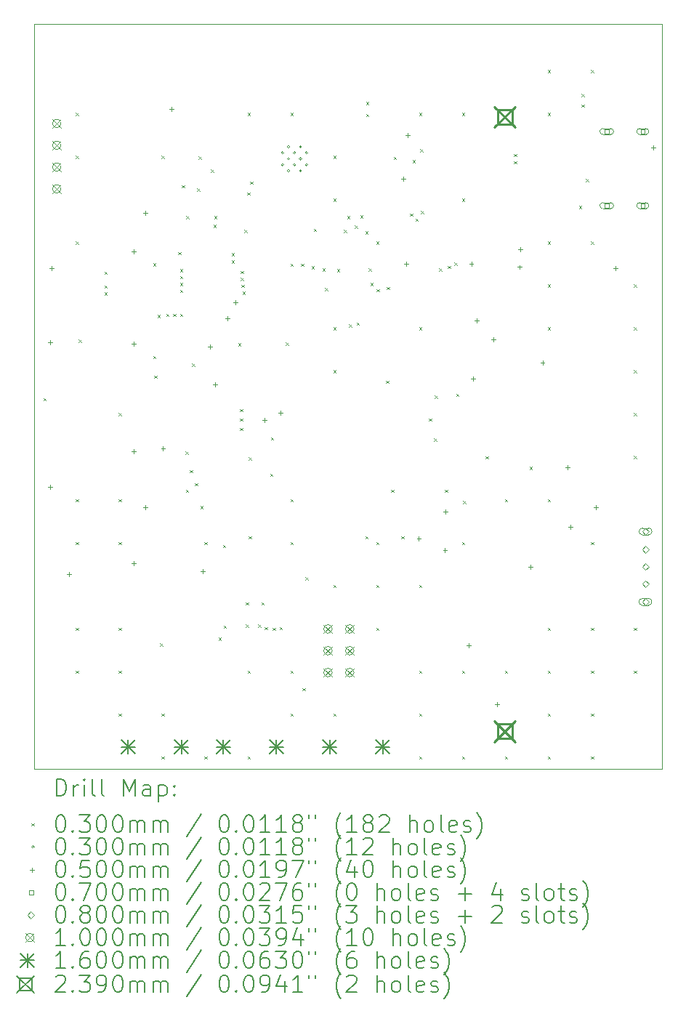
<source format=gbr>
%TF.GenerationSoftware,KiCad,Pcbnew,8.0.4*%
%TF.CreationDate,2025-04-22T14:39:34+02:00*%
%TF.ProjectId,MarvinProjekt,4d617276-696e-4507-926f-6a656b742e6b,rev?*%
%TF.SameCoordinates,Original*%
%TF.FileFunction,Drillmap*%
%TF.FilePolarity,Positive*%
%FSLAX45Y45*%
G04 Gerber Fmt 4.5, Leading zero omitted, Abs format (unit mm)*
G04 Created by KiCad (PCBNEW 8.0.4) date 2025-04-22 14:39:34*
%MOMM*%
%LPD*%
G01*
G04 APERTURE LIST*
%ADD10C,0.050000*%
%ADD11C,0.200000*%
%ADD12C,0.100000*%
%ADD13C,0.160000*%
%ADD14C,0.239000*%
G04 APERTURE END LIST*
D10*
X8680000Y-8270000D02*
X15990000Y-8270000D01*
X15990000Y-16950000D01*
X8680000Y-16950000D01*
X8680000Y-8270000D01*
D11*
D12*
X8785000Y-12625000D02*
X8815000Y-12655000D01*
X8815000Y-12625000D02*
X8785000Y-12655000D01*
X9162500Y-9301500D02*
X9192500Y-9331500D01*
X9192500Y-9301500D02*
X9162500Y-9331500D01*
X9162500Y-9801500D02*
X9192500Y-9831500D01*
X9192500Y-9801500D02*
X9162500Y-9831500D01*
X9162500Y-10801500D02*
X9192500Y-10831500D01*
X9192500Y-10801500D02*
X9162500Y-10831500D01*
X9162500Y-13801500D02*
X9192500Y-13831500D01*
X9192500Y-13801500D02*
X9162500Y-13831500D01*
X9162500Y-14301500D02*
X9192500Y-14331500D01*
X9192500Y-14301500D02*
X9162500Y-14331500D01*
X9162500Y-15301500D02*
X9192500Y-15331500D01*
X9192500Y-15301500D02*
X9162500Y-15331500D01*
X9162500Y-15801500D02*
X9192500Y-15831500D01*
X9192500Y-15801500D02*
X9162500Y-15831500D01*
X9195000Y-11945000D02*
X9225000Y-11975000D01*
X9225000Y-11945000D02*
X9195000Y-11975000D01*
X9495000Y-11155000D02*
X9525000Y-11185000D01*
X9525000Y-11155000D02*
X9495000Y-11185000D01*
X9495000Y-11315000D02*
X9525000Y-11345000D01*
X9525000Y-11315000D02*
X9495000Y-11345000D01*
X9495000Y-11395000D02*
X9525000Y-11425000D01*
X9525000Y-11395000D02*
X9495000Y-11425000D01*
X9662500Y-12801500D02*
X9692500Y-12831500D01*
X9692500Y-12801500D02*
X9662500Y-12831500D01*
X9662500Y-13801500D02*
X9692500Y-13831500D01*
X9692500Y-13801500D02*
X9662500Y-13831500D01*
X9662500Y-14301500D02*
X9692500Y-14331500D01*
X9692500Y-14301500D02*
X9662500Y-14331500D01*
X9662500Y-15301500D02*
X9692500Y-15331500D01*
X9692500Y-15301500D02*
X9662500Y-15331500D01*
X9662500Y-15801500D02*
X9692500Y-15831500D01*
X9692500Y-15801500D02*
X9662500Y-15831500D01*
X9662500Y-16301500D02*
X9692500Y-16331500D01*
X9692500Y-16301500D02*
X9662500Y-16331500D01*
X10065000Y-11055000D02*
X10095000Y-11085000D01*
X10095000Y-11055000D02*
X10065000Y-11085000D01*
X10065000Y-12135000D02*
X10095000Y-12165000D01*
X10095000Y-12135000D02*
X10065000Y-12165000D01*
X10075000Y-12365000D02*
X10105000Y-12395000D01*
X10105000Y-12365000D02*
X10075000Y-12395000D01*
X10115000Y-11655000D02*
X10145000Y-11685000D01*
X10145000Y-11655000D02*
X10115000Y-11685000D01*
X10145000Y-15485000D02*
X10175000Y-15515000D01*
X10175000Y-15485000D02*
X10145000Y-15515000D01*
X10162500Y-9801500D02*
X10192500Y-9831500D01*
X10192500Y-9801500D02*
X10162500Y-9831500D01*
X10162500Y-16301500D02*
X10192500Y-16331500D01*
X10192500Y-16301500D02*
X10162500Y-16331500D01*
X10162500Y-16801500D02*
X10192500Y-16831500D01*
X10192500Y-16801500D02*
X10162500Y-16831500D01*
X10214999Y-11645000D02*
X10244999Y-11675000D01*
X10244999Y-11645000D02*
X10214999Y-11675000D01*
X10295000Y-11645000D02*
X10325000Y-11675000D01*
X10325000Y-11645000D02*
X10295000Y-11675000D01*
X10355000Y-10925000D02*
X10385000Y-10955000D01*
X10385000Y-10925000D02*
X10355000Y-10955000D01*
X10375000Y-11122946D02*
X10405000Y-11152946D01*
X10405000Y-11122946D02*
X10375000Y-11152946D01*
X10375000Y-11202946D02*
X10405000Y-11232946D01*
X10405000Y-11202946D02*
X10375000Y-11232946D01*
X10375000Y-11282946D02*
X10405000Y-11312946D01*
X10405000Y-11282946D02*
X10375000Y-11312946D01*
X10375000Y-11362946D02*
X10405000Y-11392946D01*
X10405000Y-11362946D02*
X10375000Y-11392946D01*
X10375000Y-11645000D02*
X10405000Y-11675000D01*
X10405000Y-11645000D02*
X10375000Y-11675000D01*
X10400000Y-10145000D02*
X10430000Y-10175000D01*
X10430000Y-10145000D02*
X10400000Y-10175000D01*
X10440000Y-13248750D02*
X10470000Y-13278750D01*
X10470000Y-13248750D02*
X10440000Y-13278750D01*
X10445000Y-13695000D02*
X10475000Y-13725000D01*
X10475000Y-13695000D02*
X10445000Y-13725000D01*
X10450000Y-10505424D02*
X10480000Y-10535424D01*
X10480000Y-10505424D02*
X10450000Y-10535424D01*
X10490000Y-13463750D02*
X10520000Y-13493750D01*
X10520000Y-13463750D02*
X10490000Y-13493750D01*
X10515000Y-12225000D02*
X10545000Y-12255000D01*
X10545000Y-12225000D02*
X10515000Y-12255000D01*
X10550000Y-13615000D02*
X10580000Y-13645000D01*
X10580000Y-13615000D02*
X10550000Y-13645000D01*
X10575962Y-10184038D02*
X10605962Y-10214038D01*
X10605962Y-10184038D02*
X10575962Y-10214038D01*
X10592703Y-9808845D02*
X10622703Y-9838845D01*
X10622703Y-9808845D02*
X10592703Y-9838845D01*
X10615000Y-13885000D02*
X10645000Y-13915000D01*
X10645000Y-13885000D02*
X10615000Y-13915000D01*
X10662500Y-14301500D02*
X10692500Y-14331500D01*
X10692500Y-14301500D02*
X10662500Y-14331500D01*
X10662500Y-16801500D02*
X10692500Y-16831500D01*
X10692500Y-16801500D02*
X10662500Y-16831500D01*
X10735000Y-9965000D02*
X10765000Y-9995000D01*
X10765000Y-9965000D02*
X10735000Y-9995000D01*
X10765000Y-10605000D02*
X10795000Y-10635000D01*
X10795000Y-10605000D02*
X10765000Y-10635000D01*
X10775000Y-10505000D02*
X10805000Y-10535000D01*
X10805000Y-10505000D02*
X10775000Y-10535000D01*
X10825000Y-15415000D02*
X10855000Y-15445000D01*
X10855000Y-15415000D02*
X10825000Y-15445000D01*
X10875000Y-14335000D02*
X10905000Y-14365000D01*
X10905000Y-14335000D02*
X10875000Y-14365000D01*
X10885000Y-15275000D02*
X10915000Y-15305000D01*
X10915000Y-15275000D02*
X10885000Y-15305000D01*
X10979665Y-10935263D02*
X11009665Y-10965263D01*
X11009665Y-10935263D02*
X10979665Y-10965263D01*
X10979665Y-11020263D02*
X11009665Y-11050263D01*
X11009665Y-11020263D02*
X10979665Y-11050263D01*
X11055000Y-11985000D02*
X11085000Y-12015000D01*
X11085000Y-11985000D02*
X11055000Y-12015000D01*
X11075000Y-12755000D02*
X11105000Y-12785000D01*
X11105000Y-12755000D02*
X11075000Y-12785000D01*
X11075000Y-12865000D02*
X11105000Y-12895000D01*
X11105000Y-12865000D02*
X11075000Y-12895000D01*
X11075000Y-12975000D02*
X11105000Y-13005000D01*
X11105000Y-12975000D02*
X11075000Y-13005000D01*
X11084160Y-11225627D02*
X11114160Y-11255627D01*
X11114160Y-11225627D02*
X11084160Y-11255627D01*
X11085268Y-11145635D02*
X11115268Y-11175635D01*
X11115268Y-11145635D02*
X11085268Y-11175635D01*
X11091302Y-11305308D02*
X11121302Y-11335308D01*
X11121302Y-11305308D02*
X11091302Y-11335308D01*
X11106066Y-11383934D02*
X11136066Y-11413934D01*
X11136066Y-11383934D02*
X11106066Y-11413934D01*
X11125000Y-10665000D02*
X11155000Y-10695000D01*
X11155000Y-10665000D02*
X11125000Y-10695000D01*
X11145000Y-15005000D02*
X11175000Y-15035000D01*
X11175000Y-15005000D02*
X11145000Y-15035000D01*
X11145000Y-15265000D02*
X11175000Y-15295000D01*
X11175000Y-15265000D02*
X11145000Y-15295000D01*
X11160962Y-10230962D02*
X11190962Y-10260962D01*
X11190962Y-10230962D02*
X11160962Y-10260962D01*
X11162500Y-9301500D02*
X11192500Y-9331500D01*
X11192500Y-9301500D02*
X11162500Y-9331500D01*
X11162500Y-15801500D02*
X11192500Y-15831500D01*
X11192500Y-15801500D02*
X11162500Y-15831500D01*
X11162500Y-16801500D02*
X11192500Y-16831500D01*
X11192500Y-16801500D02*
X11162500Y-16831500D01*
X11175000Y-13315000D02*
X11205000Y-13345000D01*
X11205000Y-13315000D02*
X11175000Y-13345000D01*
X11175000Y-14235000D02*
X11205000Y-14265000D01*
X11205000Y-14235000D02*
X11175000Y-14265000D01*
X11195000Y-10105000D02*
X11225000Y-10135000D01*
X11225000Y-10105000D02*
X11195000Y-10135000D01*
X11285000Y-15265000D02*
X11315000Y-15295000D01*
X11315000Y-15265000D02*
X11285000Y-15295000D01*
X11325000Y-15005000D02*
X11355000Y-15035000D01*
X11355000Y-15005000D02*
X11325000Y-15035000D01*
X11365000Y-15295000D02*
X11395000Y-15325000D01*
X11395000Y-15295000D02*
X11365000Y-15325000D01*
X11425000Y-13505000D02*
X11455000Y-13535000D01*
X11455000Y-13505000D02*
X11425000Y-13535000D01*
X11435000Y-13085000D02*
X11465000Y-13115000D01*
X11465000Y-13085000D02*
X11435000Y-13115000D01*
X11455000Y-15300000D02*
X11485000Y-15330000D01*
X11485000Y-15300000D02*
X11455000Y-15330000D01*
X11535000Y-15295000D02*
X11565000Y-15325000D01*
X11565000Y-15295000D02*
X11535000Y-15325000D01*
X11609936Y-11979728D02*
X11639936Y-12009728D01*
X11639936Y-11979728D02*
X11609936Y-12009728D01*
X11662500Y-9301500D02*
X11692500Y-9331500D01*
X11692500Y-9301500D02*
X11662500Y-9331500D01*
X11662500Y-13801500D02*
X11692500Y-13831500D01*
X11692500Y-13801500D02*
X11662500Y-13831500D01*
X11662500Y-14301500D02*
X11692500Y-14331500D01*
X11692500Y-14301500D02*
X11662500Y-14331500D01*
X11662500Y-15801500D02*
X11692500Y-15831500D01*
X11692500Y-15801500D02*
X11662500Y-15831500D01*
X11662500Y-16301500D02*
X11692500Y-16331500D01*
X11692500Y-16301500D02*
X11662500Y-16331500D01*
X11665000Y-11060264D02*
X11695000Y-11090264D01*
X11695000Y-11060264D02*
X11665000Y-11090264D01*
X11788712Y-11061288D02*
X11818712Y-11091288D01*
X11818712Y-11061288D02*
X11788712Y-11091288D01*
X11805000Y-16005000D02*
X11835000Y-16035000D01*
X11835000Y-16005000D02*
X11805000Y-16035000D01*
X11835000Y-14715000D02*
X11865000Y-14745000D01*
X11865000Y-14715000D02*
X11835000Y-14745000D01*
X11908500Y-11088500D02*
X11938500Y-11118500D01*
X11938500Y-11088500D02*
X11908500Y-11118500D01*
X11935000Y-10655000D02*
X11965000Y-10685000D01*
X11965000Y-10655000D02*
X11935000Y-10685000D01*
X12035000Y-11115000D02*
X12065000Y-11145000D01*
X12065000Y-11115000D02*
X12035000Y-11145000D01*
X12065000Y-11345000D02*
X12095000Y-11375000D01*
X12095000Y-11345000D02*
X12065000Y-11375000D01*
X12162500Y-9801500D02*
X12192500Y-9831500D01*
X12192500Y-9801500D02*
X12162500Y-9831500D01*
X12162500Y-10301500D02*
X12192500Y-10331500D01*
X12192500Y-10301500D02*
X12162500Y-10331500D01*
X12162500Y-11801500D02*
X12192500Y-11831500D01*
X12192500Y-11801500D02*
X12162500Y-11831500D01*
X12162500Y-12301500D02*
X12192500Y-12331500D01*
X12192500Y-12301500D02*
X12162500Y-12331500D01*
X12162500Y-14801500D02*
X12192500Y-14831500D01*
X12192500Y-14801500D02*
X12162500Y-14831500D01*
X12162500Y-16301500D02*
X12192500Y-16331500D01*
X12192500Y-16301500D02*
X12162500Y-16331500D01*
X12205000Y-11125000D02*
X12235000Y-11155000D01*
X12235000Y-11125000D02*
X12205000Y-11155000D01*
X12285000Y-10665000D02*
X12315000Y-10695000D01*
X12315000Y-10665000D02*
X12285000Y-10695000D01*
X12325000Y-10505000D02*
X12355000Y-10535000D01*
X12355000Y-10505000D02*
X12325000Y-10535000D01*
X12345000Y-11765000D02*
X12375000Y-11795000D01*
X12375000Y-11765000D02*
X12345000Y-11795000D01*
X12415000Y-10615000D02*
X12445000Y-10645000D01*
X12445000Y-10615000D02*
X12415000Y-10645000D01*
X12435000Y-11745000D02*
X12465000Y-11775000D01*
X12465000Y-11745000D02*
X12435000Y-11775000D01*
X12475000Y-10495000D02*
X12505000Y-10525000D01*
X12505000Y-10495000D02*
X12475000Y-10525000D01*
X12535000Y-10685000D02*
X12565000Y-10715000D01*
X12565000Y-10685000D02*
X12535000Y-10715000D01*
X12535000Y-14235000D02*
X12565000Y-14265000D01*
X12565000Y-14235000D02*
X12535000Y-14265000D01*
X12545000Y-9175000D02*
X12575000Y-9205000D01*
X12575000Y-9175000D02*
X12545000Y-9205000D01*
X12545000Y-9315000D02*
X12575000Y-9345000D01*
X12575000Y-9315000D02*
X12545000Y-9345000D01*
X12575000Y-11115000D02*
X12605000Y-11145000D01*
X12605000Y-11115000D02*
X12575000Y-11145000D01*
X12595000Y-11285000D02*
X12625000Y-11315000D01*
X12625000Y-11285000D02*
X12595000Y-11315000D01*
X12662500Y-10801500D02*
X12692500Y-10831500D01*
X12692500Y-10801500D02*
X12662500Y-10831500D01*
X12662500Y-14301500D02*
X12692500Y-14331500D01*
X12692500Y-14301500D02*
X12662500Y-14331500D01*
X12662500Y-14801500D02*
X12692500Y-14831500D01*
X12692500Y-14801500D02*
X12662500Y-14831500D01*
X12662500Y-15301500D02*
X12692500Y-15331500D01*
X12692500Y-15301500D02*
X12662500Y-15331500D01*
X12665000Y-11355000D02*
X12695000Y-11385000D01*
X12695000Y-11355000D02*
X12665000Y-11385000D01*
X12775000Y-12425000D02*
X12805000Y-12455000D01*
X12805000Y-12425000D02*
X12775000Y-12455000D01*
X12785000Y-11331500D02*
X12815000Y-11361500D01*
X12815000Y-11331500D02*
X12785000Y-11361500D01*
X12835000Y-13695000D02*
X12865000Y-13725000D01*
X12865000Y-13695000D02*
X12835000Y-13725000D01*
X12865000Y-9815000D02*
X12895000Y-9845000D01*
X12895000Y-9815000D02*
X12865000Y-9845000D01*
X12955000Y-14235000D02*
X12985000Y-14265000D01*
X12985000Y-14235000D02*
X12955000Y-14265000D01*
X13055000Y-10475000D02*
X13085000Y-10505000D01*
X13085000Y-10475000D02*
X13055000Y-10505000D01*
X13085000Y-9855000D02*
X13115000Y-9885000D01*
X13115000Y-9855000D02*
X13085000Y-9885000D01*
X13120000Y-10535000D02*
X13150000Y-10565000D01*
X13150000Y-10535000D02*
X13120000Y-10565000D01*
X13162500Y-9301500D02*
X13192500Y-9331500D01*
X13192500Y-9301500D02*
X13162500Y-9331500D01*
X13162500Y-11801500D02*
X13192500Y-11831500D01*
X13192500Y-11801500D02*
X13162500Y-11831500D01*
X13162500Y-14801500D02*
X13192500Y-14831500D01*
X13192500Y-14801500D02*
X13162500Y-14831500D01*
X13162500Y-15801500D02*
X13192500Y-15831500D01*
X13192500Y-15801500D02*
X13162500Y-15831500D01*
X13162500Y-16301500D02*
X13192500Y-16331500D01*
X13192500Y-16301500D02*
X13162500Y-16331500D01*
X13162500Y-16801500D02*
X13192500Y-16831500D01*
X13192500Y-16801500D02*
X13162500Y-16831500D01*
X13175000Y-9725000D02*
X13205000Y-9755000D01*
X13205000Y-9725000D02*
X13175000Y-9755000D01*
X13185000Y-10445000D02*
X13215000Y-10475000D01*
X13215000Y-10445000D02*
X13185000Y-10475000D01*
X13275000Y-12865000D02*
X13305000Y-12895000D01*
X13305000Y-12865000D02*
X13275000Y-12895000D01*
X13335000Y-13095000D02*
X13365000Y-13125000D01*
X13365000Y-13095000D02*
X13335000Y-13125000D01*
X13345000Y-12595000D02*
X13375000Y-12625000D01*
X13375000Y-12595000D02*
X13345000Y-12625000D01*
X13395000Y-11115000D02*
X13425000Y-11145000D01*
X13425000Y-11115000D02*
X13395000Y-11145000D01*
X13465000Y-13695000D02*
X13495000Y-13725000D01*
X13495000Y-13695000D02*
X13465000Y-13725000D01*
X13495000Y-11085000D02*
X13525000Y-11115000D01*
X13525000Y-11085000D02*
X13495000Y-11115000D01*
X13575000Y-11045000D02*
X13605000Y-11075000D01*
X13605000Y-11045000D02*
X13575000Y-11075000D01*
X13595000Y-12575000D02*
X13625000Y-12605000D01*
X13625000Y-12575000D02*
X13595000Y-12605000D01*
X13662500Y-9301500D02*
X13692500Y-9331500D01*
X13692500Y-9301500D02*
X13662500Y-9331500D01*
X13662500Y-10301500D02*
X13692500Y-10331500D01*
X13692500Y-10301500D02*
X13662500Y-10331500D01*
X13662500Y-14301500D02*
X13692500Y-14331500D01*
X13692500Y-14301500D02*
X13662500Y-14331500D01*
X13662500Y-15801500D02*
X13692500Y-15831500D01*
X13692500Y-15801500D02*
X13662500Y-15831500D01*
X13662500Y-16801500D02*
X13692500Y-16831500D01*
X13692500Y-16801500D02*
X13662500Y-16831500D01*
X13675000Y-13825000D02*
X13705000Y-13855000D01*
X13705000Y-13825000D02*
X13675000Y-13855000D01*
X13935000Y-13305000D02*
X13965000Y-13335000D01*
X13965000Y-13305000D02*
X13935000Y-13335000D01*
X14162500Y-13801500D02*
X14192500Y-13831500D01*
X14192500Y-13801500D02*
X14162500Y-13831500D01*
X14162500Y-15801500D02*
X14192500Y-15831500D01*
X14192500Y-15801500D02*
X14162500Y-15831500D01*
X14162500Y-16801500D02*
X14192500Y-16831500D01*
X14192500Y-16801500D02*
X14162500Y-16831500D01*
X14267500Y-9782500D02*
X14297500Y-9812500D01*
X14297500Y-9782500D02*
X14267500Y-9812500D01*
X14267500Y-9867500D02*
X14297500Y-9897500D01*
X14297500Y-9867500D02*
X14267500Y-9897500D01*
X14449289Y-13425000D02*
X14479289Y-13455000D01*
X14479289Y-13425000D02*
X14449289Y-13455000D01*
X14662500Y-8801500D02*
X14692500Y-8831500D01*
X14692500Y-8801500D02*
X14662500Y-8831500D01*
X14662500Y-9301500D02*
X14692500Y-9331500D01*
X14692500Y-9301500D02*
X14662500Y-9331500D01*
X14662500Y-10801500D02*
X14692500Y-10831500D01*
X14692500Y-10801500D02*
X14662500Y-10831500D01*
X14662500Y-11301500D02*
X14692500Y-11331500D01*
X14692500Y-11301500D02*
X14662500Y-11331500D01*
X14662500Y-11801500D02*
X14692500Y-11831500D01*
X14692500Y-11801500D02*
X14662500Y-11831500D01*
X14662500Y-13801500D02*
X14692500Y-13831500D01*
X14692500Y-13801500D02*
X14662500Y-13831500D01*
X14662500Y-15301500D02*
X14692500Y-15331500D01*
X14692500Y-15301500D02*
X14662500Y-15331500D01*
X14662500Y-15801500D02*
X14692500Y-15831500D01*
X14692500Y-15801500D02*
X14662500Y-15831500D01*
X14662500Y-16301500D02*
X14692500Y-16331500D01*
X14692500Y-16301500D02*
X14662500Y-16331500D01*
X14662500Y-16801500D02*
X14692500Y-16831500D01*
X14692500Y-16801500D02*
X14662500Y-16831500D01*
X15025000Y-10385000D02*
X15055000Y-10415000D01*
X15055000Y-10385000D02*
X15025000Y-10415000D01*
X15055000Y-9085000D02*
X15085000Y-9115000D01*
X15085000Y-9085000D02*
X15055000Y-9115000D01*
X15055000Y-9205000D02*
X15085000Y-9235000D01*
X15085000Y-9205000D02*
X15055000Y-9235000D01*
X15105000Y-10075000D02*
X15135000Y-10105000D01*
X15135000Y-10075000D02*
X15105000Y-10105000D01*
X15162500Y-8801500D02*
X15192500Y-8831500D01*
X15192500Y-8801500D02*
X15162500Y-8831500D01*
X15162500Y-10801500D02*
X15192500Y-10831500D01*
X15192500Y-10801500D02*
X15162500Y-10831500D01*
X15162500Y-14301500D02*
X15192500Y-14331500D01*
X15192500Y-14301500D02*
X15162500Y-14331500D01*
X15162500Y-15301500D02*
X15192500Y-15331500D01*
X15192500Y-15301500D02*
X15162500Y-15331500D01*
X15162500Y-15801500D02*
X15192500Y-15831500D01*
X15192500Y-15801500D02*
X15162500Y-15831500D01*
X15162500Y-16301500D02*
X15192500Y-16331500D01*
X15192500Y-16301500D02*
X15162500Y-16331500D01*
X15162500Y-16801500D02*
X15192500Y-16831500D01*
X15192500Y-16801500D02*
X15162500Y-16831500D01*
X15662500Y-11301500D02*
X15692500Y-11331500D01*
X15692500Y-11301500D02*
X15662500Y-11331500D01*
X15662500Y-11801500D02*
X15692500Y-11831500D01*
X15692500Y-11801500D02*
X15662500Y-11831500D01*
X15662500Y-12301500D02*
X15692500Y-12331500D01*
X15692500Y-12301500D02*
X15662500Y-12331500D01*
X15662500Y-12801500D02*
X15692500Y-12831500D01*
X15692500Y-12801500D02*
X15662500Y-12831500D01*
X15662500Y-13301500D02*
X15692500Y-13331500D01*
X15692500Y-13301500D02*
X15662500Y-13331500D01*
X15662500Y-15301500D02*
X15692500Y-15331500D01*
X15692500Y-15301500D02*
X15662500Y-15331500D01*
X15662500Y-15801500D02*
X15692500Y-15831500D01*
X15692500Y-15801500D02*
X15662500Y-15831500D01*
X11585000Y-9770000D02*
G75*
G02*
X11555000Y-9770000I-15000J0D01*
G01*
X11555000Y-9770000D02*
G75*
G02*
X11585000Y-9770000I15000J0D01*
G01*
X11585000Y-9910000D02*
G75*
G02*
X11555000Y-9910000I-15000J0D01*
G01*
X11555000Y-9910000D02*
G75*
G02*
X11585000Y-9910000I15000J0D01*
G01*
X11655000Y-9700000D02*
G75*
G02*
X11625000Y-9700000I-15000J0D01*
G01*
X11625000Y-9700000D02*
G75*
G02*
X11655000Y-9700000I15000J0D01*
G01*
X11655000Y-9840000D02*
G75*
G02*
X11625000Y-9840000I-15000J0D01*
G01*
X11625000Y-9840000D02*
G75*
G02*
X11655000Y-9840000I15000J0D01*
G01*
X11655000Y-9980000D02*
G75*
G02*
X11625000Y-9980000I-15000J0D01*
G01*
X11625000Y-9980000D02*
G75*
G02*
X11655000Y-9980000I15000J0D01*
G01*
X11725000Y-9770000D02*
G75*
G02*
X11695000Y-9770000I-15000J0D01*
G01*
X11695000Y-9770000D02*
G75*
G02*
X11725000Y-9770000I15000J0D01*
G01*
X11725000Y-9910000D02*
G75*
G02*
X11695000Y-9910000I-15000J0D01*
G01*
X11695000Y-9910000D02*
G75*
G02*
X11725000Y-9910000I15000J0D01*
G01*
X11795000Y-9700000D02*
G75*
G02*
X11765000Y-9700000I-15000J0D01*
G01*
X11765000Y-9700000D02*
G75*
G02*
X11795000Y-9700000I15000J0D01*
G01*
X11795000Y-9840000D02*
G75*
G02*
X11765000Y-9840000I-15000J0D01*
G01*
X11765000Y-9840000D02*
G75*
G02*
X11795000Y-9840000I15000J0D01*
G01*
X11795000Y-9980000D02*
G75*
G02*
X11765000Y-9980000I-15000J0D01*
G01*
X11765000Y-9980000D02*
G75*
G02*
X11795000Y-9980000I15000J0D01*
G01*
X11865000Y-9770000D02*
G75*
G02*
X11835000Y-9770000I-15000J0D01*
G01*
X11835000Y-9770000D02*
G75*
G02*
X11865000Y-9770000I15000J0D01*
G01*
X11865000Y-9910000D02*
G75*
G02*
X11835000Y-9910000I-15000J0D01*
G01*
X11835000Y-9910000D02*
G75*
G02*
X11865000Y-9910000I15000J0D01*
G01*
X8865000Y-11955000D02*
X8865000Y-12005000D01*
X8840000Y-11980000D02*
X8890000Y-11980000D01*
X8865000Y-13635000D02*
X8865000Y-13685000D01*
X8840000Y-13660000D02*
X8890000Y-13660000D01*
X8880000Y-11085000D02*
X8880000Y-11135000D01*
X8855000Y-11110000D02*
X8905000Y-11110000D01*
X9080000Y-14655000D02*
X9080000Y-14705000D01*
X9055000Y-14680000D02*
X9105000Y-14680000D01*
X9840000Y-10895000D02*
X9840000Y-10945000D01*
X9815000Y-10920000D02*
X9865000Y-10920000D01*
X9840000Y-11965000D02*
X9840000Y-12015000D01*
X9815000Y-11990000D02*
X9865000Y-11990000D01*
X9840000Y-13225000D02*
X9840000Y-13275000D01*
X9815000Y-13250000D02*
X9865000Y-13250000D01*
X9840000Y-14525000D02*
X9840000Y-14575000D01*
X9815000Y-14550000D02*
X9865000Y-14550000D01*
X9970000Y-10445000D02*
X9970000Y-10495000D01*
X9945000Y-10470000D02*
X9995000Y-10470000D01*
X9970000Y-13875000D02*
X9970000Y-13925000D01*
X9945000Y-13900000D02*
X9995000Y-13900000D01*
X10180000Y-13185000D02*
X10180000Y-13235000D01*
X10155000Y-13210000D02*
X10205000Y-13210000D01*
X10280000Y-9235000D02*
X10280000Y-9285000D01*
X10255000Y-9260000D02*
X10305000Y-9260000D01*
X10640000Y-14615000D02*
X10640000Y-14665000D01*
X10615000Y-14640000D02*
X10665000Y-14640000D01*
X10730000Y-12005000D02*
X10730000Y-12055000D01*
X10705000Y-12030000D02*
X10755000Y-12030000D01*
X10785000Y-12440000D02*
X10785000Y-12490000D01*
X10760000Y-12465000D02*
X10810000Y-12465000D01*
X10930000Y-11675000D02*
X10930000Y-11725000D01*
X10905000Y-11700000D02*
X10955000Y-11700000D01*
X11020000Y-11485000D02*
X11020000Y-11535000D01*
X10995000Y-11510000D02*
X11045000Y-11510000D01*
X11360000Y-12855000D02*
X11360000Y-12905000D01*
X11335000Y-12880000D02*
X11385000Y-12880000D01*
X11550000Y-12775000D02*
X11550000Y-12825000D01*
X11525000Y-12800000D02*
X11575000Y-12800000D01*
X12980000Y-10045000D02*
X12980000Y-10095000D01*
X12955000Y-10070000D02*
X13005000Y-10070000D01*
X13010000Y-11035000D02*
X13010000Y-11085000D01*
X12985000Y-11060000D02*
X13035000Y-11060000D01*
X13030000Y-9535000D02*
X13030000Y-9585000D01*
X13005000Y-9560000D02*
X13055000Y-9560000D01*
X13160000Y-14235000D02*
X13160000Y-14285000D01*
X13135000Y-14260000D02*
X13185000Y-14260000D01*
X13464853Y-14370147D02*
X13464853Y-14420147D01*
X13439853Y-14395147D02*
X13489853Y-14395147D01*
X13470000Y-13925000D02*
X13470000Y-13975000D01*
X13445000Y-13950000D02*
X13495000Y-13950000D01*
X13740000Y-15478750D02*
X13740000Y-15528750D01*
X13715000Y-15503750D02*
X13765000Y-15503750D01*
X13770000Y-11035000D02*
X13770000Y-11085000D01*
X13745000Y-11060000D02*
X13795000Y-11060000D01*
X13790000Y-12375000D02*
X13790000Y-12425000D01*
X13765000Y-12400000D02*
X13815000Y-12400000D01*
X13830000Y-11695000D02*
X13830000Y-11745000D01*
X13805000Y-11720000D02*
X13855000Y-11720000D01*
X14030000Y-11915000D02*
X14030000Y-11965000D01*
X14005000Y-11940000D02*
X14055000Y-11940000D01*
X14070000Y-16168750D02*
X14070000Y-16218750D01*
X14045000Y-16193750D02*
X14095000Y-16193750D01*
X14330000Y-11075000D02*
X14330000Y-11125000D01*
X14305000Y-11100000D02*
X14355000Y-11100000D01*
X14340000Y-10865000D02*
X14340000Y-10915000D01*
X14315000Y-10890000D02*
X14365000Y-10890000D01*
X14460000Y-14565000D02*
X14460000Y-14615000D01*
X14435000Y-14590000D02*
X14485000Y-14590000D01*
X14600000Y-12185000D02*
X14600000Y-12235000D01*
X14575000Y-12210000D02*
X14625000Y-12210000D01*
X14890000Y-13405000D02*
X14890000Y-13455000D01*
X14865000Y-13430000D02*
X14915000Y-13430000D01*
X14925000Y-14100000D02*
X14925000Y-14150000D01*
X14900000Y-14125000D02*
X14950000Y-14125000D01*
X15220000Y-13875000D02*
X15220000Y-13925000D01*
X15195000Y-13900000D02*
X15245000Y-13900000D01*
X15450000Y-11085000D02*
X15450000Y-11135000D01*
X15425000Y-11110000D02*
X15475000Y-11110000D01*
X15890000Y-9685000D02*
X15890000Y-9735000D01*
X15865000Y-9710000D02*
X15915000Y-9710000D01*
X15372750Y-9544750D02*
X15372750Y-9495250D01*
X15323250Y-9495250D01*
X15323250Y-9544750D01*
X15372750Y-9544750D01*
X15303003Y-9555001D02*
X15392997Y-9555001D01*
X15392997Y-9484999D02*
G75*
G02*
X15392997Y-9555001I0J-35001D01*
G01*
X15392997Y-9484999D02*
X15303003Y-9484999D01*
X15303003Y-9484999D02*
G75*
G03*
X15303003Y-9555001I0J-35001D01*
G01*
X15372750Y-10408750D02*
X15372750Y-10359250D01*
X15323250Y-10359250D01*
X15323250Y-10408750D01*
X15372750Y-10408750D01*
X15303000Y-10419001D02*
X15393000Y-10419001D01*
X15393000Y-10348999D02*
G75*
G02*
X15393000Y-10419001I0J-35001D01*
G01*
X15393000Y-10348999D02*
X15303000Y-10348999D01*
X15303000Y-10348999D02*
G75*
G03*
X15303000Y-10419001I0J-35001D01*
G01*
X15792750Y-9544750D02*
X15792750Y-9495250D01*
X15743250Y-9495250D01*
X15743250Y-9544750D01*
X15792750Y-9544750D01*
X15733001Y-9555001D02*
X15802999Y-9555001D01*
X15802999Y-9484999D02*
G75*
G02*
X15802999Y-9555001I0J-35001D01*
G01*
X15802999Y-9484999D02*
X15733001Y-9484999D01*
X15733001Y-9484999D02*
G75*
G03*
X15733001Y-9555001I0J-35001D01*
G01*
X15792750Y-10408750D02*
X15792750Y-10359250D01*
X15743250Y-10359250D01*
X15743250Y-10408750D01*
X15792750Y-10408750D01*
X15733001Y-10419001D02*
X15802999Y-10419001D01*
X15802999Y-10348999D02*
G75*
G02*
X15802999Y-10419001I0J-35001D01*
G01*
X15802999Y-10348999D02*
X15733001Y-10348999D01*
X15733001Y-10348999D02*
G75*
G03*
X15733001Y-10419001I0J-35001D01*
G01*
X15800000Y-14220000D02*
X15840000Y-14180000D01*
X15800000Y-14140000D01*
X15760000Y-14180000D01*
X15800000Y-14220000D01*
X15765000Y-14220000D02*
X15835000Y-14220000D01*
X15835000Y-14140000D02*
G75*
G02*
X15835000Y-14220000I0J-40000D01*
G01*
X15835000Y-14140000D02*
X15765000Y-14140000D01*
X15765000Y-14140000D02*
G75*
G03*
X15765000Y-14220000I0J-40000D01*
G01*
X15800000Y-14430000D02*
X15840000Y-14390000D01*
X15800000Y-14350000D01*
X15760000Y-14390000D01*
X15800000Y-14430000D01*
X15800000Y-14630000D02*
X15840000Y-14590000D01*
X15800000Y-14550000D01*
X15760000Y-14590000D01*
X15800000Y-14630000D01*
X15800000Y-14830000D02*
X15840000Y-14790000D01*
X15800000Y-14750000D01*
X15760000Y-14790000D01*
X15800000Y-14830000D01*
X15800000Y-15040000D02*
X15840000Y-15000000D01*
X15800000Y-14960000D01*
X15760000Y-15000000D01*
X15800000Y-15040000D01*
X15765000Y-15040000D02*
X15835000Y-15040000D01*
X15835000Y-14960000D02*
G75*
G02*
X15835000Y-15040000I0J-40000D01*
G01*
X15835000Y-14960000D02*
X15765000Y-14960000D01*
X15765000Y-14960000D02*
G75*
G03*
X15765000Y-15040000I0J-40000D01*
G01*
X8890000Y-9376000D02*
X8990000Y-9476000D01*
X8990000Y-9376000D02*
X8890000Y-9476000D01*
X8990000Y-9426000D02*
G75*
G02*
X8890000Y-9426000I-50000J0D01*
G01*
X8890000Y-9426000D02*
G75*
G02*
X8990000Y-9426000I50000J0D01*
G01*
X8890000Y-9630000D02*
X8990000Y-9730000D01*
X8990000Y-9630000D02*
X8890000Y-9730000D01*
X8990000Y-9680000D02*
G75*
G02*
X8890000Y-9680000I-50000J0D01*
G01*
X8890000Y-9680000D02*
G75*
G02*
X8990000Y-9680000I50000J0D01*
G01*
X8890000Y-9884000D02*
X8990000Y-9984000D01*
X8990000Y-9884000D02*
X8890000Y-9984000D01*
X8990000Y-9934000D02*
G75*
G02*
X8890000Y-9934000I-50000J0D01*
G01*
X8890000Y-9934000D02*
G75*
G02*
X8990000Y-9934000I50000J0D01*
G01*
X8890000Y-10138000D02*
X8990000Y-10238000D01*
X8990000Y-10138000D02*
X8890000Y-10238000D01*
X8990000Y-10188000D02*
G75*
G02*
X8890000Y-10188000I-50000J0D01*
G01*
X8890000Y-10188000D02*
G75*
G02*
X8990000Y-10188000I50000J0D01*
G01*
X12050000Y-15266000D02*
X12150000Y-15366000D01*
X12150000Y-15266000D02*
X12050000Y-15366000D01*
X12150000Y-15316000D02*
G75*
G02*
X12050000Y-15316000I-50000J0D01*
G01*
X12050000Y-15316000D02*
G75*
G02*
X12150000Y-15316000I50000J0D01*
G01*
X12050000Y-15520000D02*
X12150000Y-15620000D01*
X12150000Y-15520000D02*
X12050000Y-15620000D01*
X12150000Y-15570000D02*
G75*
G02*
X12050000Y-15570000I-50000J0D01*
G01*
X12050000Y-15570000D02*
G75*
G02*
X12150000Y-15570000I50000J0D01*
G01*
X12050000Y-15774000D02*
X12150000Y-15874000D01*
X12150000Y-15774000D02*
X12050000Y-15874000D01*
X12150000Y-15824000D02*
G75*
G02*
X12050000Y-15824000I-50000J0D01*
G01*
X12050000Y-15824000D02*
G75*
G02*
X12150000Y-15824000I50000J0D01*
G01*
X12304000Y-15266000D02*
X12404000Y-15366000D01*
X12404000Y-15266000D02*
X12304000Y-15366000D01*
X12404000Y-15316000D02*
G75*
G02*
X12304000Y-15316000I-50000J0D01*
G01*
X12304000Y-15316000D02*
G75*
G02*
X12404000Y-15316000I50000J0D01*
G01*
X12304000Y-15520000D02*
X12404000Y-15620000D01*
X12404000Y-15520000D02*
X12304000Y-15620000D01*
X12404000Y-15570000D02*
G75*
G02*
X12304000Y-15570000I-50000J0D01*
G01*
X12304000Y-15570000D02*
G75*
G02*
X12404000Y-15570000I50000J0D01*
G01*
X12304000Y-15774000D02*
X12404000Y-15874000D01*
X12404000Y-15774000D02*
X12304000Y-15874000D01*
X12404000Y-15824000D02*
G75*
G02*
X12304000Y-15824000I-50000J0D01*
G01*
X12304000Y-15824000D02*
G75*
G02*
X12404000Y-15824000I50000J0D01*
G01*
D13*
X9692500Y-16610000D02*
X9852500Y-16770000D01*
X9852500Y-16610000D02*
X9692500Y-16770000D01*
X9772500Y-16610000D02*
X9772500Y-16770000D01*
X9692500Y-16690000D02*
X9852500Y-16690000D01*
X10312500Y-16610000D02*
X10472500Y-16770000D01*
X10472500Y-16610000D02*
X10312500Y-16770000D01*
X10392500Y-16610000D02*
X10392500Y-16770000D01*
X10312500Y-16690000D02*
X10472500Y-16690000D01*
X10800000Y-16610000D02*
X10960000Y-16770000D01*
X10960000Y-16610000D02*
X10800000Y-16770000D01*
X10880000Y-16610000D02*
X10880000Y-16770000D01*
X10800000Y-16690000D02*
X10960000Y-16690000D01*
X11420000Y-16610000D02*
X11580000Y-16770000D01*
X11580000Y-16610000D02*
X11420000Y-16770000D01*
X11500000Y-16610000D02*
X11500000Y-16770000D01*
X11420000Y-16690000D02*
X11580000Y-16690000D01*
X12040000Y-16610000D02*
X12200000Y-16770000D01*
X12200000Y-16610000D02*
X12040000Y-16770000D01*
X12120000Y-16610000D02*
X12120000Y-16770000D01*
X12040000Y-16690000D02*
X12200000Y-16690000D01*
X12660000Y-16610000D02*
X12820000Y-16770000D01*
X12820000Y-16610000D02*
X12660000Y-16770000D01*
X12740000Y-16610000D02*
X12740000Y-16770000D01*
X12660000Y-16690000D02*
X12820000Y-16690000D01*
D14*
X14040500Y-9230500D02*
X14279500Y-9469500D01*
X14279500Y-9230500D02*
X14040500Y-9469500D01*
X14244500Y-9434500D02*
X14244500Y-9265500D01*
X14075500Y-9265500D01*
X14075500Y-9434500D01*
X14244500Y-9434500D01*
X14040500Y-16390500D02*
X14279500Y-16629500D01*
X14279500Y-16390500D02*
X14040500Y-16629500D01*
X14244500Y-16594500D02*
X14244500Y-16425500D01*
X14075500Y-16425500D01*
X14075500Y-16594500D01*
X14244500Y-16594500D01*
D11*
X8938277Y-17263984D02*
X8938277Y-17063984D01*
X8938277Y-17063984D02*
X8985896Y-17063984D01*
X8985896Y-17063984D02*
X9014467Y-17073508D01*
X9014467Y-17073508D02*
X9033515Y-17092555D01*
X9033515Y-17092555D02*
X9043039Y-17111603D01*
X9043039Y-17111603D02*
X9052563Y-17149698D01*
X9052563Y-17149698D02*
X9052563Y-17178270D01*
X9052563Y-17178270D02*
X9043039Y-17216365D01*
X9043039Y-17216365D02*
X9033515Y-17235412D01*
X9033515Y-17235412D02*
X9014467Y-17254460D01*
X9014467Y-17254460D02*
X8985896Y-17263984D01*
X8985896Y-17263984D02*
X8938277Y-17263984D01*
X9138277Y-17263984D02*
X9138277Y-17130650D01*
X9138277Y-17168746D02*
X9147801Y-17149698D01*
X9147801Y-17149698D02*
X9157324Y-17140174D01*
X9157324Y-17140174D02*
X9176372Y-17130650D01*
X9176372Y-17130650D02*
X9195420Y-17130650D01*
X9262086Y-17263984D02*
X9262086Y-17130650D01*
X9262086Y-17063984D02*
X9252563Y-17073508D01*
X9252563Y-17073508D02*
X9262086Y-17083031D01*
X9262086Y-17083031D02*
X9271610Y-17073508D01*
X9271610Y-17073508D02*
X9262086Y-17063984D01*
X9262086Y-17063984D02*
X9262086Y-17083031D01*
X9385896Y-17263984D02*
X9366848Y-17254460D01*
X9366848Y-17254460D02*
X9357324Y-17235412D01*
X9357324Y-17235412D02*
X9357324Y-17063984D01*
X9490658Y-17263984D02*
X9471610Y-17254460D01*
X9471610Y-17254460D02*
X9462086Y-17235412D01*
X9462086Y-17235412D02*
X9462086Y-17063984D01*
X9719229Y-17263984D02*
X9719229Y-17063984D01*
X9719229Y-17063984D02*
X9785896Y-17206841D01*
X9785896Y-17206841D02*
X9852563Y-17063984D01*
X9852563Y-17063984D02*
X9852563Y-17263984D01*
X10033515Y-17263984D02*
X10033515Y-17159222D01*
X10033515Y-17159222D02*
X10023991Y-17140174D01*
X10023991Y-17140174D02*
X10004944Y-17130650D01*
X10004944Y-17130650D02*
X9966848Y-17130650D01*
X9966848Y-17130650D02*
X9947801Y-17140174D01*
X10033515Y-17254460D02*
X10014467Y-17263984D01*
X10014467Y-17263984D02*
X9966848Y-17263984D01*
X9966848Y-17263984D02*
X9947801Y-17254460D01*
X9947801Y-17254460D02*
X9938277Y-17235412D01*
X9938277Y-17235412D02*
X9938277Y-17216365D01*
X9938277Y-17216365D02*
X9947801Y-17197317D01*
X9947801Y-17197317D02*
X9966848Y-17187793D01*
X9966848Y-17187793D02*
X10014467Y-17187793D01*
X10014467Y-17187793D02*
X10033515Y-17178270D01*
X10128753Y-17130650D02*
X10128753Y-17330650D01*
X10128753Y-17140174D02*
X10147801Y-17130650D01*
X10147801Y-17130650D02*
X10185896Y-17130650D01*
X10185896Y-17130650D02*
X10204944Y-17140174D01*
X10204944Y-17140174D02*
X10214467Y-17149698D01*
X10214467Y-17149698D02*
X10223991Y-17168746D01*
X10223991Y-17168746D02*
X10223991Y-17225889D01*
X10223991Y-17225889D02*
X10214467Y-17244936D01*
X10214467Y-17244936D02*
X10204944Y-17254460D01*
X10204944Y-17254460D02*
X10185896Y-17263984D01*
X10185896Y-17263984D02*
X10147801Y-17263984D01*
X10147801Y-17263984D02*
X10128753Y-17254460D01*
X10309705Y-17244936D02*
X10319229Y-17254460D01*
X10319229Y-17254460D02*
X10309705Y-17263984D01*
X10309705Y-17263984D02*
X10300182Y-17254460D01*
X10300182Y-17254460D02*
X10309705Y-17244936D01*
X10309705Y-17244936D02*
X10309705Y-17263984D01*
X10309705Y-17140174D02*
X10319229Y-17149698D01*
X10319229Y-17149698D02*
X10309705Y-17159222D01*
X10309705Y-17159222D02*
X10300182Y-17149698D01*
X10300182Y-17149698D02*
X10309705Y-17140174D01*
X10309705Y-17140174D02*
X10309705Y-17159222D01*
D12*
X8647500Y-17577500D02*
X8677500Y-17607500D01*
X8677500Y-17577500D02*
X8647500Y-17607500D01*
D11*
X8976372Y-17483984D02*
X8995420Y-17483984D01*
X8995420Y-17483984D02*
X9014467Y-17493508D01*
X9014467Y-17493508D02*
X9023991Y-17503031D01*
X9023991Y-17503031D02*
X9033515Y-17522079D01*
X9033515Y-17522079D02*
X9043039Y-17560174D01*
X9043039Y-17560174D02*
X9043039Y-17607793D01*
X9043039Y-17607793D02*
X9033515Y-17645889D01*
X9033515Y-17645889D02*
X9023991Y-17664936D01*
X9023991Y-17664936D02*
X9014467Y-17674460D01*
X9014467Y-17674460D02*
X8995420Y-17683984D01*
X8995420Y-17683984D02*
X8976372Y-17683984D01*
X8976372Y-17683984D02*
X8957324Y-17674460D01*
X8957324Y-17674460D02*
X8947801Y-17664936D01*
X8947801Y-17664936D02*
X8938277Y-17645889D01*
X8938277Y-17645889D02*
X8928753Y-17607793D01*
X8928753Y-17607793D02*
X8928753Y-17560174D01*
X8928753Y-17560174D02*
X8938277Y-17522079D01*
X8938277Y-17522079D02*
X8947801Y-17503031D01*
X8947801Y-17503031D02*
X8957324Y-17493508D01*
X8957324Y-17493508D02*
X8976372Y-17483984D01*
X9128753Y-17664936D02*
X9138277Y-17674460D01*
X9138277Y-17674460D02*
X9128753Y-17683984D01*
X9128753Y-17683984D02*
X9119229Y-17674460D01*
X9119229Y-17674460D02*
X9128753Y-17664936D01*
X9128753Y-17664936D02*
X9128753Y-17683984D01*
X9204944Y-17483984D02*
X9328753Y-17483984D01*
X9328753Y-17483984D02*
X9262086Y-17560174D01*
X9262086Y-17560174D02*
X9290658Y-17560174D01*
X9290658Y-17560174D02*
X9309705Y-17569698D01*
X9309705Y-17569698D02*
X9319229Y-17579222D01*
X9319229Y-17579222D02*
X9328753Y-17598270D01*
X9328753Y-17598270D02*
X9328753Y-17645889D01*
X9328753Y-17645889D02*
X9319229Y-17664936D01*
X9319229Y-17664936D02*
X9309705Y-17674460D01*
X9309705Y-17674460D02*
X9290658Y-17683984D01*
X9290658Y-17683984D02*
X9233515Y-17683984D01*
X9233515Y-17683984D02*
X9214467Y-17674460D01*
X9214467Y-17674460D02*
X9204944Y-17664936D01*
X9452563Y-17483984D02*
X9471610Y-17483984D01*
X9471610Y-17483984D02*
X9490658Y-17493508D01*
X9490658Y-17493508D02*
X9500182Y-17503031D01*
X9500182Y-17503031D02*
X9509705Y-17522079D01*
X9509705Y-17522079D02*
X9519229Y-17560174D01*
X9519229Y-17560174D02*
X9519229Y-17607793D01*
X9519229Y-17607793D02*
X9509705Y-17645889D01*
X9509705Y-17645889D02*
X9500182Y-17664936D01*
X9500182Y-17664936D02*
X9490658Y-17674460D01*
X9490658Y-17674460D02*
X9471610Y-17683984D01*
X9471610Y-17683984D02*
X9452563Y-17683984D01*
X9452563Y-17683984D02*
X9433515Y-17674460D01*
X9433515Y-17674460D02*
X9423991Y-17664936D01*
X9423991Y-17664936D02*
X9414467Y-17645889D01*
X9414467Y-17645889D02*
X9404944Y-17607793D01*
X9404944Y-17607793D02*
X9404944Y-17560174D01*
X9404944Y-17560174D02*
X9414467Y-17522079D01*
X9414467Y-17522079D02*
X9423991Y-17503031D01*
X9423991Y-17503031D02*
X9433515Y-17493508D01*
X9433515Y-17493508D02*
X9452563Y-17483984D01*
X9643039Y-17483984D02*
X9662086Y-17483984D01*
X9662086Y-17483984D02*
X9681134Y-17493508D01*
X9681134Y-17493508D02*
X9690658Y-17503031D01*
X9690658Y-17503031D02*
X9700182Y-17522079D01*
X9700182Y-17522079D02*
X9709705Y-17560174D01*
X9709705Y-17560174D02*
X9709705Y-17607793D01*
X9709705Y-17607793D02*
X9700182Y-17645889D01*
X9700182Y-17645889D02*
X9690658Y-17664936D01*
X9690658Y-17664936D02*
X9681134Y-17674460D01*
X9681134Y-17674460D02*
X9662086Y-17683984D01*
X9662086Y-17683984D02*
X9643039Y-17683984D01*
X9643039Y-17683984D02*
X9623991Y-17674460D01*
X9623991Y-17674460D02*
X9614467Y-17664936D01*
X9614467Y-17664936D02*
X9604944Y-17645889D01*
X9604944Y-17645889D02*
X9595420Y-17607793D01*
X9595420Y-17607793D02*
X9595420Y-17560174D01*
X9595420Y-17560174D02*
X9604944Y-17522079D01*
X9604944Y-17522079D02*
X9614467Y-17503031D01*
X9614467Y-17503031D02*
X9623991Y-17493508D01*
X9623991Y-17493508D02*
X9643039Y-17483984D01*
X9795420Y-17683984D02*
X9795420Y-17550650D01*
X9795420Y-17569698D02*
X9804944Y-17560174D01*
X9804944Y-17560174D02*
X9823991Y-17550650D01*
X9823991Y-17550650D02*
X9852563Y-17550650D01*
X9852563Y-17550650D02*
X9871610Y-17560174D01*
X9871610Y-17560174D02*
X9881134Y-17579222D01*
X9881134Y-17579222D02*
X9881134Y-17683984D01*
X9881134Y-17579222D02*
X9890658Y-17560174D01*
X9890658Y-17560174D02*
X9909705Y-17550650D01*
X9909705Y-17550650D02*
X9938277Y-17550650D01*
X9938277Y-17550650D02*
X9957325Y-17560174D01*
X9957325Y-17560174D02*
X9966848Y-17579222D01*
X9966848Y-17579222D02*
X9966848Y-17683984D01*
X10062086Y-17683984D02*
X10062086Y-17550650D01*
X10062086Y-17569698D02*
X10071610Y-17560174D01*
X10071610Y-17560174D02*
X10090658Y-17550650D01*
X10090658Y-17550650D02*
X10119229Y-17550650D01*
X10119229Y-17550650D02*
X10138277Y-17560174D01*
X10138277Y-17560174D02*
X10147801Y-17579222D01*
X10147801Y-17579222D02*
X10147801Y-17683984D01*
X10147801Y-17579222D02*
X10157325Y-17560174D01*
X10157325Y-17560174D02*
X10176372Y-17550650D01*
X10176372Y-17550650D02*
X10204944Y-17550650D01*
X10204944Y-17550650D02*
X10223991Y-17560174D01*
X10223991Y-17560174D02*
X10233515Y-17579222D01*
X10233515Y-17579222D02*
X10233515Y-17683984D01*
X10623991Y-17474460D02*
X10452563Y-17731603D01*
X10881134Y-17483984D02*
X10900182Y-17483984D01*
X10900182Y-17483984D02*
X10919229Y-17493508D01*
X10919229Y-17493508D02*
X10928753Y-17503031D01*
X10928753Y-17503031D02*
X10938277Y-17522079D01*
X10938277Y-17522079D02*
X10947801Y-17560174D01*
X10947801Y-17560174D02*
X10947801Y-17607793D01*
X10947801Y-17607793D02*
X10938277Y-17645889D01*
X10938277Y-17645889D02*
X10928753Y-17664936D01*
X10928753Y-17664936D02*
X10919229Y-17674460D01*
X10919229Y-17674460D02*
X10900182Y-17683984D01*
X10900182Y-17683984D02*
X10881134Y-17683984D01*
X10881134Y-17683984D02*
X10862087Y-17674460D01*
X10862087Y-17674460D02*
X10852563Y-17664936D01*
X10852563Y-17664936D02*
X10843039Y-17645889D01*
X10843039Y-17645889D02*
X10833515Y-17607793D01*
X10833515Y-17607793D02*
X10833515Y-17560174D01*
X10833515Y-17560174D02*
X10843039Y-17522079D01*
X10843039Y-17522079D02*
X10852563Y-17503031D01*
X10852563Y-17503031D02*
X10862087Y-17493508D01*
X10862087Y-17493508D02*
X10881134Y-17483984D01*
X11033515Y-17664936D02*
X11043039Y-17674460D01*
X11043039Y-17674460D02*
X11033515Y-17683984D01*
X11033515Y-17683984D02*
X11023991Y-17674460D01*
X11023991Y-17674460D02*
X11033515Y-17664936D01*
X11033515Y-17664936D02*
X11033515Y-17683984D01*
X11166848Y-17483984D02*
X11185896Y-17483984D01*
X11185896Y-17483984D02*
X11204944Y-17493508D01*
X11204944Y-17493508D02*
X11214467Y-17503031D01*
X11214467Y-17503031D02*
X11223991Y-17522079D01*
X11223991Y-17522079D02*
X11233515Y-17560174D01*
X11233515Y-17560174D02*
X11233515Y-17607793D01*
X11233515Y-17607793D02*
X11223991Y-17645889D01*
X11223991Y-17645889D02*
X11214467Y-17664936D01*
X11214467Y-17664936D02*
X11204944Y-17674460D01*
X11204944Y-17674460D02*
X11185896Y-17683984D01*
X11185896Y-17683984D02*
X11166848Y-17683984D01*
X11166848Y-17683984D02*
X11147801Y-17674460D01*
X11147801Y-17674460D02*
X11138277Y-17664936D01*
X11138277Y-17664936D02*
X11128753Y-17645889D01*
X11128753Y-17645889D02*
X11119229Y-17607793D01*
X11119229Y-17607793D02*
X11119229Y-17560174D01*
X11119229Y-17560174D02*
X11128753Y-17522079D01*
X11128753Y-17522079D02*
X11138277Y-17503031D01*
X11138277Y-17503031D02*
X11147801Y-17493508D01*
X11147801Y-17493508D02*
X11166848Y-17483984D01*
X11423991Y-17683984D02*
X11309706Y-17683984D01*
X11366848Y-17683984D02*
X11366848Y-17483984D01*
X11366848Y-17483984D02*
X11347801Y-17512555D01*
X11347801Y-17512555D02*
X11328753Y-17531603D01*
X11328753Y-17531603D02*
X11309706Y-17541127D01*
X11614467Y-17683984D02*
X11500182Y-17683984D01*
X11557325Y-17683984D02*
X11557325Y-17483984D01*
X11557325Y-17483984D02*
X11538277Y-17512555D01*
X11538277Y-17512555D02*
X11519229Y-17531603D01*
X11519229Y-17531603D02*
X11500182Y-17541127D01*
X11728753Y-17569698D02*
X11709706Y-17560174D01*
X11709706Y-17560174D02*
X11700182Y-17550650D01*
X11700182Y-17550650D02*
X11690658Y-17531603D01*
X11690658Y-17531603D02*
X11690658Y-17522079D01*
X11690658Y-17522079D02*
X11700182Y-17503031D01*
X11700182Y-17503031D02*
X11709706Y-17493508D01*
X11709706Y-17493508D02*
X11728753Y-17483984D01*
X11728753Y-17483984D02*
X11766848Y-17483984D01*
X11766848Y-17483984D02*
X11785896Y-17493508D01*
X11785896Y-17493508D02*
X11795420Y-17503031D01*
X11795420Y-17503031D02*
X11804944Y-17522079D01*
X11804944Y-17522079D02*
X11804944Y-17531603D01*
X11804944Y-17531603D02*
X11795420Y-17550650D01*
X11795420Y-17550650D02*
X11785896Y-17560174D01*
X11785896Y-17560174D02*
X11766848Y-17569698D01*
X11766848Y-17569698D02*
X11728753Y-17569698D01*
X11728753Y-17569698D02*
X11709706Y-17579222D01*
X11709706Y-17579222D02*
X11700182Y-17588746D01*
X11700182Y-17588746D02*
X11690658Y-17607793D01*
X11690658Y-17607793D02*
X11690658Y-17645889D01*
X11690658Y-17645889D02*
X11700182Y-17664936D01*
X11700182Y-17664936D02*
X11709706Y-17674460D01*
X11709706Y-17674460D02*
X11728753Y-17683984D01*
X11728753Y-17683984D02*
X11766848Y-17683984D01*
X11766848Y-17683984D02*
X11785896Y-17674460D01*
X11785896Y-17674460D02*
X11795420Y-17664936D01*
X11795420Y-17664936D02*
X11804944Y-17645889D01*
X11804944Y-17645889D02*
X11804944Y-17607793D01*
X11804944Y-17607793D02*
X11795420Y-17588746D01*
X11795420Y-17588746D02*
X11785896Y-17579222D01*
X11785896Y-17579222D02*
X11766848Y-17569698D01*
X11881134Y-17483984D02*
X11881134Y-17522079D01*
X11957325Y-17483984D02*
X11957325Y-17522079D01*
X12252563Y-17760174D02*
X12243039Y-17750650D01*
X12243039Y-17750650D02*
X12223991Y-17722079D01*
X12223991Y-17722079D02*
X12214468Y-17703031D01*
X12214468Y-17703031D02*
X12204944Y-17674460D01*
X12204944Y-17674460D02*
X12195420Y-17626841D01*
X12195420Y-17626841D02*
X12195420Y-17588746D01*
X12195420Y-17588746D02*
X12204944Y-17541127D01*
X12204944Y-17541127D02*
X12214468Y-17512555D01*
X12214468Y-17512555D02*
X12223991Y-17493508D01*
X12223991Y-17493508D02*
X12243039Y-17464936D01*
X12243039Y-17464936D02*
X12252563Y-17455412D01*
X12433515Y-17683984D02*
X12319229Y-17683984D01*
X12376372Y-17683984D02*
X12376372Y-17483984D01*
X12376372Y-17483984D02*
X12357325Y-17512555D01*
X12357325Y-17512555D02*
X12338277Y-17531603D01*
X12338277Y-17531603D02*
X12319229Y-17541127D01*
X12547801Y-17569698D02*
X12528753Y-17560174D01*
X12528753Y-17560174D02*
X12519229Y-17550650D01*
X12519229Y-17550650D02*
X12509706Y-17531603D01*
X12509706Y-17531603D02*
X12509706Y-17522079D01*
X12509706Y-17522079D02*
X12519229Y-17503031D01*
X12519229Y-17503031D02*
X12528753Y-17493508D01*
X12528753Y-17493508D02*
X12547801Y-17483984D01*
X12547801Y-17483984D02*
X12585896Y-17483984D01*
X12585896Y-17483984D02*
X12604944Y-17493508D01*
X12604944Y-17493508D02*
X12614468Y-17503031D01*
X12614468Y-17503031D02*
X12623991Y-17522079D01*
X12623991Y-17522079D02*
X12623991Y-17531603D01*
X12623991Y-17531603D02*
X12614468Y-17550650D01*
X12614468Y-17550650D02*
X12604944Y-17560174D01*
X12604944Y-17560174D02*
X12585896Y-17569698D01*
X12585896Y-17569698D02*
X12547801Y-17569698D01*
X12547801Y-17569698D02*
X12528753Y-17579222D01*
X12528753Y-17579222D02*
X12519229Y-17588746D01*
X12519229Y-17588746D02*
X12509706Y-17607793D01*
X12509706Y-17607793D02*
X12509706Y-17645889D01*
X12509706Y-17645889D02*
X12519229Y-17664936D01*
X12519229Y-17664936D02*
X12528753Y-17674460D01*
X12528753Y-17674460D02*
X12547801Y-17683984D01*
X12547801Y-17683984D02*
X12585896Y-17683984D01*
X12585896Y-17683984D02*
X12604944Y-17674460D01*
X12604944Y-17674460D02*
X12614468Y-17664936D01*
X12614468Y-17664936D02*
X12623991Y-17645889D01*
X12623991Y-17645889D02*
X12623991Y-17607793D01*
X12623991Y-17607793D02*
X12614468Y-17588746D01*
X12614468Y-17588746D02*
X12604944Y-17579222D01*
X12604944Y-17579222D02*
X12585896Y-17569698D01*
X12700182Y-17503031D02*
X12709706Y-17493508D01*
X12709706Y-17493508D02*
X12728753Y-17483984D01*
X12728753Y-17483984D02*
X12776372Y-17483984D01*
X12776372Y-17483984D02*
X12795420Y-17493508D01*
X12795420Y-17493508D02*
X12804944Y-17503031D01*
X12804944Y-17503031D02*
X12814468Y-17522079D01*
X12814468Y-17522079D02*
X12814468Y-17541127D01*
X12814468Y-17541127D02*
X12804944Y-17569698D01*
X12804944Y-17569698D02*
X12690658Y-17683984D01*
X12690658Y-17683984D02*
X12814468Y-17683984D01*
X13052563Y-17683984D02*
X13052563Y-17483984D01*
X13138277Y-17683984D02*
X13138277Y-17579222D01*
X13138277Y-17579222D02*
X13128753Y-17560174D01*
X13128753Y-17560174D02*
X13109706Y-17550650D01*
X13109706Y-17550650D02*
X13081134Y-17550650D01*
X13081134Y-17550650D02*
X13062087Y-17560174D01*
X13062087Y-17560174D02*
X13052563Y-17569698D01*
X13262087Y-17683984D02*
X13243039Y-17674460D01*
X13243039Y-17674460D02*
X13233515Y-17664936D01*
X13233515Y-17664936D02*
X13223991Y-17645889D01*
X13223991Y-17645889D02*
X13223991Y-17588746D01*
X13223991Y-17588746D02*
X13233515Y-17569698D01*
X13233515Y-17569698D02*
X13243039Y-17560174D01*
X13243039Y-17560174D02*
X13262087Y-17550650D01*
X13262087Y-17550650D02*
X13290658Y-17550650D01*
X13290658Y-17550650D02*
X13309706Y-17560174D01*
X13309706Y-17560174D02*
X13319230Y-17569698D01*
X13319230Y-17569698D02*
X13328753Y-17588746D01*
X13328753Y-17588746D02*
X13328753Y-17645889D01*
X13328753Y-17645889D02*
X13319230Y-17664936D01*
X13319230Y-17664936D02*
X13309706Y-17674460D01*
X13309706Y-17674460D02*
X13290658Y-17683984D01*
X13290658Y-17683984D02*
X13262087Y-17683984D01*
X13443039Y-17683984D02*
X13423991Y-17674460D01*
X13423991Y-17674460D02*
X13414468Y-17655412D01*
X13414468Y-17655412D02*
X13414468Y-17483984D01*
X13595420Y-17674460D02*
X13576372Y-17683984D01*
X13576372Y-17683984D02*
X13538277Y-17683984D01*
X13538277Y-17683984D02*
X13519230Y-17674460D01*
X13519230Y-17674460D02*
X13509706Y-17655412D01*
X13509706Y-17655412D02*
X13509706Y-17579222D01*
X13509706Y-17579222D02*
X13519230Y-17560174D01*
X13519230Y-17560174D02*
X13538277Y-17550650D01*
X13538277Y-17550650D02*
X13576372Y-17550650D01*
X13576372Y-17550650D02*
X13595420Y-17560174D01*
X13595420Y-17560174D02*
X13604944Y-17579222D01*
X13604944Y-17579222D02*
X13604944Y-17598270D01*
X13604944Y-17598270D02*
X13509706Y-17617317D01*
X13681134Y-17674460D02*
X13700182Y-17683984D01*
X13700182Y-17683984D02*
X13738277Y-17683984D01*
X13738277Y-17683984D02*
X13757325Y-17674460D01*
X13757325Y-17674460D02*
X13766849Y-17655412D01*
X13766849Y-17655412D02*
X13766849Y-17645889D01*
X13766849Y-17645889D02*
X13757325Y-17626841D01*
X13757325Y-17626841D02*
X13738277Y-17617317D01*
X13738277Y-17617317D02*
X13709706Y-17617317D01*
X13709706Y-17617317D02*
X13690658Y-17607793D01*
X13690658Y-17607793D02*
X13681134Y-17588746D01*
X13681134Y-17588746D02*
X13681134Y-17579222D01*
X13681134Y-17579222D02*
X13690658Y-17560174D01*
X13690658Y-17560174D02*
X13709706Y-17550650D01*
X13709706Y-17550650D02*
X13738277Y-17550650D01*
X13738277Y-17550650D02*
X13757325Y-17560174D01*
X13833515Y-17760174D02*
X13843039Y-17750650D01*
X13843039Y-17750650D02*
X13862087Y-17722079D01*
X13862087Y-17722079D02*
X13871611Y-17703031D01*
X13871611Y-17703031D02*
X13881134Y-17674460D01*
X13881134Y-17674460D02*
X13890658Y-17626841D01*
X13890658Y-17626841D02*
X13890658Y-17588746D01*
X13890658Y-17588746D02*
X13881134Y-17541127D01*
X13881134Y-17541127D02*
X13871611Y-17512555D01*
X13871611Y-17512555D02*
X13862087Y-17493508D01*
X13862087Y-17493508D02*
X13843039Y-17464936D01*
X13843039Y-17464936D02*
X13833515Y-17455412D01*
D12*
X8677500Y-17856500D02*
G75*
G02*
X8647500Y-17856500I-15000J0D01*
G01*
X8647500Y-17856500D02*
G75*
G02*
X8677500Y-17856500I15000J0D01*
G01*
D11*
X8976372Y-17747984D02*
X8995420Y-17747984D01*
X8995420Y-17747984D02*
X9014467Y-17757508D01*
X9014467Y-17757508D02*
X9023991Y-17767031D01*
X9023991Y-17767031D02*
X9033515Y-17786079D01*
X9033515Y-17786079D02*
X9043039Y-17824174D01*
X9043039Y-17824174D02*
X9043039Y-17871793D01*
X9043039Y-17871793D02*
X9033515Y-17909889D01*
X9033515Y-17909889D02*
X9023991Y-17928936D01*
X9023991Y-17928936D02*
X9014467Y-17938460D01*
X9014467Y-17938460D02*
X8995420Y-17947984D01*
X8995420Y-17947984D02*
X8976372Y-17947984D01*
X8976372Y-17947984D02*
X8957324Y-17938460D01*
X8957324Y-17938460D02*
X8947801Y-17928936D01*
X8947801Y-17928936D02*
X8938277Y-17909889D01*
X8938277Y-17909889D02*
X8928753Y-17871793D01*
X8928753Y-17871793D02*
X8928753Y-17824174D01*
X8928753Y-17824174D02*
X8938277Y-17786079D01*
X8938277Y-17786079D02*
X8947801Y-17767031D01*
X8947801Y-17767031D02*
X8957324Y-17757508D01*
X8957324Y-17757508D02*
X8976372Y-17747984D01*
X9128753Y-17928936D02*
X9138277Y-17938460D01*
X9138277Y-17938460D02*
X9128753Y-17947984D01*
X9128753Y-17947984D02*
X9119229Y-17938460D01*
X9119229Y-17938460D02*
X9128753Y-17928936D01*
X9128753Y-17928936D02*
X9128753Y-17947984D01*
X9204944Y-17747984D02*
X9328753Y-17747984D01*
X9328753Y-17747984D02*
X9262086Y-17824174D01*
X9262086Y-17824174D02*
X9290658Y-17824174D01*
X9290658Y-17824174D02*
X9309705Y-17833698D01*
X9309705Y-17833698D02*
X9319229Y-17843222D01*
X9319229Y-17843222D02*
X9328753Y-17862270D01*
X9328753Y-17862270D02*
X9328753Y-17909889D01*
X9328753Y-17909889D02*
X9319229Y-17928936D01*
X9319229Y-17928936D02*
X9309705Y-17938460D01*
X9309705Y-17938460D02*
X9290658Y-17947984D01*
X9290658Y-17947984D02*
X9233515Y-17947984D01*
X9233515Y-17947984D02*
X9214467Y-17938460D01*
X9214467Y-17938460D02*
X9204944Y-17928936D01*
X9452563Y-17747984D02*
X9471610Y-17747984D01*
X9471610Y-17747984D02*
X9490658Y-17757508D01*
X9490658Y-17757508D02*
X9500182Y-17767031D01*
X9500182Y-17767031D02*
X9509705Y-17786079D01*
X9509705Y-17786079D02*
X9519229Y-17824174D01*
X9519229Y-17824174D02*
X9519229Y-17871793D01*
X9519229Y-17871793D02*
X9509705Y-17909889D01*
X9509705Y-17909889D02*
X9500182Y-17928936D01*
X9500182Y-17928936D02*
X9490658Y-17938460D01*
X9490658Y-17938460D02*
X9471610Y-17947984D01*
X9471610Y-17947984D02*
X9452563Y-17947984D01*
X9452563Y-17947984D02*
X9433515Y-17938460D01*
X9433515Y-17938460D02*
X9423991Y-17928936D01*
X9423991Y-17928936D02*
X9414467Y-17909889D01*
X9414467Y-17909889D02*
X9404944Y-17871793D01*
X9404944Y-17871793D02*
X9404944Y-17824174D01*
X9404944Y-17824174D02*
X9414467Y-17786079D01*
X9414467Y-17786079D02*
X9423991Y-17767031D01*
X9423991Y-17767031D02*
X9433515Y-17757508D01*
X9433515Y-17757508D02*
X9452563Y-17747984D01*
X9643039Y-17747984D02*
X9662086Y-17747984D01*
X9662086Y-17747984D02*
X9681134Y-17757508D01*
X9681134Y-17757508D02*
X9690658Y-17767031D01*
X9690658Y-17767031D02*
X9700182Y-17786079D01*
X9700182Y-17786079D02*
X9709705Y-17824174D01*
X9709705Y-17824174D02*
X9709705Y-17871793D01*
X9709705Y-17871793D02*
X9700182Y-17909889D01*
X9700182Y-17909889D02*
X9690658Y-17928936D01*
X9690658Y-17928936D02*
X9681134Y-17938460D01*
X9681134Y-17938460D02*
X9662086Y-17947984D01*
X9662086Y-17947984D02*
X9643039Y-17947984D01*
X9643039Y-17947984D02*
X9623991Y-17938460D01*
X9623991Y-17938460D02*
X9614467Y-17928936D01*
X9614467Y-17928936D02*
X9604944Y-17909889D01*
X9604944Y-17909889D02*
X9595420Y-17871793D01*
X9595420Y-17871793D02*
X9595420Y-17824174D01*
X9595420Y-17824174D02*
X9604944Y-17786079D01*
X9604944Y-17786079D02*
X9614467Y-17767031D01*
X9614467Y-17767031D02*
X9623991Y-17757508D01*
X9623991Y-17757508D02*
X9643039Y-17747984D01*
X9795420Y-17947984D02*
X9795420Y-17814650D01*
X9795420Y-17833698D02*
X9804944Y-17824174D01*
X9804944Y-17824174D02*
X9823991Y-17814650D01*
X9823991Y-17814650D02*
X9852563Y-17814650D01*
X9852563Y-17814650D02*
X9871610Y-17824174D01*
X9871610Y-17824174D02*
X9881134Y-17843222D01*
X9881134Y-17843222D02*
X9881134Y-17947984D01*
X9881134Y-17843222D02*
X9890658Y-17824174D01*
X9890658Y-17824174D02*
X9909705Y-17814650D01*
X9909705Y-17814650D02*
X9938277Y-17814650D01*
X9938277Y-17814650D02*
X9957325Y-17824174D01*
X9957325Y-17824174D02*
X9966848Y-17843222D01*
X9966848Y-17843222D02*
X9966848Y-17947984D01*
X10062086Y-17947984D02*
X10062086Y-17814650D01*
X10062086Y-17833698D02*
X10071610Y-17824174D01*
X10071610Y-17824174D02*
X10090658Y-17814650D01*
X10090658Y-17814650D02*
X10119229Y-17814650D01*
X10119229Y-17814650D02*
X10138277Y-17824174D01*
X10138277Y-17824174D02*
X10147801Y-17843222D01*
X10147801Y-17843222D02*
X10147801Y-17947984D01*
X10147801Y-17843222D02*
X10157325Y-17824174D01*
X10157325Y-17824174D02*
X10176372Y-17814650D01*
X10176372Y-17814650D02*
X10204944Y-17814650D01*
X10204944Y-17814650D02*
X10223991Y-17824174D01*
X10223991Y-17824174D02*
X10233515Y-17843222D01*
X10233515Y-17843222D02*
X10233515Y-17947984D01*
X10623991Y-17738460D02*
X10452563Y-17995603D01*
X10881134Y-17747984D02*
X10900182Y-17747984D01*
X10900182Y-17747984D02*
X10919229Y-17757508D01*
X10919229Y-17757508D02*
X10928753Y-17767031D01*
X10928753Y-17767031D02*
X10938277Y-17786079D01*
X10938277Y-17786079D02*
X10947801Y-17824174D01*
X10947801Y-17824174D02*
X10947801Y-17871793D01*
X10947801Y-17871793D02*
X10938277Y-17909889D01*
X10938277Y-17909889D02*
X10928753Y-17928936D01*
X10928753Y-17928936D02*
X10919229Y-17938460D01*
X10919229Y-17938460D02*
X10900182Y-17947984D01*
X10900182Y-17947984D02*
X10881134Y-17947984D01*
X10881134Y-17947984D02*
X10862087Y-17938460D01*
X10862087Y-17938460D02*
X10852563Y-17928936D01*
X10852563Y-17928936D02*
X10843039Y-17909889D01*
X10843039Y-17909889D02*
X10833515Y-17871793D01*
X10833515Y-17871793D02*
X10833515Y-17824174D01*
X10833515Y-17824174D02*
X10843039Y-17786079D01*
X10843039Y-17786079D02*
X10852563Y-17767031D01*
X10852563Y-17767031D02*
X10862087Y-17757508D01*
X10862087Y-17757508D02*
X10881134Y-17747984D01*
X11033515Y-17928936D02*
X11043039Y-17938460D01*
X11043039Y-17938460D02*
X11033515Y-17947984D01*
X11033515Y-17947984D02*
X11023991Y-17938460D01*
X11023991Y-17938460D02*
X11033515Y-17928936D01*
X11033515Y-17928936D02*
X11033515Y-17947984D01*
X11166848Y-17747984D02*
X11185896Y-17747984D01*
X11185896Y-17747984D02*
X11204944Y-17757508D01*
X11204944Y-17757508D02*
X11214467Y-17767031D01*
X11214467Y-17767031D02*
X11223991Y-17786079D01*
X11223991Y-17786079D02*
X11233515Y-17824174D01*
X11233515Y-17824174D02*
X11233515Y-17871793D01*
X11233515Y-17871793D02*
X11223991Y-17909889D01*
X11223991Y-17909889D02*
X11214467Y-17928936D01*
X11214467Y-17928936D02*
X11204944Y-17938460D01*
X11204944Y-17938460D02*
X11185896Y-17947984D01*
X11185896Y-17947984D02*
X11166848Y-17947984D01*
X11166848Y-17947984D02*
X11147801Y-17938460D01*
X11147801Y-17938460D02*
X11138277Y-17928936D01*
X11138277Y-17928936D02*
X11128753Y-17909889D01*
X11128753Y-17909889D02*
X11119229Y-17871793D01*
X11119229Y-17871793D02*
X11119229Y-17824174D01*
X11119229Y-17824174D02*
X11128753Y-17786079D01*
X11128753Y-17786079D02*
X11138277Y-17767031D01*
X11138277Y-17767031D02*
X11147801Y-17757508D01*
X11147801Y-17757508D02*
X11166848Y-17747984D01*
X11423991Y-17947984D02*
X11309706Y-17947984D01*
X11366848Y-17947984D02*
X11366848Y-17747984D01*
X11366848Y-17747984D02*
X11347801Y-17776555D01*
X11347801Y-17776555D02*
X11328753Y-17795603D01*
X11328753Y-17795603D02*
X11309706Y-17805127D01*
X11614467Y-17947984D02*
X11500182Y-17947984D01*
X11557325Y-17947984D02*
X11557325Y-17747984D01*
X11557325Y-17747984D02*
X11538277Y-17776555D01*
X11538277Y-17776555D02*
X11519229Y-17795603D01*
X11519229Y-17795603D02*
X11500182Y-17805127D01*
X11728753Y-17833698D02*
X11709706Y-17824174D01*
X11709706Y-17824174D02*
X11700182Y-17814650D01*
X11700182Y-17814650D02*
X11690658Y-17795603D01*
X11690658Y-17795603D02*
X11690658Y-17786079D01*
X11690658Y-17786079D02*
X11700182Y-17767031D01*
X11700182Y-17767031D02*
X11709706Y-17757508D01*
X11709706Y-17757508D02*
X11728753Y-17747984D01*
X11728753Y-17747984D02*
X11766848Y-17747984D01*
X11766848Y-17747984D02*
X11785896Y-17757508D01*
X11785896Y-17757508D02*
X11795420Y-17767031D01*
X11795420Y-17767031D02*
X11804944Y-17786079D01*
X11804944Y-17786079D02*
X11804944Y-17795603D01*
X11804944Y-17795603D02*
X11795420Y-17814650D01*
X11795420Y-17814650D02*
X11785896Y-17824174D01*
X11785896Y-17824174D02*
X11766848Y-17833698D01*
X11766848Y-17833698D02*
X11728753Y-17833698D01*
X11728753Y-17833698D02*
X11709706Y-17843222D01*
X11709706Y-17843222D02*
X11700182Y-17852746D01*
X11700182Y-17852746D02*
X11690658Y-17871793D01*
X11690658Y-17871793D02*
X11690658Y-17909889D01*
X11690658Y-17909889D02*
X11700182Y-17928936D01*
X11700182Y-17928936D02*
X11709706Y-17938460D01*
X11709706Y-17938460D02*
X11728753Y-17947984D01*
X11728753Y-17947984D02*
X11766848Y-17947984D01*
X11766848Y-17947984D02*
X11785896Y-17938460D01*
X11785896Y-17938460D02*
X11795420Y-17928936D01*
X11795420Y-17928936D02*
X11804944Y-17909889D01*
X11804944Y-17909889D02*
X11804944Y-17871793D01*
X11804944Y-17871793D02*
X11795420Y-17852746D01*
X11795420Y-17852746D02*
X11785896Y-17843222D01*
X11785896Y-17843222D02*
X11766848Y-17833698D01*
X11881134Y-17747984D02*
X11881134Y-17786079D01*
X11957325Y-17747984D02*
X11957325Y-17786079D01*
X12252563Y-18024174D02*
X12243039Y-18014650D01*
X12243039Y-18014650D02*
X12223991Y-17986079D01*
X12223991Y-17986079D02*
X12214468Y-17967031D01*
X12214468Y-17967031D02*
X12204944Y-17938460D01*
X12204944Y-17938460D02*
X12195420Y-17890841D01*
X12195420Y-17890841D02*
X12195420Y-17852746D01*
X12195420Y-17852746D02*
X12204944Y-17805127D01*
X12204944Y-17805127D02*
X12214468Y-17776555D01*
X12214468Y-17776555D02*
X12223991Y-17757508D01*
X12223991Y-17757508D02*
X12243039Y-17728936D01*
X12243039Y-17728936D02*
X12252563Y-17719412D01*
X12433515Y-17947984D02*
X12319229Y-17947984D01*
X12376372Y-17947984D02*
X12376372Y-17747984D01*
X12376372Y-17747984D02*
X12357325Y-17776555D01*
X12357325Y-17776555D02*
X12338277Y-17795603D01*
X12338277Y-17795603D02*
X12319229Y-17805127D01*
X12509706Y-17767031D02*
X12519229Y-17757508D01*
X12519229Y-17757508D02*
X12538277Y-17747984D01*
X12538277Y-17747984D02*
X12585896Y-17747984D01*
X12585896Y-17747984D02*
X12604944Y-17757508D01*
X12604944Y-17757508D02*
X12614468Y-17767031D01*
X12614468Y-17767031D02*
X12623991Y-17786079D01*
X12623991Y-17786079D02*
X12623991Y-17805127D01*
X12623991Y-17805127D02*
X12614468Y-17833698D01*
X12614468Y-17833698D02*
X12500182Y-17947984D01*
X12500182Y-17947984D02*
X12623991Y-17947984D01*
X12862087Y-17947984D02*
X12862087Y-17747984D01*
X12947801Y-17947984D02*
X12947801Y-17843222D01*
X12947801Y-17843222D02*
X12938277Y-17824174D01*
X12938277Y-17824174D02*
X12919230Y-17814650D01*
X12919230Y-17814650D02*
X12890658Y-17814650D01*
X12890658Y-17814650D02*
X12871610Y-17824174D01*
X12871610Y-17824174D02*
X12862087Y-17833698D01*
X13071610Y-17947984D02*
X13052563Y-17938460D01*
X13052563Y-17938460D02*
X13043039Y-17928936D01*
X13043039Y-17928936D02*
X13033515Y-17909889D01*
X13033515Y-17909889D02*
X13033515Y-17852746D01*
X13033515Y-17852746D02*
X13043039Y-17833698D01*
X13043039Y-17833698D02*
X13052563Y-17824174D01*
X13052563Y-17824174D02*
X13071610Y-17814650D01*
X13071610Y-17814650D02*
X13100182Y-17814650D01*
X13100182Y-17814650D02*
X13119230Y-17824174D01*
X13119230Y-17824174D02*
X13128753Y-17833698D01*
X13128753Y-17833698D02*
X13138277Y-17852746D01*
X13138277Y-17852746D02*
X13138277Y-17909889D01*
X13138277Y-17909889D02*
X13128753Y-17928936D01*
X13128753Y-17928936D02*
X13119230Y-17938460D01*
X13119230Y-17938460D02*
X13100182Y-17947984D01*
X13100182Y-17947984D02*
X13071610Y-17947984D01*
X13252563Y-17947984D02*
X13233515Y-17938460D01*
X13233515Y-17938460D02*
X13223991Y-17919412D01*
X13223991Y-17919412D02*
X13223991Y-17747984D01*
X13404944Y-17938460D02*
X13385896Y-17947984D01*
X13385896Y-17947984D02*
X13347801Y-17947984D01*
X13347801Y-17947984D02*
X13328753Y-17938460D01*
X13328753Y-17938460D02*
X13319230Y-17919412D01*
X13319230Y-17919412D02*
X13319230Y-17843222D01*
X13319230Y-17843222D02*
X13328753Y-17824174D01*
X13328753Y-17824174D02*
X13347801Y-17814650D01*
X13347801Y-17814650D02*
X13385896Y-17814650D01*
X13385896Y-17814650D02*
X13404944Y-17824174D01*
X13404944Y-17824174D02*
X13414468Y-17843222D01*
X13414468Y-17843222D02*
X13414468Y-17862270D01*
X13414468Y-17862270D02*
X13319230Y-17881317D01*
X13490658Y-17938460D02*
X13509706Y-17947984D01*
X13509706Y-17947984D02*
X13547801Y-17947984D01*
X13547801Y-17947984D02*
X13566849Y-17938460D01*
X13566849Y-17938460D02*
X13576372Y-17919412D01*
X13576372Y-17919412D02*
X13576372Y-17909889D01*
X13576372Y-17909889D02*
X13566849Y-17890841D01*
X13566849Y-17890841D02*
X13547801Y-17881317D01*
X13547801Y-17881317D02*
X13519230Y-17881317D01*
X13519230Y-17881317D02*
X13500182Y-17871793D01*
X13500182Y-17871793D02*
X13490658Y-17852746D01*
X13490658Y-17852746D02*
X13490658Y-17843222D01*
X13490658Y-17843222D02*
X13500182Y-17824174D01*
X13500182Y-17824174D02*
X13519230Y-17814650D01*
X13519230Y-17814650D02*
X13547801Y-17814650D01*
X13547801Y-17814650D02*
X13566849Y-17824174D01*
X13643039Y-18024174D02*
X13652563Y-18014650D01*
X13652563Y-18014650D02*
X13671611Y-17986079D01*
X13671611Y-17986079D02*
X13681134Y-17967031D01*
X13681134Y-17967031D02*
X13690658Y-17938460D01*
X13690658Y-17938460D02*
X13700182Y-17890841D01*
X13700182Y-17890841D02*
X13700182Y-17852746D01*
X13700182Y-17852746D02*
X13690658Y-17805127D01*
X13690658Y-17805127D02*
X13681134Y-17776555D01*
X13681134Y-17776555D02*
X13671611Y-17757508D01*
X13671611Y-17757508D02*
X13652563Y-17728936D01*
X13652563Y-17728936D02*
X13643039Y-17719412D01*
D12*
X8652500Y-18095500D02*
X8652500Y-18145500D01*
X8627500Y-18120500D02*
X8677500Y-18120500D01*
D11*
X8976372Y-18011984D02*
X8995420Y-18011984D01*
X8995420Y-18011984D02*
X9014467Y-18021508D01*
X9014467Y-18021508D02*
X9023991Y-18031031D01*
X9023991Y-18031031D02*
X9033515Y-18050079D01*
X9033515Y-18050079D02*
X9043039Y-18088174D01*
X9043039Y-18088174D02*
X9043039Y-18135793D01*
X9043039Y-18135793D02*
X9033515Y-18173889D01*
X9033515Y-18173889D02*
X9023991Y-18192936D01*
X9023991Y-18192936D02*
X9014467Y-18202460D01*
X9014467Y-18202460D02*
X8995420Y-18211984D01*
X8995420Y-18211984D02*
X8976372Y-18211984D01*
X8976372Y-18211984D02*
X8957324Y-18202460D01*
X8957324Y-18202460D02*
X8947801Y-18192936D01*
X8947801Y-18192936D02*
X8938277Y-18173889D01*
X8938277Y-18173889D02*
X8928753Y-18135793D01*
X8928753Y-18135793D02*
X8928753Y-18088174D01*
X8928753Y-18088174D02*
X8938277Y-18050079D01*
X8938277Y-18050079D02*
X8947801Y-18031031D01*
X8947801Y-18031031D02*
X8957324Y-18021508D01*
X8957324Y-18021508D02*
X8976372Y-18011984D01*
X9128753Y-18192936D02*
X9138277Y-18202460D01*
X9138277Y-18202460D02*
X9128753Y-18211984D01*
X9128753Y-18211984D02*
X9119229Y-18202460D01*
X9119229Y-18202460D02*
X9128753Y-18192936D01*
X9128753Y-18192936D02*
X9128753Y-18211984D01*
X9319229Y-18011984D02*
X9223991Y-18011984D01*
X9223991Y-18011984D02*
X9214467Y-18107222D01*
X9214467Y-18107222D02*
X9223991Y-18097698D01*
X9223991Y-18097698D02*
X9243039Y-18088174D01*
X9243039Y-18088174D02*
X9290658Y-18088174D01*
X9290658Y-18088174D02*
X9309705Y-18097698D01*
X9309705Y-18097698D02*
X9319229Y-18107222D01*
X9319229Y-18107222D02*
X9328753Y-18126270D01*
X9328753Y-18126270D02*
X9328753Y-18173889D01*
X9328753Y-18173889D02*
X9319229Y-18192936D01*
X9319229Y-18192936D02*
X9309705Y-18202460D01*
X9309705Y-18202460D02*
X9290658Y-18211984D01*
X9290658Y-18211984D02*
X9243039Y-18211984D01*
X9243039Y-18211984D02*
X9223991Y-18202460D01*
X9223991Y-18202460D02*
X9214467Y-18192936D01*
X9452563Y-18011984D02*
X9471610Y-18011984D01*
X9471610Y-18011984D02*
X9490658Y-18021508D01*
X9490658Y-18021508D02*
X9500182Y-18031031D01*
X9500182Y-18031031D02*
X9509705Y-18050079D01*
X9509705Y-18050079D02*
X9519229Y-18088174D01*
X9519229Y-18088174D02*
X9519229Y-18135793D01*
X9519229Y-18135793D02*
X9509705Y-18173889D01*
X9509705Y-18173889D02*
X9500182Y-18192936D01*
X9500182Y-18192936D02*
X9490658Y-18202460D01*
X9490658Y-18202460D02*
X9471610Y-18211984D01*
X9471610Y-18211984D02*
X9452563Y-18211984D01*
X9452563Y-18211984D02*
X9433515Y-18202460D01*
X9433515Y-18202460D02*
X9423991Y-18192936D01*
X9423991Y-18192936D02*
X9414467Y-18173889D01*
X9414467Y-18173889D02*
X9404944Y-18135793D01*
X9404944Y-18135793D02*
X9404944Y-18088174D01*
X9404944Y-18088174D02*
X9414467Y-18050079D01*
X9414467Y-18050079D02*
X9423991Y-18031031D01*
X9423991Y-18031031D02*
X9433515Y-18021508D01*
X9433515Y-18021508D02*
X9452563Y-18011984D01*
X9643039Y-18011984D02*
X9662086Y-18011984D01*
X9662086Y-18011984D02*
X9681134Y-18021508D01*
X9681134Y-18021508D02*
X9690658Y-18031031D01*
X9690658Y-18031031D02*
X9700182Y-18050079D01*
X9700182Y-18050079D02*
X9709705Y-18088174D01*
X9709705Y-18088174D02*
X9709705Y-18135793D01*
X9709705Y-18135793D02*
X9700182Y-18173889D01*
X9700182Y-18173889D02*
X9690658Y-18192936D01*
X9690658Y-18192936D02*
X9681134Y-18202460D01*
X9681134Y-18202460D02*
X9662086Y-18211984D01*
X9662086Y-18211984D02*
X9643039Y-18211984D01*
X9643039Y-18211984D02*
X9623991Y-18202460D01*
X9623991Y-18202460D02*
X9614467Y-18192936D01*
X9614467Y-18192936D02*
X9604944Y-18173889D01*
X9604944Y-18173889D02*
X9595420Y-18135793D01*
X9595420Y-18135793D02*
X9595420Y-18088174D01*
X9595420Y-18088174D02*
X9604944Y-18050079D01*
X9604944Y-18050079D02*
X9614467Y-18031031D01*
X9614467Y-18031031D02*
X9623991Y-18021508D01*
X9623991Y-18021508D02*
X9643039Y-18011984D01*
X9795420Y-18211984D02*
X9795420Y-18078650D01*
X9795420Y-18097698D02*
X9804944Y-18088174D01*
X9804944Y-18088174D02*
X9823991Y-18078650D01*
X9823991Y-18078650D02*
X9852563Y-18078650D01*
X9852563Y-18078650D02*
X9871610Y-18088174D01*
X9871610Y-18088174D02*
X9881134Y-18107222D01*
X9881134Y-18107222D02*
X9881134Y-18211984D01*
X9881134Y-18107222D02*
X9890658Y-18088174D01*
X9890658Y-18088174D02*
X9909705Y-18078650D01*
X9909705Y-18078650D02*
X9938277Y-18078650D01*
X9938277Y-18078650D02*
X9957325Y-18088174D01*
X9957325Y-18088174D02*
X9966848Y-18107222D01*
X9966848Y-18107222D02*
X9966848Y-18211984D01*
X10062086Y-18211984D02*
X10062086Y-18078650D01*
X10062086Y-18097698D02*
X10071610Y-18088174D01*
X10071610Y-18088174D02*
X10090658Y-18078650D01*
X10090658Y-18078650D02*
X10119229Y-18078650D01*
X10119229Y-18078650D02*
X10138277Y-18088174D01*
X10138277Y-18088174D02*
X10147801Y-18107222D01*
X10147801Y-18107222D02*
X10147801Y-18211984D01*
X10147801Y-18107222D02*
X10157325Y-18088174D01*
X10157325Y-18088174D02*
X10176372Y-18078650D01*
X10176372Y-18078650D02*
X10204944Y-18078650D01*
X10204944Y-18078650D02*
X10223991Y-18088174D01*
X10223991Y-18088174D02*
X10233515Y-18107222D01*
X10233515Y-18107222D02*
X10233515Y-18211984D01*
X10623991Y-18002460D02*
X10452563Y-18259603D01*
X10881134Y-18011984D02*
X10900182Y-18011984D01*
X10900182Y-18011984D02*
X10919229Y-18021508D01*
X10919229Y-18021508D02*
X10928753Y-18031031D01*
X10928753Y-18031031D02*
X10938277Y-18050079D01*
X10938277Y-18050079D02*
X10947801Y-18088174D01*
X10947801Y-18088174D02*
X10947801Y-18135793D01*
X10947801Y-18135793D02*
X10938277Y-18173889D01*
X10938277Y-18173889D02*
X10928753Y-18192936D01*
X10928753Y-18192936D02*
X10919229Y-18202460D01*
X10919229Y-18202460D02*
X10900182Y-18211984D01*
X10900182Y-18211984D02*
X10881134Y-18211984D01*
X10881134Y-18211984D02*
X10862087Y-18202460D01*
X10862087Y-18202460D02*
X10852563Y-18192936D01*
X10852563Y-18192936D02*
X10843039Y-18173889D01*
X10843039Y-18173889D02*
X10833515Y-18135793D01*
X10833515Y-18135793D02*
X10833515Y-18088174D01*
X10833515Y-18088174D02*
X10843039Y-18050079D01*
X10843039Y-18050079D02*
X10852563Y-18031031D01*
X10852563Y-18031031D02*
X10862087Y-18021508D01*
X10862087Y-18021508D02*
X10881134Y-18011984D01*
X11033515Y-18192936D02*
X11043039Y-18202460D01*
X11043039Y-18202460D02*
X11033515Y-18211984D01*
X11033515Y-18211984D02*
X11023991Y-18202460D01*
X11023991Y-18202460D02*
X11033515Y-18192936D01*
X11033515Y-18192936D02*
X11033515Y-18211984D01*
X11166848Y-18011984D02*
X11185896Y-18011984D01*
X11185896Y-18011984D02*
X11204944Y-18021508D01*
X11204944Y-18021508D02*
X11214467Y-18031031D01*
X11214467Y-18031031D02*
X11223991Y-18050079D01*
X11223991Y-18050079D02*
X11233515Y-18088174D01*
X11233515Y-18088174D02*
X11233515Y-18135793D01*
X11233515Y-18135793D02*
X11223991Y-18173889D01*
X11223991Y-18173889D02*
X11214467Y-18192936D01*
X11214467Y-18192936D02*
X11204944Y-18202460D01*
X11204944Y-18202460D02*
X11185896Y-18211984D01*
X11185896Y-18211984D02*
X11166848Y-18211984D01*
X11166848Y-18211984D02*
X11147801Y-18202460D01*
X11147801Y-18202460D02*
X11138277Y-18192936D01*
X11138277Y-18192936D02*
X11128753Y-18173889D01*
X11128753Y-18173889D02*
X11119229Y-18135793D01*
X11119229Y-18135793D02*
X11119229Y-18088174D01*
X11119229Y-18088174D02*
X11128753Y-18050079D01*
X11128753Y-18050079D02*
X11138277Y-18031031D01*
X11138277Y-18031031D02*
X11147801Y-18021508D01*
X11147801Y-18021508D02*
X11166848Y-18011984D01*
X11423991Y-18211984D02*
X11309706Y-18211984D01*
X11366848Y-18211984D02*
X11366848Y-18011984D01*
X11366848Y-18011984D02*
X11347801Y-18040555D01*
X11347801Y-18040555D02*
X11328753Y-18059603D01*
X11328753Y-18059603D02*
X11309706Y-18069127D01*
X11519229Y-18211984D02*
X11557325Y-18211984D01*
X11557325Y-18211984D02*
X11576372Y-18202460D01*
X11576372Y-18202460D02*
X11585896Y-18192936D01*
X11585896Y-18192936D02*
X11604944Y-18164365D01*
X11604944Y-18164365D02*
X11614467Y-18126270D01*
X11614467Y-18126270D02*
X11614467Y-18050079D01*
X11614467Y-18050079D02*
X11604944Y-18031031D01*
X11604944Y-18031031D02*
X11595420Y-18021508D01*
X11595420Y-18021508D02*
X11576372Y-18011984D01*
X11576372Y-18011984D02*
X11538277Y-18011984D01*
X11538277Y-18011984D02*
X11519229Y-18021508D01*
X11519229Y-18021508D02*
X11509706Y-18031031D01*
X11509706Y-18031031D02*
X11500182Y-18050079D01*
X11500182Y-18050079D02*
X11500182Y-18097698D01*
X11500182Y-18097698D02*
X11509706Y-18116746D01*
X11509706Y-18116746D02*
X11519229Y-18126270D01*
X11519229Y-18126270D02*
X11538277Y-18135793D01*
X11538277Y-18135793D02*
X11576372Y-18135793D01*
X11576372Y-18135793D02*
X11595420Y-18126270D01*
X11595420Y-18126270D02*
X11604944Y-18116746D01*
X11604944Y-18116746D02*
X11614467Y-18097698D01*
X11681134Y-18011984D02*
X11814467Y-18011984D01*
X11814467Y-18011984D02*
X11728753Y-18211984D01*
X11881134Y-18011984D02*
X11881134Y-18050079D01*
X11957325Y-18011984D02*
X11957325Y-18050079D01*
X12252563Y-18288174D02*
X12243039Y-18278650D01*
X12243039Y-18278650D02*
X12223991Y-18250079D01*
X12223991Y-18250079D02*
X12214468Y-18231031D01*
X12214468Y-18231031D02*
X12204944Y-18202460D01*
X12204944Y-18202460D02*
X12195420Y-18154841D01*
X12195420Y-18154841D02*
X12195420Y-18116746D01*
X12195420Y-18116746D02*
X12204944Y-18069127D01*
X12204944Y-18069127D02*
X12214468Y-18040555D01*
X12214468Y-18040555D02*
X12223991Y-18021508D01*
X12223991Y-18021508D02*
X12243039Y-17992936D01*
X12243039Y-17992936D02*
X12252563Y-17983412D01*
X12414468Y-18078650D02*
X12414468Y-18211984D01*
X12366848Y-18002460D02*
X12319229Y-18145317D01*
X12319229Y-18145317D02*
X12443039Y-18145317D01*
X12557325Y-18011984D02*
X12576372Y-18011984D01*
X12576372Y-18011984D02*
X12595420Y-18021508D01*
X12595420Y-18021508D02*
X12604944Y-18031031D01*
X12604944Y-18031031D02*
X12614468Y-18050079D01*
X12614468Y-18050079D02*
X12623991Y-18088174D01*
X12623991Y-18088174D02*
X12623991Y-18135793D01*
X12623991Y-18135793D02*
X12614468Y-18173889D01*
X12614468Y-18173889D02*
X12604944Y-18192936D01*
X12604944Y-18192936D02*
X12595420Y-18202460D01*
X12595420Y-18202460D02*
X12576372Y-18211984D01*
X12576372Y-18211984D02*
X12557325Y-18211984D01*
X12557325Y-18211984D02*
X12538277Y-18202460D01*
X12538277Y-18202460D02*
X12528753Y-18192936D01*
X12528753Y-18192936D02*
X12519229Y-18173889D01*
X12519229Y-18173889D02*
X12509706Y-18135793D01*
X12509706Y-18135793D02*
X12509706Y-18088174D01*
X12509706Y-18088174D02*
X12519229Y-18050079D01*
X12519229Y-18050079D02*
X12528753Y-18031031D01*
X12528753Y-18031031D02*
X12538277Y-18021508D01*
X12538277Y-18021508D02*
X12557325Y-18011984D01*
X12862087Y-18211984D02*
X12862087Y-18011984D01*
X12947801Y-18211984D02*
X12947801Y-18107222D01*
X12947801Y-18107222D02*
X12938277Y-18088174D01*
X12938277Y-18088174D02*
X12919230Y-18078650D01*
X12919230Y-18078650D02*
X12890658Y-18078650D01*
X12890658Y-18078650D02*
X12871610Y-18088174D01*
X12871610Y-18088174D02*
X12862087Y-18097698D01*
X13071610Y-18211984D02*
X13052563Y-18202460D01*
X13052563Y-18202460D02*
X13043039Y-18192936D01*
X13043039Y-18192936D02*
X13033515Y-18173889D01*
X13033515Y-18173889D02*
X13033515Y-18116746D01*
X13033515Y-18116746D02*
X13043039Y-18097698D01*
X13043039Y-18097698D02*
X13052563Y-18088174D01*
X13052563Y-18088174D02*
X13071610Y-18078650D01*
X13071610Y-18078650D02*
X13100182Y-18078650D01*
X13100182Y-18078650D02*
X13119230Y-18088174D01*
X13119230Y-18088174D02*
X13128753Y-18097698D01*
X13128753Y-18097698D02*
X13138277Y-18116746D01*
X13138277Y-18116746D02*
X13138277Y-18173889D01*
X13138277Y-18173889D02*
X13128753Y-18192936D01*
X13128753Y-18192936D02*
X13119230Y-18202460D01*
X13119230Y-18202460D02*
X13100182Y-18211984D01*
X13100182Y-18211984D02*
X13071610Y-18211984D01*
X13252563Y-18211984D02*
X13233515Y-18202460D01*
X13233515Y-18202460D02*
X13223991Y-18183412D01*
X13223991Y-18183412D02*
X13223991Y-18011984D01*
X13404944Y-18202460D02*
X13385896Y-18211984D01*
X13385896Y-18211984D02*
X13347801Y-18211984D01*
X13347801Y-18211984D02*
X13328753Y-18202460D01*
X13328753Y-18202460D02*
X13319230Y-18183412D01*
X13319230Y-18183412D02*
X13319230Y-18107222D01*
X13319230Y-18107222D02*
X13328753Y-18088174D01*
X13328753Y-18088174D02*
X13347801Y-18078650D01*
X13347801Y-18078650D02*
X13385896Y-18078650D01*
X13385896Y-18078650D02*
X13404944Y-18088174D01*
X13404944Y-18088174D02*
X13414468Y-18107222D01*
X13414468Y-18107222D02*
X13414468Y-18126270D01*
X13414468Y-18126270D02*
X13319230Y-18145317D01*
X13490658Y-18202460D02*
X13509706Y-18211984D01*
X13509706Y-18211984D02*
X13547801Y-18211984D01*
X13547801Y-18211984D02*
X13566849Y-18202460D01*
X13566849Y-18202460D02*
X13576372Y-18183412D01*
X13576372Y-18183412D02*
X13576372Y-18173889D01*
X13576372Y-18173889D02*
X13566849Y-18154841D01*
X13566849Y-18154841D02*
X13547801Y-18145317D01*
X13547801Y-18145317D02*
X13519230Y-18145317D01*
X13519230Y-18145317D02*
X13500182Y-18135793D01*
X13500182Y-18135793D02*
X13490658Y-18116746D01*
X13490658Y-18116746D02*
X13490658Y-18107222D01*
X13490658Y-18107222D02*
X13500182Y-18088174D01*
X13500182Y-18088174D02*
X13519230Y-18078650D01*
X13519230Y-18078650D02*
X13547801Y-18078650D01*
X13547801Y-18078650D02*
X13566849Y-18088174D01*
X13643039Y-18288174D02*
X13652563Y-18278650D01*
X13652563Y-18278650D02*
X13671611Y-18250079D01*
X13671611Y-18250079D02*
X13681134Y-18231031D01*
X13681134Y-18231031D02*
X13690658Y-18202460D01*
X13690658Y-18202460D02*
X13700182Y-18154841D01*
X13700182Y-18154841D02*
X13700182Y-18116746D01*
X13700182Y-18116746D02*
X13690658Y-18069127D01*
X13690658Y-18069127D02*
X13681134Y-18040555D01*
X13681134Y-18040555D02*
X13671611Y-18021508D01*
X13671611Y-18021508D02*
X13652563Y-17992936D01*
X13652563Y-17992936D02*
X13643039Y-17983412D01*
D12*
X8667249Y-18409250D02*
X8667249Y-18359750D01*
X8617749Y-18359750D01*
X8617749Y-18409250D01*
X8667249Y-18409250D01*
D11*
X8976372Y-18275984D02*
X8995420Y-18275984D01*
X8995420Y-18275984D02*
X9014467Y-18285508D01*
X9014467Y-18285508D02*
X9023991Y-18295031D01*
X9023991Y-18295031D02*
X9033515Y-18314079D01*
X9033515Y-18314079D02*
X9043039Y-18352174D01*
X9043039Y-18352174D02*
X9043039Y-18399793D01*
X9043039Y-18399793D02*
X9033515Y-18437889D01*
X9033515Y-18437889D02*
X9023991Y-18456936D01*
X9023991Y-18456936D02*
X9014467Y-18466460D01*
X9014467Y-18466460D02*
X8995420Y-18475984D01*
X8995420Y-18475984D02*
X8976372Y-18475984D01*
X8976372Y-18475984D02*
X8957324Y-18466460D01*
X8957324Y-18466460D02*
X8947801Y-18456936D01*
X8947801Y-18456936D02*
X8938277Y-18437889D01*
X8938277Y-18437889D02*
X8928753Y-18399793D01*
X8928753Y-18399793D02*
X8928753Y-18352174D01*
X8928753Y-18352174D02*
X8938277Y-18314079D01*
X8938277Y-18314079D02*
X8947801Y-18295031D01*
X8947801Y-18295031D02*
X8957324Y-18285508D01*
X8957324Y-18285508D02*
X8976372Y-18275984D01*
X9128753Y-18456936D02*
X9138277Y-18466460D01*
X9138277Y-18466460D02*
X9128753Y-18475984D01*
X9128753Y-18475984D02*
X9119229Y-18466460D01*
X9119229Y-18466460D02*
X9128753Y-18456936D01*
X9128753Y-18456936D02*
X9128753Y-18475984D01*
X9204944Y-18275984D02*
X9338277Y-18275984D01*
X9338277Y-18275984D02*
X9252563Y-18475984D01*
X9452563Y-18275984D02*
X9471610Y-18275984D01*
X9471610Y-18275984D02*
X9490658Y-18285508D01*
X9490658Y-18285508D02*
X9500182Y-18295031D01*
X9500182Y-18295031D02*
X9509705Y-18314079D01*
X9509705Y-18314079D02*
X9519229Y-18352174D01*
X9519229Y-18352174D02*
X9519229Y-18399793D01*
X9519229Y-18399793D02*
X9509705Y-18437889D01*
X9509705Y-18437889D02*
X9500182Y-18456936D01*
X9500182Y-18456936D02*
X9490658Y-18466460D01*
X9490658Y-18466460D02*
X9471610Y-18475984D01*
X9471610Y-18475984D02*
X9452563Y-18475984D01*
X9452563Y-18475984D02*
X9433515Y-18466460D01*
X9433515Y-18466460D02*
X9423991Y-18456936D01*
X9423991Y-18456936D02*
X9414467Y-18437889D01*
X9414467Y-18437889D02*
X9404944Y-18399793D01*
X9404944Y-18399793D02*
X9404944Y-18352174D01*
X9404944Y-18352174D02*
X9414467Y-18314079D01*
X9414467Y-18314079D02*
X9423991Y-18295031D01*
X9423991Y-18295031D02*
X9433515Y-18285508D01*
X9433515Y-18285508D02*
X9452563Y-18275984D01*
X9643039Y-18275984D02*
X9662086Y-18275984D01*
X9662086Y-18275984D02*
X9681134Y-18285508D01*
X9681134Y-18285508D02*
X9690658Y-18295031D01*
X9690658Y-18295031D02*
X9700182Y-18314079D01*
X9700182Y-18314079D02*
X9709705Y-18352174D01*
X9709705Y-18352174D02*
X9709705Y-18399793D01*
X9709705Y-18399793D02*
X9700182Y-18437889D01*
X9700182Y-18437889D02*
X9690658Y-18456936D01*
X9690658Y-18456936D02*
X9681134Y-18466460D01*
X9681134Y-18466460D02*
X9662086Y-18475984D01*
X9662086Y-18475984D02*
X9643039Y-18475984D01*
X9643039Y-18475984D02*
X9623991Y-18466460D01*
X9623991Y-18466460D02*
X9614467Y-18456936D01*
X9614467Y-18456936D02*
X9604944Y-18437889D01*
X9604944Y-18437889D02*
X9595420Y-18399793D01*
X9595420Y-18399793D02*
X9595420Y-18352174D01*
X9595420Y-18352174D02*
X9604944Y-18314079D01*
X9604944Y-18314079D02*
X9614467Y-18295031D01*
X9614467Y-18295031D02*
X9623991Y-18285508D01*
X9623991Y-18285508D02*
X9643039Y-18275984D01*
X9795420Y-18475984D02*
X9795420Y-18342650D01*
X9795420Y-18361698D02*
X9804944Y-18352174D01*
X9804944Y-18352174D02*
X9823991Y-18342650D01*
X9823991Y-18342650D02*
X9852563Y-18342650D01*
X9852563Y-18342650D02*
X9871610Y-18352174D01*
X9871610Y-18352174D02*
X9881134Y-18371222D01*
X9881134Y-18371222D02*
X9881134Y-18475984D01*
X9881134Y-18371222D02*
X9890658Y-18352174D01*
X9890658Y-18352174D02*
X9909705Y-18342650D01*
X9909705Y-18342650D02*
X9938277Y-18342650D01*
X9938277Y-18342650D02*
X9957325Y-18352174D01*
X9957325Y-18352174D02*
X9966848Y-18371222D01*
X9966848Y-18371222D02*
X9966848Y-18475984D01*
X10062086Y-18475984D02*
X10062086Y-18342650D01*
X10062086Y-18361698D02*
X10071610Y-18352174D01*
X10071610Y-18352174D02*
X10090658Y-18342650D01*
X10090658Y-18342650D02*
X10119229Y-18342650D01*
X10119229Y-18342650D02*
X10138277Y-18352174D01*
X10138277Y-18352174D02*
X10147801Y-18371222D01*
X10147801Y-18371222D02*
X10147801Y-18475984D01*
X10147801Y-18371222D02*
X10157325Y-18352174D01*
X10157325Y-18352174D02*
X10176372Y-18342650D01*
X10176372Y-18342650D02*
X10204944Y-18342650D01*
X10204944Y-18342650D02*
X10223991Y-18352174D01*
X10223991Y-18352174D02*
X10233515Y-18371222D01*
X10233515Y-18371222D02*
X10233515Y-18475984D01*
X10623991Y-18266460D02*
X10452563Y-18523603D01*
X10881134Y-18275984D02*
X10900182Y-18275984D01*
X10900182Y-18275984D02*
X10919229Y-18285508D01*
X10919229Y-18285508D02*
X10928753Y-18295031D01*
X10928753Y-18295031D02*
X10938277Y-18314079D01*
X10938277Y-18314079D02*
X10947801Y-18352174D01*
X10947801Y-18352174D02*
X10947801Y-18399793D01*
X10947801Y-18399793D02*
X10938277Y-18437889D01*
X10938277Y-18437889D02*
X10928753Y-18456936D01*
X10928753Y-18456936D02*
X10919229Y-18466460D01*
X10919229Y-18466460D02*
X10900182Y-18475984D01*
X10900182Y-18475984D02*
X10881134Y-18475984D01*
X10881134Y-18475984D02*
X10862087Y-18466460D01*
X10862087Y-18466460D02*
X10852563Y-18456936D01*
X10852563Y-18456936D02*
X10843039Y-18437889D01*
X10843039Y-18437889D02*
X10833515Y-18399793D01*
X10833515Y-18399793D02*
X10833515Y-18352174D01*
X10833515Y-18352174D02*
X10843039Y-18314079D01*
X10843039Y-18314079D02*
X10852563Y-18295031D01*
X10852563Y-18295031D02*
X10862087Y-18285508D01*
X10862087Y-18285508D02*
X10881134Y-18275984D01*
X11033515Y-18456936D02*
X11043039Y-18466460D01*
X11043039Y-18466460D02*
X11033515Y-18475984D01*
X11033515Y-18475984D02*
X11023991Y-18466460D01*
X11023991Y-18466460D02*
X11033515Y-18456936D01*
X11033515Y-18456936D02*
X11033515Y-18475984D01*
X11166848Y-18275984D02*
X11185896Y-18275984D01*
X11185896Y-18275984D02*
X11204944Y-18285508D01*
X11204944Y-18285508D02*
X11214467Y-18295031D01*
X11214467Y-18295031D02*
X11223991Y-18314079D01*
X11223991Y-18314079D02*
X11233515Y-18352174D01*
X11233515Y-18352174D02*
X11233515Y-18399793D01*
X11233515Y-18399793D02*
X11223991Y-18437889D01*
X11223991Y-18437889D02*
X11214467Y-18456936D01*
X11214467Y-18456936D02*
X11204944Y-18466460D01*
X11204944Y-18466460D02*
X11185896Y-18475984D01*
X11185896Y-18475984D02*
X11166848Y-18475984D01*
X11166848Y-18475984D02*
X11147801Y-18466460D01*
X11147801Y-18466460D02*
X11138277Y-18456936D01*
X11138277Y-18456936D02*
X11128753Y-18437889D01*
X11128753Y-18437889D02*
X11119229Y-18399793D01*
X11119229Y-18399793D02*
X11119229Y-18352174D01*
X11119229Y-18352174D02*
X11128753Y-18314079D01*
X11128753Y-18314079D02*
X11138277Y-18295031D01*
X11138277Y-18295031D02*
X11147801Y-18285508D01*
X11147801Y-18285508D02*
X11166848Y-18275984D01*
X11309706Y-18295031D02*
X11319229Y-18285508D01*
X11319229Y-18285508D02*
X11338277Y-18275984D01*
X11338277Y-18275984D02*
X11385896Y-18275984D01*
X11385896Y-18275984D02*
X11404944Y-18285508D01*
X11404944Y-18285508D02*
X11414467Y-18295031D01*
X11414467Y-18295031D02*
X11423991Y-18314079D01*
X11423991Y-18314079D02*
X11423991Y-18333127D01*
X11423991Y-18333127D02*
X11414467Y-18361698D01*
X11414467Y-18361698D02*
X11300182Y-18475984D01*
X11300182Y-18475984D02*
X11423991Y-18475984D01*
X11490658Y-18275984D02*
X11623991Y-18275984D01*
X11623991Y-18275984D02*
X11538277Y-18475984D01*
X11785896Y-18275984D02*
X11747801Y-18275984D01*
X11747801Y-18275984D02*
X11728753Y-18285508D01*
X11728753Y-18285508D02*
X11719229Y-18295031D01*
X11719229Y-18295031D02*
X11700182Y-18323603D01*
X11700182Y-18323603D02*
X11690658Y-18361698D01*
X11690658Y-18361698D02*
X11690658Y-18437889D01*
X11690658Y-18437889D02*
X11700182Y-18456936D01*
X11700182Y-18456936D02*
X11709706Y-18466460D01*
X11709706Y-18466460D02*
X11728753Y-18475984D01*
X11728753Y-18475984D02*
X11766848Y-18475984D01*
X11766848Y-18475984D02*
X11785896Y-18466460D01*
X11785896Y-18466460D02*
X11795420Y-18456936D01*
X11795420Y-18456936D02*
X11804944Y-18437889D01*
X11804944Y-18437889D02*
X11804944Y-18390270D01*
X11804944Y-18390270D02*
X11795420Y-18371222D01*
X11795420Y-18371222D02*
X11785896Y-18361698D01*
X11785896Y-18361698D02*
X11766848Y-18352174D01*
X11766848Y-18352174D02*
X11728753Y-18352174D01*
X11728753Y-18352174D02*
X11709706Y-18361698D01*
X11709706Y-18361698D02*
X11700182Y-18371222D01*
X11700182Y-18371222D02*
X11690658Y-18390270D01*
X11881134Y-18275984D02*
X11881134Y-18314079D01*
X11957325Y-18275984D02*
X11957325Y-18314079D01*
X12252563Y-18552174D02*
X12243039Y-18542650D01*
X12243039Y-18542650D02*
X12223991Y-18514079D01*
X12223991Y-18514079D02*
X12214468Y-18495031D01*
X12214468Y-18495031D02*
X12204944Y-18466460D01*
X12204944Y-18466460D02*
X12195420Y-18418841D01*
X12195420Y-18418841D02*
X12195420Y-18380746D01*
X12195420Y-18380746D02*
X12204944Y-18333127D01*
X12204944Y-18333127D02*
X12214468Y-18304555D01*
X12214468Y-18304555D02*
X12223991Y-18285508D01*
X12223991Y-18285508D02*
X12243039Y-18256936D01*
X12243039Y-18256936D02*
X12252563Y-18247412D01*
X12366848Y-18275984D02*
X12385896Y-18275984D01*
X12385896Y-18275984D02*
X12404944Y-18285508D01*
X12404944Y-18285508D02*
X12414468Y-18295031D01*
X12414468Y-18295031D02*
X12423991Y-18314079D01*
X12423991Y-18314079D02*
X12433515Y-18352174D01*
X12433515Y-18352174D02*
X12433515Y-18399793D01*
X12433515Y-18399793D02*
X12423991Y-18437889D01*
X12423991Y-18437889D02*
X12414468Y-18456936D01*
X12414468Y-18456936D02*
X12404944Y-18466460D01*
X12404944Y-18466460D02*
X12385896Y-18475984D01*
X12385896Y-18475984D02*
X12366848Y-18475984D01*
X12366848Y-18475984D02*
X12347801Y-18466460D01*
X12347801Y-18466460D02*
X12338277Y-18456936D01*
X12338277Y-18456936D02*
X12328753Y-18437889D01*
X12328753Y-18437889D02*
X12319229Y-18399793D01*
X12319229Y-18399793D02*
X12319229Y-18352174D01*
X12319229Y-18352174D02*
X12328753Y-18314079D01*
X12328753Y-18314079D02*
X12338277Y-18295031D01*
X12338277Y-18295031D02*
X12347801Y-18285508D01*
X12347801Y-18285508D02*
X12366848Y-18275984D01*
X12671610Y-18475984D02*
X12671610Y-18275984D01*
X12757325Y-18475984D02*
X12757325Y-18371222D01*
X12757325Y-18371222D02*
X12747801Y-18352174D01*
X12747801Y-18352174D02*
X12728753Y-18342650D01*
X12728753Y-18342650D02*
X12700182Y-18342650D01*
X12700182Y-18342650D02*
X12681134Y-18352174D01*
X12681134Y-18352174D02*
X12671610Y-18361698D01*
X12881134Y-18475984D02*
X12862087Y-18466460D01*
X12862087Y-18466460D02*
X12852563Y-18456936D01*
X12852563Y-18456936D02*
X12843039Y-18437889D01*
X12843039Y-18437889D02*
X12843039Y-18380746D01*
X12843039Y-18380746D02*
X12852563Y-18361698D01*
X12852563Y-18361698D02*
X12862087Y-18352174D01*
X12862087Y-18352174D02*
X12881134Y-18342650D01*
X12881134Y-18342650D02*
X12909706Y-18342650D01*
X12909706Y-18342650D02*
X12928753Y-18352174D01*
X12928753Y-18352174D02*
X12938277Y-18361698D01*
X12938277Y-18361698D02*
X12947801Y-18380746D01*
X12947801Y-18380746D02*
X12947801Y-18437889D01*
X12947801Y-18437889D02*
X12938277Y-18456936D01*
X12938277Y-18456936D02*
X12928753Y-18466460D01*
X12928753Y-18466460D02*
X12909706Y-18475984D01*
X12909706Y-18475984D02*
X12881134Y-18475984D01*
X13062087Y-18475984D02*
X13043039Y-18466460D01*
X13043039Y-18466460D02*
X13033515Y-18447412D01*
X13033515Y-18447412D02*
X13033515Y-18275984D01*
X13214468Y-18466460D02*
X13195420Y-18475984D01*
X13195420Y-18475984D02*
X13157325Y-18475984D01*
X13157325Y-18475984D02*
X13138277Y-18466460D01*
X13138277Y-18466460D02*
X13128753Y-18447412D01*
X13128753Y-18447412D02*
X13128753Y-18371222D01*
X13128753Y-18371222D02*
X13138277Y-18352174D01*
X13138277Y-18352174D02*
X13157325Y-18342650D01*
X13157325Y-18342650D02*
X13195420Y-18342650D01*
X13195420Y-18342650D02*
X13214468Y-18352174D01*
X13214468Y-18352174D02*
X13223991Y-18371222D01*
X13223991Y-18371222D02*
X13223991Y-18390270D01*
X13223991Y-18390270D02*
X13128753Y-18409317D01*
X13300182Y-18466460D02*
X13319230Y-18475984D01*
X13319230Y-18475984D02*
X13357325Y-18475984D01*
X13357325Y-18475984D02*
X13376372Y-18466460D01*
X13376372Y-18466460D02*
X13385896Y-18447412D01*
X13385896Y-18447412D02*
X13385896Y-18437889D01*
X13385896Y-18437889D02*
X13376372Y-18418841D01*
X13376372Y-18418841D02*
X13357325Y-18409317D01*
X13357325Y-18409317D02*
X13328753Y-18409317D01*
X13328753Y-18409317D02*
X13309706Y-18399793D01*
X13309706Y-18399793D02*
X13300182Y-18380746D01*
X13300182Y-18380746D02*
X13300182Y-18371222D01*
X13300182Y-18371222D02*
X13309706Y-18352174D01*
X13309706Y-18352174D02*
X13328753Y-18342650D01*
X13328753Y-18342650D02*
X13357325Y-18342650D01*
X13357325Y-18342650D02*
X13376372Y-18352174D01*
X13623992Y-18399793D02*
X13776373Y-18399793D01*
X13700182Y-18475984D02*
X13700182Y-18323603D01*
X14109706Y-18342650D02*
X14109706Y-18475984D01*
X14062087Y-18266460D02*
X14014468Y-18409317D01*
X14014468Y-18409317D02*
X14138277Y-18409317D01*
X14357325Y-18466460D02*
X14376373Y-18475984D01*
X14376373Y-18475984D02*
X14414468Y-18475984D01*
X14414468Y-18475984D02*
X14433515Y-18466460D01*
X14433515Y-18466460D02*
X14443039Y-18447412D01*
X14443039Y-18447412D02*
X14443039Y-18437889D01*
X14443039Y-18437889D02*
X14433515Y-18418841D01*
X14433515Y-18418841D02*
X14414468Y-18409317D01*
X14414468Y-18409317D02*
X14385896Y-18409317D01*
X14385896Y-18409317D02*
X14366849Y-18399793D01*
X14366849Y-18399793D02*
X14357325Y-18380746D01*
X14357325Y-18380746D02*
X14357325Y-18371222D01*
X14357325Y-18371222D02*
X14366849Y-18352174D01*
X14366849Y-18352174D02*
X14385896Y-18342650D01*
X14385896Y-18342650D02*
X14414468Y-18342650D01*
X14414468Y-18342650D02*
X14433515Y-18352174D01*
X14557325Y-18475984D02*
X14538277Y-18466460D01*
X14538277Y-18466460D02*
X14528754Y-18447412D01*
X14528754Y-18447412D02*
X14528754Y-18275984D01*
X14662087Y-18475984D02*
X14643039Y-18466460D01*
X14643039Y-18466460D02*
X14633515Y-18456936D01*
X14633515Y-18456936D02*
X14623992Y-18437889D01*
X14623992Y-18437889D02*
X14623992Y-18380746D01*
X14623992Y-18380746D02*
X14633515Y-18361698D01*
X14633515Y-18361698D02*
X14643039Y-18352174D01*
X14643039Y-18352174D02*
X14662087Y-18342650D01*
X14662087Y-18342650D02*
X14690658Y-18342650D01*
X14690658Y-18342650D02*
X14709706Y-18352174D01*
X14709706Y-18352174D02*
X14719230Y-18361698D01*
X14719230Y-18361698D02*
X14728754Y-18380746D01*
X14728754Y-18380746D02*
X14728754Y-18437889D01*
X14728754Y-18437889D02*
X14719230Y-18456936D01*
X14719230Y-18456936D02*
X14709706Y-18466460D01*
X14709706Y-18466460D02*
X14690658Y-18475984D01*
X14690658Y-18475984D02*
X14662087Y-18475984D01*
X14785896Y-18342650D02*
X14862087Y-18342650D01*
X14814468Y-18275984D02*
X14814468Y-18447412D01*
X14814468Y-18447412D02*
X14823992Y-18466460D01*
X14823992Y-18466460D02*
X14843039Y-18475984D01*
X14843039Y-18475984D02*
X14862087Y-18475984D01*
X14919230Y-18466460D02*
X14938277Y-18475984D01*
X14938277Y-18475984D02*
X14976373Y-18475984D01*
X14976373Y-18475984D02*
X14995420Y-18466460D01*
X14995420Y-18466460D02*
X15004944Y-18447412D01*
X15004944Y-18447412D02*
X15004944Y-18437889D01*
X15004944Y-18437889D02*
X14995420Y-18418841D01*
X14995420Y-18418841D02*
X14976373Y-18409317D01*
X14976373Y-18409317D02*
X14947801Y-18409317D01*
X14947801Y-18409317D02*
X14928754Y-18399793D01*
X14928754Y-18399793D02*
X14919230Y-18380746D01*
X14919230Y-18380746D02*
X14919230Y-18371222D01*
X14919230Y-18371222D02*
X14928754Y-18352174D01*
X14928754Y-18352174D02*
X14947801Y-18342650D01*
X14947801Y-18342650D02*
X14976373Y-18342650D01*
X14976373Y-18342650D02*
X14995420Y-18352174D01*
X15071611Y-18552174D02*
X15081135Y-18542650D01*
X15081135Y-18542650D02*
X15100182Y-18514079D01*
X15100182Y-18514079D02*
X15109706Y-18495031D01*
X15109706Y-18495031D02*
X15119230Y-18466460D01*
X15119230Y-18466460D02*
X15128754Y-18418841D01*
X15128754Y-18418841D02*
X15128754Y-18380746D01*
X15128754Y-18380746D02*
X15119230Y-18333127D01*
X15119230Y-18333127D02*
X15109706Y-18304555D01*
X15109706Y-18304555D02*
X15100182Y-18285508D01*
X15100182Y-18285508D02*
X15081135Y-18256936D01*
X15081135Y-18256936D02*
X15071611Y-18247412D01*
D12*
X8637500Y-18688500D02*
X8677500Y-18648500D01*
X8637500Y-18608500D01*
X8597500Y-18648500D01*
X8637500Y-18688500D01*
D11*
X8976372Y-18539984D02*
X8995420Y-18539984D01*
X8995420Y-18539984D02*
X9014467Y-18549508D01*
X9014467Y-18549508D02*
X9023991Y-18559031D01*
X9023991Y-18559031D02*
X9033515Y-18578079D01*
X9033515Y-18578079D02*
X9043039Y-18616174D01*
X9043039Y-18616174D02*
X9043039Y-18663793D01*
X9043039Y-18663793D02*
X9033515Y-18701889D01*
X9033515Y-18701889D02*
X9023991Y-18720936D01*
X9023991Y-18720936D02*
X9014467Y-18730460D01*
X9014467Y-18730460D02*
X8995420Y-18739984D01*
X8995420Y-18739984D02*
X8976372Y-18739984D01*
X8976372Y-18739984D02*
X8957324Y-18730460D01*
X8957324Y-18730460D02*
X8947801Y-18720936D01*
X8947801Y-18720936D02*
X8938277Y-18701889D01*
X8938277Y-18701889D02*
X8928753Y-18663793D01*
X8928753Y-18663793D02*
X8928753Y-18616174D01*
X8928753Y-18616174D02*
X8938277Y-18578079D01*
X8938277Y-18578079D02*
X8947801Y-18559031D01*
X8947801Y-18559031D02*
X8957324Y-18549508D01*
X8957324Y-18549508D02*
X8976372Y-18539984D01*
X9128753Y-18720936D02*
X9138277Y-18730460D01*
X9138277Y-18730460D02*
X9128753Y-18739984D01*
X9128753Y-18739984D02*
X9119229Y-18730460D01*
X9119229Y-18730460D02*
X9128753Y-18720936D01*
X9128753Y-18720936D02*
X9128753Y-18739984D01*
X9252563Y-18625698D02*
X9233515Y-18616174D01*
X9233515Y-18616174D02*
X9223991Y-18606650D01*
X9223991Y-18606650D02*
X9214467Y-18587603D01*
X9214467Y-18587603D02*
X9214467Y-18578079D01*
X9214467Y-18578079D02*
X9223991Y-18559031D01*
X9223991Y-18559031D02*
X9233515Y-18549508D01*
X9233515Y-18549508D02*
X9252563Y-18539984D01*
X9252563Y-18539984D02*
X9290658Y-18539984D01*
X9290658Y-18539984D02*
X9309705Y-18549508D01*
X9309705Y-18549508D02*
X9319229Y-18559031D01*
X9319229Y-18559031D02*
X9328753Y-18578079D01*
X9328753Y-18578079D02*
X9328753Y-18587603D01*
X9328753Y-18587603D02*
X9319229Y-18606650D01*
X9319229Y-18606650D02*
X9309705Y-18616174D01*
X9309705Y-18616174D02*
X9290658Y-18625698D01*
X9290658Y-18625698D02*
X9252563Y-18625698D01*
X9252563Y-18625698D02*
X9233515Y-18635222D01*
X9233515Y-18635222D02*
X9223991Y-18644746D01*
X9223991Y-18644746D02*
X9214467Y-18663793D01*
X9214467Y-18663793D02*
X9214467Y-18701889D01*
X9214467Y-18701889D02*
X9223991Y-18720936D01*
X9223991Y-18720936D02*
X9233515Y-18730460D01*
X9233515Y-18730460D02*
X9252563Y-18739984D01*
X9252563Y-18739984D02*
X9290658Y-18739984D01*
X9290658Y-18739984D02*
X9309705Y-18730460D01*
X9309705Y-18730460D02*
X9319229Y-18720936D01*
X9319229Y-18720936D02*
X9328753Y-18701889D01*
X9328753Y-18701889D02*
X9328753Y-18663793D01*
X9328753Y-18663793D02*
X9319229Y-18644746D01*
X9319229Y-18644746D02*
X9309705Y-18635222D01*
X9309705Y-18635222D02*
X9290658Y-18625698D01*
X9452563Y-18539984D02*
X9471610Y-18539984D01*
X9471610Y-18539984D02*
X9490658Y-18549508D01*
X9490658Y-18549508D02*
X9500182Y-18559031D01*
X9500182Y-18559031D02*
X9509705Y-18578079D01*
X9509705Y-18578079D02*
X9519229Y-18616174D01*
X9519229Y-18616174D02*
X9519229Y-18663793D01*
X9519229Y-18663793D02*
X9509705Y-18701889D01*
X9509705Y-18701889D02*
X9500182Y-18720936D01*
X9500182Y-18720936D02*
X9490658Y-18730460D01*
X9490658Y-18730460D02*
X9471610Y-18739984D01*
X9471610Y-18739984D02*
X9452563Y-18739984D01*
X9452563Y-18739984D02*
X9433515Y-18730460D01*
X9433515Y-18730460D02*
X9423991Y-18720936D01*
X9423991Y-18720936D02*
X9414467Y-18701889D01*
X9414467Y-18701889D02*
X9404944Y-18663793D01*
X9404944Y-18663793D02*
X9404944Y-18616174D01*
X9404944Y-18616174D02*
X9414467Y-18578079D01*
X9414467Y-18578079D02*
X9423991Y-18559031D01*
X9423991Y-18559031D02*
X9433515Y-18549508D01*
X9433515Y-18549508D02*
X9452563Y-18539984D01*
X9643039Y-18539984D02*
X9662086Y-18539984D01*
X9662086Y-18539984D02*
X9681134Y-18549508D01*
X9681134Y-18549508D02*
X9690658Y-18559031D01*
X9690658Y-18559031D02*
X9700182Y-18578079D01*
X9700182Y-18578079D02*
X9709705Y-18616174D01*
X9709705Y-18616174D02*
X9709705Y-18663793D01*
X9709705Y-18663793D02*
X9700182Y-18701889D01*
X9700182Y-18701889D02*
X9690658Y-18720936D01*
X9690658Y-18720936D02*
X9681134Y-18730460D01*
X9681134Y-18730460D02*
X9662086Y-18739984D01*
X9662086Y-18739984D02*
X9643039Y-18739984D01*
X9643039Y-18739984D02*
X9623991Y-18730460D01*
X9623991Y-18730460D02*
X9614467Y-18720936D01*
X9614467Y-18720936D02*
X9604944Y-18701889D01*
X9604944Y-18701889D02*
X9595420Y-18663793D01*
X9595420Y-18663793D02*
X9595420Y-18616174D01*
X9595420Y-18616174D02*
X9604944Y-18578079D01*
X9604944Y-18578079D02*
X9614467Y-18559031D01*
X9614467Y-18559031D02*
X9623991Y-18549508D01*
X9623991Y-18549508D02*
X9643039Y-18539984D01*
X9795420Y-18739984D02*
X9795420Y-18606650D01*
X9795420Y-18625698D02*
X9804944Y-18616174D01*
X9804944Y-18616174D02*
X9823991Y-18606650D01*
X9823991Y-18606650D02*
X9852563Y-18606650D01*
X9852563Y-18606650D02*
X9871610Y-18616174D01*
X9871610Y-18616174D02*
X9881134Y-18635222D01*
X9881134Y-18635222D02*
X9881134Y-18739984D01*
X9881134Y-18635222D02*
X9890658Y-18616174D01*
X9890658Y-18616174D02*
X9909705Y-18606650D01*
X9909705Y-18606650D02*
X9938277Y-18606650D01*
X9938277Y-18606650D02*
X9957325Y-18616174D01*
X9957325Y-18616174D02*
X9966848Y-18635222D01*
X9966848Y-18635222D02*
X9966848Y-18739984D01*
X10062086Y-18739984D02*
X10062086Y-18606650D01*
X10062086Y-18625698D02*
X10071610Y-18616174D01*
X10071610Y-18616174D02*
X10090658Y-18606650D01*
X10090658Y-18606650D02*
X10119229Y-18606650D01*
X10119229Y-18606650D02*
X10138277Y-18616174D01*
X10138277Y-18616174D02*
X10147801Y-18635222D01*
X10147801Y-18635222D02*
X10147801Y-18739984D01*
X10147801Y-18635222D02*
X10157325Y-18616174D01*
X10157325Y-18616174D02*
X10176372Y-18606650D01*
X10176372Y-18606650D02*
X10204944Y-18606650D01*
X10204944Y-18606650D02*
X10223991Y-18616174D01*
X10223991Y-18616174D02*
X10233515Y-18635222D01*
X10233515Y-18635222D02*
X10233515Y-18739984D01*
X10623991Y-18530460D02*
X10452563Y-18787603D01*
X10881134Y-18539984D02*
X10900182Y-18539984D01*
X10900182Y-18539984D02*
X10919229Y-18549508D01*
X10919229Y-18549508D02*
X10928753Y-18559031D01*
X10928753Y-18559031D02*
X10938277Y-18578079D01*
X10938277Y-18578079D02*
X10947801Y-18616174D01*
X10947801Y-18616174D02*
X10947801Y-18663793D01*
X10947801Y-18663793D02*
X10938277Y-18701889D01*
X10938277Y-18701889D02*
X10928753Y-18720936D01*
X10928753Y-18720936D02*
X10919229Y-18730460D01*
X10919229Y-18730460D02*
X10900182Y-18739984D01*
X10900182Y-18739984D02*
X10881134Y-18739984D01*
X10881134Y-18739984D02*
X10862087Y-18730460D01*
X10862087Y-18730460D02*
X10852563Y-18720936D01*
X10852563Y-18720936D02*
X10843039Y-18701889D01*
X10843039Y-18701889D02*
X10833515Y-18663793D01*
X10833515Y-18663793D02*
X10833515Y-18616174D01*
X10833515Y-18616174D02*
X10843039Y-18578079D01*
X10843039Y-18578079D02*
X10852563Y-18559031D01*
X10852563Y-18559031D02*
X10862087Y-18549508D01*
X10862087Y-18549508D02*
X10881134Y-18539984D01*
X11033515Y-18720936D02*
X11043039Y-18730460D01*
X11043039Y-18730460D02*
X11033515Y-18739984D01*
X11033515Y-18739984D02*
X11023991Y-18730460D01*
X11023991Y-18730460D02*
X11033515Y-18720936D01*
X11033515Y-18720936D02*
X11033515Y-18739984D01*
X11166848Y-18539984D02*
X11185896Y-18539984D01*
X11185896Y-18539984D02*
X11204944Y-18549508D01*
X11204944Y-18549508D02*
X11214467Y-18559031D01*
X11214467Y-18559031D02*
X11223991Y-18578079D01*
X11223991Y-18578079D02*
X11233515Y-18616174D01*
X11233515Y-18616174D02*
X11233515Y-18663793D01*
X11233515Y-18663793D02*
X11223991Y-18701889D01*
X11223991Y-18701889D02*
X11214467Y-18720936D01*
X11214467Y-18720936D02*
X11204944Y-18730460D01*
X11204944Y-18730460D02*
X11185896Y-18739984D01*
X11185896Y-18739984D02*
X11166848Y-18739984D01*
X11166848Y-18739984D02*
X11147801Y-18730460D01*
X11147801Y-18730460D02*
X11138277Y-18720936D01*
X11138277Y-18720936D02*
X11128753Y-18701889D01*
X11128753Y-18701889D02*
X11119229Y-18663793D01*
X11119229Y-18663793D02*
X11119229Y-18616174D01*
X11119229Y-18616174D02*
X11128753Y-18578079D01*
X11128753Y-18578079D02*
X11138277Y-18559031D01*
X11138277Y-18559031D02*
X11147801Y-18549508D01*
X11147801Y-18549508D02*
X11166848Y-18539984D01*
X11300182Y-18539984D02*
X11423991Y-18539984D01*
X11423991Y-18539984D02*
X11357325Y-18616174D01*
X11357325Y-18616174D02*
X11385896Y-18616174D01*
X11385896Y-18616174D02*
X11404944Y-18625698D01*
X11404944Y-18625698D02*
X11414467Y-18635222D01*
X11414467Y-18635222D02*
X11423991Y-18654270D01*
X11423991Y-18654270D02*
X11423991Y-18701889D01*
X11423991Y-18701889D02*
X11414467Y-18720936D01*
X11414467Y-18720936D02*
X11404944Y-18730460D01*
X11404944Y-18730460D02*
X11385896Y-18739984D01*
X11385896Y-18739984D02*
X11328753Y-18739984D01*
X11328753Y-18739984D02*
X11309706Y-18730460D01*
X11309706Y-18730460D02*
X11300182Y-18720936D01*
X11614467Y-18739984D02*
X11500182Y-18739984D01*
X11557325Y-18739984D02*
X11557325Y-18539984D01*
X11557325Y-18539984D02*
X11538277Y-18568555D01*
X11538277Y-18568555D02*
X11519229Y-18587603D01*
X11519229Y-18587603D02*
X11500182Y-18597127D01*
X11795420Y-18539984D02*
X11700182Y-18539984D01*
X11700182Y-18539984D02*
X11690658Y-18635222D01*
X11690658Y-18635222D02*
X11700182Y-18625698D01*
X11700182Y-18625698D02*
X11719229Y-18616174D01*
X11719229Y-18616174D02*
X11766848Y-18616174D01*
X11766848Y-18616174D02*
X11785896Y-18625698D01*
X11785896Y-18625698D02*
X11795420Y-18635222D01*
X11795420Y-18635222D02*
X11804944Y-18654270D01*
X11804944Y-18654270D02*
X11804944Y-18701889D01*
X11804944Y-18701889D02*
X11795420Y-18720936D01*
X11795420Y-18720936D02*
X11785896Y-18730460D01*
X11785896Y-18730460D02*
X11766848Y-18739984D01*
X11766848Y-18739984D02*
X11719229Y-18739984D01*
X11719229Y-18739984D02*
X11700182Y-18730460D01*
X11700182Y-18730460D02*
X11690658Y-18720936D01*
X11881134Y-18539984D02*
X11881134Y-18578079D01*
X11957325Y-18539984D02*
X11957325Y-18578079D01*
X12252563Y-18816174D02*
X12243039Y-18806650D01*
X12243039Y-18806650D02*
X12223991Y-18778079D01*
X12223991Y-18778079D02*
X12214468Y-18759031D01*
X12214468Y-18759031D02*
X12204944Y-18730460D01*
X12204944Y-18730460D02*
X12195420Y-18682841D01*
X12195420Y-18682841D02*
X12195420Y-18644746D01*
X12195420Y-18644746D02*
X12204944Y-18597127D01*
X12204944Y-18597127D02*
X12214468Y-18568555D01*
X12214468Y-18568555D02*
X12223991Y-18549508D01*
X12223991Y-18549508D02*
X12243039Y-18520936D01*
X12243039Y-18520936D02*
X12252563Y-18511412D01*
X12309706Y-18539984D02*
X12433515Y-18539984D01*
X12433515Y-18539984D02*
X12366848Y-18616174D01*
X12366848Y-18616174D02*
X12395420Y-18616174D01*
X12395420Y-18616174D02*
X12414468Y-18625698D01*
X12414468Y-18625698D02*
X12423991Y-18635222D01*
X12423991Y-18635222D02*
X12433515Y-18654270D01*
X12433515Y-18654270D02*
X12433515Y-18701889D01*
X12433515Y-18701889D02*
X12423991Y-18720936D01*
X12423991Y-18720936D02*
X12414468Y-18730460D01*
X12414468Y-18730460D02*
X12395420Y-18739984D01*
X12395420Y-18739984D02*
X12338277Y-18739984D01*
X12338277Y-18739984D02*
X12319229Y-18730460D01*
X12319229Y-18730460D02*
X12309706Y-18720936D01*
X12671610Y-18739984D02*
X12671610Y-18539984D01*
X12757325Y-18739984D02*
X12757325Y-18635222D01*
X12757325Y-18635222D02*
X12747801Y-18616174D01*
X12747801Y-18616174D02*
X12728753Y-18606650D01*
X12728753Y-18606650D02*
X12700182Y-18606650D01*
X12700182Y-18606650D02*
X12681134Y-18616174D01*
X12681134Y-18616174D02*
X12671610Y-18625698D01*
X12881134Y-18739984D02*
X12862087Y-18730460D01*
X12862087Y-18730460D02*
X12852563Y-18720936D01*
X12852563Y-18720936D02*
X12843039Y-18701889D01*
X12843039Y-18701889D02*
X12843039Y-18644746D01*
X12843039Y-18644746D02*
X12852563Y-18625698D01*
X12852563Y-18625698D02*
X12862087Y-18616174D01*
X12862087Y-18616174D02*
X12881134Y-18606650D01*
X12881134Y-18606650D02*
X12909706Y-18606650D01*
X12909706Y-18606650D02*
X12928753Y-18616174D01*
X12928753Y-18616174D02*
X12938277Y-18625698D01*
X12938277Y-18625698D02*
X12947801Y-18644746D01*
X12947801Y-18644746D02*
X12947801Y-18701889D01*
X12947801Y-18701889D02*
X12938277Y-18720936D01*
X12938277Y-18720936D02*
X12928753Y-18730460D01*
X12928753Y-18730460D02*
X12909706Y-18739984D01*
X12909706Y-18739984D02*
X12881134Y-18739984D01*
X13062087Y-18739984D02*
X13043039Y-18730460D01*
X13043039Y-18730460D02*
X13033515Y-18711412D01*
X13033515Y-18711412D02*
X13033515Y-18539984D01*
X13214468Y-18730460D02*
X13195420Y-18739984D01*
X13195420Y-18739984D02*
X13157325Y-18739984D01*
X13157325Y-18739984D02*
X13138277Y-18730460D01*
X13138277Y-18730460D02*
X13128753Y-18711412D01*
X13128753Y-18711412D02*
X13128753Y-18635222D01*
X13128753Y-18635222D02*
X13138277Y-18616174D01*
X13138277Y-18616174D02*
X13157325Y-18606650D01*
X13157325Y-18606650D02*
X13195420Y-18606650D01*
X13195420Y-18606650D02*
X13214468Y-18616174D01*
X13214468Y-18616174D02*
X13223991Y-18635222D01*
X13223991Y-18635222D02*
X13223991Y-18654270D01*
X13223991Y-18654270D02*
X13128753Y-18673317D01*
X13300182Y-18730460D02*
X13319230Y-18739984D01*
X13319230Y-18739984D02*
X13357325Y-18739984D01*
X13357325Y-18739984D02*
X13376372Y-18730460D01*
X13376372Y-18730460D02*
X13385896Y-18711412D01*
X13385896Y-18711412D02*
X13385896Y-18701889D01*
X13385896Y-18701889D02*
X13376372Y-18682841D01*
X13376372Y-18682841D02*
X13357325Y-18673317D01*
X13357325Y-18673317D02*
X13328753Y-18673317D01*
X13328753Y-18673317D02*
X13309706Y-18663793D01*
X13309706Y-18663793D02*
X13300182Y-18644746D01*
X13300182Y-18644746D02*
X13300182Y-18635222D01*
X13300182Y-18635222D02*
X13309706Y-18616174D01*
X13309706Y-18616174D02*
X13328753Y-18606650D01*
X13328753Y-18606650D02*
X13357325Y-18606650D01*
X13357325Y-18606650D02*
X13376372Y-18616174D01*
X13623992Y-18663793D02*
X13776373Y-18663793D01*
X13700182Y-18739984D02*
X13700182Y-18587603D01*
X14014468Y-18559031D02*
X14023992Y-18549508D01*
X14023992Y-18549508D02*
X14043039Y-18539984D01*
X14043039Y-18539984D02*
X14090658Y-18539984D01*
X14090658Y-18539984D02*
X14109706Y-18549508D01*
X14109706Y-18549508D02*
X14119230Y-18559031D01*
X14119230Y-18559031D02*
X14128753Y-18578079D01*
X14128753Y-18578079D02*
X14128753Y-18597127D01*
X14128753Y-18597127D02*
X14119230Y-18625698D01*
X14119230Y-18625698D02*
X14004944Y-18739984D01*
X14004944Y-18739984D02*
X14128753Y-18739984D01*
X14357325Y-18730460D02*
X14376373Y-18739984D01*
X14376373Y-18739984D02*
X14414468Y-18739984D01*
X14414468Y-18739984D02*
X14433515Y-18730460D01*
X14433515Y-18730460D02*
X14443039Y-18711412D01*
X14443039Y-18711412D02*
X14443039Y-18701889D01*
X14443039Y-18701889D02*
X14433515Y-18682841D01*
X14433515Y-18682841D02*
X14414468Y-18673317D01*
X14414468Y-18673317D02*
X14385896Y-18673317D01*
X14385896Y-18673317D02*
X14366849Y-18663793D01*
X14366849Y-18663793D02*
X14357325Y-18644746D01*
X14357325Y-18644746D02*
X14357325Y-18635222D01*
X14357325Y-18635222D02*
X14366849Y-18616174D01*
X14366849Y-18616174D02*
X14385896Y-18606650D01*
X14385896Y-18606650D02*
X14414468Y-18606650D01*
X14414468Y-18606650D02*
X14433515Y-18616174D01*
X14557325Y-18739984D02*
X14538277Y-18730460D01*
X14538277Y-18730460D02*
X14528754Y-18711412D01*
X14528754Y-18711412D02*
X14528754Y-18539984D01*
X14662087Y-18739984D02*
X14643039Y-18730460D01*
X14643039Y-18730460D02*
X14633515Y-18720936D01*
X14633515Y-18720936D02*
X14623992Y-18701889D01*
X14623992Y-18701889D02*
X14623992Y-18644746D01*
X14623992Y-18644746D02*
X14633515Y-18625698D01*
X14633515Y-18625698D02*
X14643039Y-18616174D01*
X14643039Y-18616174D02*
X14662087Y-18606650D01*
X14662087Y-18606650D02*
X14690658Y-18606650D01*
X14690658Y-18606650D02*
X14709706Y-18616174D01*
X14709706Y-18616174D02*
X14719230Y-18625698D01*
X14719230Y-18625698D02*
X14728754Y-18644746D01*
X14728754Y-18644746D02*
X14728754Y-18701889D01*
X14728754Y-18701889D02*
X14719230Y-18720936D01*
X14719230Y-18720936D02*
X14709706Y-18730460D01*
X14709706Y-18730460D02*
X14690658Y-18739984D01*
X14690658Y-18739984D02*
X14662087Y-18739984D01*
X14785896Y-18606650D02*
X14862087Y-18606650D01*
X14814468Y-18539984D02*
X14814468Y-18711412D01*
X14814468Y-18711412D02*
X14823992Y-18730460D01*
X14823992Y-18730460D02*
X14843039Y-18739984D01*
X14843039Y-18739984D02*
X14862087Y-18739984D01*
X14919230Y-18730460D02*
X14938277Y-18739984D01*
X14938277Y-18739984D02*
X14976373Y-18739984D01*
X14976373Y-18739984D02*
X14995420Y-18730460D01*
X14995420Y-18730460D02*
X15004944Y-18711412D01*
X15004944Y-18711412D02*
X15004944Y-18701889D01*
X15004944Y-18701889D02*
X14995420Y-18682841D01*
X14995420Y-18682841D02*
X14976373Y-18673317D01*
X14976373Y-18673317D02*
X14947801Y-18673317D01*
X14947801Y-18673317D02*
X14928754Y-18663793D01*
X14928754Y-18663793D02*
X14919230Y-18644746D01*
X14919230Y-18644746D02*
X14919230Y-18635222D01*
X14919230Y-18635222D02*
X14928754Y-18616174D01*
X14928754Y-18616174D02*
X14947801Y-18606650D01*
X14947801Y-18606650D02*
X14976373Y-18606650D01*
X14976373Y-18606650D02*
X14995420Y-18616174D01*
X15071611Y-18816174D02*
X15081135Y-18806650D01*
X15081135Y-18806650D02*
X15100182Y-18778079D01*
X15100182Y-18778079D02*
X15109706Y-18759031D01*
X15109706Y-18759031D02*
X15119230Y-18730460D01*
X15119230Y-18730460D02*
X15128754Y-18682841D01*
X15128754Y-18682841D02*
X15128754Y-18644746D01*
X15128754Y-18644746D02*
X15119230Y-18597127D01*
X15119230Y-18597127D02*
X15109706Y-18568555D01*
X15109706Y-18568555D02*
X15100182Y-18549508D01*
X15100182Y-18549508D02*
X15081135Y-18520936D01*
X15081135Y-18520936D02*
X15071611Y-18511412D01*
D12*
X8577500Y-18862500D02*
X8677500Y-18962500D01*
X8677500Y-18862500D02*
X8577500Y-18962500D01*
X8677500Y-18912500D02*
G75*
G02*
X8577500Y-18912500I-50000J0D01*
G01*
X8577500Y-18912500D02*
G75*
G02*
X8677500Y-18912500I50000J0D01*
G01*
D11*
X9043039Y-19003984D02*
X8928753Y-19003984D01*
X8985896Y-19003984D02*
X8985896Y-18803984D01*
X8985896Y-18803984D02*
X8966848Y-18832555D01*
X8966848Y-18832555D02*
X8947801Y-18851603D01*
X8947801Y-18851603D02*
X8928753Y-18861127D01*
X9128753Y-18984936D02*
X9138277Y-18994460D01*
X9138277Y-18994460D02*
X9128753Y-19003984D01*
X9128753Y-19003984D02*
X9119229Y-18994460D01*
X9119229Y-18994460D02*
X9128753Y-18984936D01*
X9128753Y-18984936D02*
X9128753Y-19003984D01*
X9262086Y-18803984D02*
X9281134Y-18803984D01*
X9281134Y-18803984D02*
X9300182Y-18813508D01*
X9300182Y-18813508D02*
X9309705Y-18823031D01*
X9309705Y-18823031D02*
X9319229Y-18842079D01*
X9319229Y-18842079D02*
X9328753Y-18880174D01*
X9328753Y-18880174D02*
X9328753Y-18927793D01*
X9328753Y-18927793D02*
X9319229Y-18965889D01*
X9319229Y-18965889D02*
X9309705Y-18984936D01*
X9309705Y-18984936D02*
X9300182Y-18994460D01*
X9300182Y-18994460D02*
X9281134Y-19003984D01*
X9281134Y-19003984D02*
X9262086Y-19003984D01*
X9262086Y-19003984D02*
X9243039Y-18994460D01*
X9243039Y-18994460D02*
X9233515Y-18984936D01*
X9233515Y-18984936D02*
X9223991Y-18965889D01*
X9223991Y-18965889D02*
X9214467Y-18927793D01*
X9214467Y-18927793D02*
X9214467Y-18880174D01*
X9214467Y-18880174D02*
X9223991Y-18842079D01*
X9223991Y-18842079D02*
X9233515Y-18823031D01*
X9233515Y-18823031D02*
X9243039Y-18813508D01*
X9243039Y-18813508D02*
X9262086Y-18803984D01*
X9452563Y-18803984D02*
X9471610Y-18803984D01*
X9471610Y-18803984D02*
X9490658Y-18813508D01*
X9490658Y-18813508D02*
X9500182Y-18823031D01*
X9500182Y-18823031D02*
X9509705Y-18842079D01*
X9509705Y-18842079D02*
X9519229Y-18880174D01*
X9519229Y-18880174D02*
X9519229Y-18927793D01*
X9519229Y-18927793D02*
X9509705Y-18965889D01*
X9509705Y-18965889D02*
X9500182Y-18984936D01*
X9500182Y-18984936D02*
X9490658Y-18994460D01*
X9490658Y-18994460D02*
X9471610Y-19003984D01*
X9471610Y-19003984D02*
X9452563Y-19003984D01*
X9452563Y-19003984D02*
X9433515Y-18994460D01*
X9433515Y-18994460D02*
X9423991Y-18984936D01*
X9423991Y-18984936D02*
X9414467Y-18965889D01*
X9414467Y-18965889D02*
X9404944Y-18927793D01*
X9404944Y-18927793D02*
X9404944Y-18880174D01*
X9404944Y-18880174D02*
X9414467Y-18842079D01*
X9414467Y-18842079D02*
X9423991Y-18823031D01*
X9423991Y-18823031D02*
X9433515Y-18813508D01*
X9433515Y-18813508D02*
X9452563Y-18803984D01*
X9643039Y-18803984D02*
X9662086Y-18803984D01*
X9662086Y-18803984D02*
X9681134Y-18813508D01*
X9681134Y-18813508D02*
X9690658Y-18823031D01*
X9690658Y-18823031D02*
X9700182Y-18842079D01*
X9700182Y-18842079D02*
X9709705Y-18880174D01*
X9709705Y-18880174D02*
X9709705Y-18927793D01*
X9709705Y-18927793D02*
X9700182Y-18965889D01*
X9700182Y-18965889D02*
X9690658Y-18984936D01*
X9690658Y-18984936D02*
X9681134Y-18994460D01*
X9681134Y-18994460D02*
X9662086Y-19003984D01*
X9662086Y-19003984D02*
X9643039Y-19003984D01*
X9643039Y-19003984D02*
X9623991Y-18994460D01*
X9623991Y-18994460D02*
X9614467Y-18984936D01*
X9614467Y-18984936D02*
X9604944Y-18965889D01*
X9604944Y-18965889D02*
X9595420Y-18927793D01*
X9595420Y-18927793D02*
X9595420Y-18880174D01*
X9595420Y-18880174D02*
X9604944Y-18842079D01*
X9604944Y-18842079D02*
X9614467Y-18823031D01*
X9614467Y-18823031D02*
X9623991Y-18813508D01*
X9623991Y-18813508D02*
X9643039Y-18803984D01*
X9795420Y-19003984D02*
X9795420Y-18870650D01*
X9795420Y-18889698D02*
X9804944Y-18880174D01*
X9804944Y-18880174D02*
X9823991Y-18870650D01*
X9823991Y-18870650D02*
X9852563Y-18870650D01*
X9852563Y-18870650D02*
X9871610Y-18880174D01*
X9871610Y-18880174D02*
X9881134Y-18899222D01*
X9881134Y-18899222D02*
X9881134Y-19003984D01*
X9881134Y-18899222D02*
X9890658Y-18880174D01*
X9890658Y-18880174D02*
X9909705Y-18870650D01*
X9909705Y-18870650D02*
X9938277Y-18870650D01*
X9938277Y-18870650D02*
X9957325Y-18880174D01*
X9957325Y-18880174D02*
X9966848Y-18899222D01*
X9966848Y-18899222D02*
X9966848Y-19003984D01*
X10062086Y-19003984D02*
X10062086Y-18870650D01*
X10062086Y-18889698D02*
X10071610Y-18880174D01*
X10071610Y-18880174D02*
X10090658Y-18870650D01*
X10090658Y-18870650D02*
X10119229Y-18870650D01*
X10119229Y-18870650D02*
X10138277Y-18880174D01*
X10138277Y-18880174D02*
X10147801Y-18899222D01*
X10147801Y-18899222D02*
X10147801Y-19003984D01*
X10147801Y-18899222D02*
X10157325Y-18880174D01*
X10157325Y-18880174D02*
X10176372Y-18870650D01*
X10176372Y-18870650D02*
X10204944Y-18870650D01*
X10204944Y-18870650D02*
X10223991Y-18880174D01*
X10223991Y-18880174D02*
X10233515Y-18899222D01*
X10233515Y-18899222D02*
X10233515Y-19003984D01*
X10623991Y-18794460D02*
X10452563Y-19051603D01*
X10881134Y-18803984D02*
X10900182Y-18803984D01*
X10900182Y-18803984D02*
X10919229Y-18813508D01*
X10919229Y-18813508D02*
X10928753Y-18823031D01*
X10928753Y-18823031D02*
X10938277Y-18842079D01*
X10938277Y-18842079D02*
X10947801Y-18880174D01*
X10947801Y-18880174D02*
X10947801Y-18927793D01*
X10947801Y-18927793D02*
X10938277Y-18965889D01*
X10938277Y-18965889D02*
X10928753Y-18984936D01*
X10928753Y-18984936D02*
X10919229Y-18994460D01*
X10919229Y-18994460D02*
X10900182Y-19003984D01*
X10900182Y-19003984D02*
X10881134Y-19003984D01*
X10881134Y-19003984D02*
X10862087Y-18994460D01*
X10862087Y-18994460D02*
X10852563Y-18984936D01*
X10852563Y-18984936D02*
X10843039Y-18965889D01*
X10843039Y-18965889D02*
X10833515Y-18927793D01*
X10833515Y-18927793D02*
X10833515Y-18880174D01*
X10833515Y-18880174D02*
X10843039Y-18842079D01*
X10843039Y-18842079D02*
X10852563Y-18823031D01*
X10852563Y-18823031D02*
X10862087Y-18813508D01*
X10862087Y-18813508D02*
X10881134Y-18803984D01*
X11033515Y-18984936D02*
X11043039Y-18994460D01*
X11043039Y-18994460D02*
X11033515Y-19003984D01*
X11033515Y-19003984D02*
X11023991Y-18994460D01*
X11023991Y-18994460D02*
X11033515Y-18984936D01*
X11033515Y-18984936D02*
X11033515Y-19003984D01*
X11166848Y-18803984D02*
X11185896Y-18803984D01*
X11185896Y-18803984D02*
X11204944Y-18813508D01*
X11204944Y-18813508D02*
X11214467Y-18823031D01*
X11214467Y-18823031D02*
X11223991Y-18842079D01*
X11223991Y-18842079D02*
X11233515Y-18880174D01*
X11233515Y-18880174D02*
X11233515Y-18927793D01*
X11233515Y-18927793D02*
X11223991Y-18965889D01*
X11223991Y-18965889D02*
X11214467Y-18984936D01*
X11214467Y-18984936D02*
X11204944Y-18994460D01*
X11204944Y-18994460D02*
X11185896Y-19003984D01*
X11185896Y-19003984D02*
X11166848Y-19003984D01*
X11166848Y-19003984D02*
X11147801Y-18994460D01*
X11147801Y-18994460D02*
X11138277Y-18984936D01*
X11138277Y-18984936D02*
X11128753Y-18965889D01*
X11128753Y-18965889D02*
X11119229Y-18927793D01*
X11119229Y-18927793D02*
X11119229Y-18880174D01*
X11119229Y-18880174D02*
X11128753Y-18842079D01*
X11128753Y-18842079D02*
X11138277Y-18823031D01*
X11138277Y-18823031D02*
X11147801Y-18813508D01*
X11147801Y-18813508D02*
X11166848Y-18803984D01*
X11300182Y-18803984D02*
X11423991Y-18803984D01*
X11423991Y-18803984D02*
X11357325Y-18880174D01*
X11357325Y-18880174D02*
X11385896Y-18880174D01*
X11385896Y-18880174D02*
X11404944Y-18889698D01*
X11404944Y-18889698D02*
X11414467Y-18899222D01*
X11414467Y-18899222D02*
X11423991Y-18918270D01*
X11423991Y-18918270D02*
X11423991Y-18965889D01*
X11423991Y-18965889D02*
X11414467Y-18984936D01*
X11414467Y-18984936D02*
X11404944Y-18994460D01*
X11404944Y-18994460D02*
X11385896Y-19003984D01*
X11385896Y-19003984D02*
X11328753Y-19003984D01*
X11328753Y-19003984D02*
X11309706Y-18994460D01*
X11309706Y-18994460D02*
X11300182Y-18984936D01*
X11519229Y-19003984D02*
X11557325Y-19003984D01*
X11557325Y-19003984D02*
X11576372Y-18994460D01*
X11576372Y-18994460D02*
X11585896Y-18984936D01*
X11585896Y-18984936D02*
X11604944Y-18956365D01*
X11604944Y-18956365D02*
X11614467Y-18918270D01*
X11614467Y-18918270D02*
X11614467Y-18842079D01*
X11614467Y-18842079D02*
X11604944Y-18823031D01*
X11604944Y-18823031D02*
X11595420Y-18813508D01*
X11595420Y-18813508D02*
X11576372Y-18803984D01*
X11576372Y-18803984D02*
X11538277Y-18803984D01*
X11538277Y-18803984D02*
X11519229Y-18813508D01*
X11519229Y-18813508D02*
X11509706Y-18823031D01*
X11509706Y-18823031D02*
X11500182Y-18842079D01*
X11500182Y-18842079D02*
X11500182Y-18889698D01*
X11500182Y-18889698D02*
X11509706Y-18908746D01*
X11509706Y-18908746D02*
X11519229Y-18918270D01*
X11519229Y-18918270D02*
X11538277Y-18927793D01*
X11538277Y-18927793D02*
X11576372Y-18927793D01*
X11576372Y-18927793D02*
X11595420Y-18918270D01*
X11595420Y-18918270D02*
X11604944Y-18908746D01*
X11604944Y-18908746D02*
X11614467Y-18889698D01*
X11785896Y-18870650D02*
X11785896Y-19003984D01*
X11738277Y-18794460D02*
X11690658Y-18937317D01*
X11690658Y-18937317D02*
X11814467Y-18937317D01*
X11881134Y-18803984D02*
X11881134Y-18842079D01*
X11957325Y-18803984D02*
X11957325Y-18842079D01*
X12252563Y-19080174D02*
X12243039Y-19070650D01*
X12243039Y-19070650D02*
X12223991Y-19042079D01*
X12223991Y-19042079D02*
X12214468Y-19023031D01*
X12214468Y-19023031D02*
X12204944Y-18994460D01*
X12204944Y-18994460D02*
X12195420Y-18946841D01*
X12195420Y-18946841D02*
X12195420Y-18908746D01*
X12195420Y-18908746D02*
X12204944Y-18861127D01*
X12204944Y-18861127D02*
X12214468Y-18832555D01*
X12214468Y-18832555D02*
X12223991Y-18813508D01*
X12223991Y-18813508D02*
X12243039Y-18784936D01*
X12243039Y-18784936D02*
X12252563Y-18775412D01*
X12433515Y-19003984D02*
X12319229Y-19003984D01*
X12376372Y-19003984D02*
X12376372Y-18803984D01*
X12376372Y-18803984D02*
X12357325Y-18832555D01*
X12357325Y-18832555D02*
X12338277Y-18851603D01*
X12338277Y-18851603D02*
X12319229Y-18861127D01*
X12557325Y-18803984D02*
X12576372Y-18803984D01*
X12576372Y-18803984D02*
X12595420Y-18813508D01*
X12595420Y-18813508D02*
X12604944Y-18823031D01*
X12604944Y-18823031D02*
X12614468Y-18842079D01*
X12614468Y-18842079D02*
X12623991Y-18880174D01*
X12623991Y-18880174D02*
X12623991Y-18927793D01*
X12623991Y-18927793D02*
X12614468Y-18965889D01*
X12614468Y-18965889D02*
X12604944Y-18984936D01*
X12604944Y-18984936D02*
X12595420Y-18994460D01*
X12595420Y-18994460D02*
X12576372Y-19003984D01*
X12576372Y-19003984D02*
X12557325Y-19003984D01*
X12557325Y-19003984D02*
X12538277Y-18994460D01*
X12538277Y-18994460D02*
X12528753Y-18984936D01*
X12528753Y-18984936D02*
X12519229Y-18965889D01*
X12519229Y-18965889D02*
X12509706Y-18927793D01*
X12509706Y-18927793D02*
X12509706Y-18880174D01*
X12509706Y-18880174D02*
X12519229Y-18842079D01*
X12519229Y-18842079D02*
X12528753Y-18823031D01*
X12528753Y-18823031D02*
X12538277Y-18813508D01*
X12538277Y-18813508D02*
X12557325Y-18803984D01*
X12862087Y-19003984D02*
X12862087Y-18803984D01*
X12947801Y-19003984D02*
X12947801Y-18899222D01*
X12947801Y-18899222D02*
X12938277Y-18880174D01*
X12938277Y-18880174D02*
X12919230Y-18870650D01*
X12919230Y-18870650D02*
X12890658Y-18870650D01*
X12890658Y-18870650D02*
X12871610Y-18880174D01*
X12871610Y-18880174D02*
X12862087Y-18889698D01*
X13071610Y-19003984D02*
X13052563Y-18994460D01*
X13052563Y-18994460D02*
X13043039Y-18984936D01*
X13043039Y-18984936D02*
X13033515Y-18965889D01*
X13033515Y-18965889D02*
X13033515Y-18908746D01*
X13033515Y-18908746D02*
X13043039Y-18889698D01*
X13043039Y-18889698D02*
X13052563Y-18880174D01*
X13052563Y-18880174D02*
X13071610Y-18870650D01*
X13071610Y-18870650D02*
X13100182Y-18870650D01*
X13100182Y-18870650D02*
X13119230Y-18880174D01*
X13119230Y-18880174D02*
X13128753Y-18889698D01*
X13128753Y-18889698D02*
X13138277Y-18908746D01*
X13138277Y-18908746D02*
X13138277Y-18965889D01*
X13138277Y-18965889D02*
X13128753Y-18984936D01*
X13128753Y-18984936D02*
X13119230Y-18994460D01*
X13119230Y-18994460D02*
X13100182Y-19003984D01*
X13100182Y-19003984D02*
X13071610Y-19003984D01*
X13252563Y-19003984D02*
X13233515Y-18994460D01*
X13233515Y-18994460D02*
X13223991Y-18975412D01*
X13223991Y-18975412D02*
X13223991Y-18803984D01*
X13404944Y-18994460D02*
X13385896Y-19003984D01*
X13385896Y-19003984D02*
X13347801Y-19003984D01*
X13347801Y-19003984D02*
X13328753Y-18994460D01*
X13328753Y-18994460D02*
X13319230Y-18975412D01*
X13319230Y-18975412D02*
X13319230Y-18899222D01*
X13319230Y-18899222D02*
X13328753Y-18880174D01*
X13328753Y-18880174D02*
X13347801Y-18870650D01*
X13347801Y-18870650D02*
X13385896Y-18870650D01*
X13385896Y-18870650D02*
X13404944Y-18880174D01*
X13404944Y-18880174D02*
X13414468Y-18899222D01*
X13414468Y-18899222D02*
X13414468Y-18918270D01*
X13414468Y-18918270D02*
X13319230Y-18937317D01*
X13490658Y-18994460D02*
X13509706Y-19003984D01*
X13509706Y-19003984D02*
X13547801Y-19003984D01*
X13547801Y-19003984D02*
X13566849Y-18994460D01*
X13566849Y-18994460D02*
X13576372Y-18975412D01*
X13576372Y-18975412D02*
X13576372Y-18965889D01*
X13576372Y-18965889D02*
X13566849Y-18946841D01*
X13566849Y-18946841D02*
X13547801Y-18937317D01*
X13547801Y-18937317D02*
X13519230Y-18937317D01*
X13519230Y-18937317D02*
X13500182Y-18927793D01*
X13500182Y-18927793D02*
X13490658Y-18908746D01*
X13490658Y-18908746D02*
X13490658Y-18899222D01*
X13490658Y-18899222D02*
X13500182Y-18880174D01*
X13500182Y-18880174D02*
X13519230Y-18870650D01*
X13519230Y-18870650D02*
X13547801Y-18870650D01*
X13547801Y-18870650D02*
X13566849Y-18880174D01*
X13643039Y-19080174D02*
X13652563Y-19070650D01*
X13652563Y-19070650D02*
X13671611Y-19042079D01*
X13671611Y-19042079D02*
X13681134Y-19023031D01*
X13681134Y-19023031D02*
X13690658Y-18994460D01*
X13690658Y-18994460D02*
X13700182Y-18946841D01*
X13700182Y-18946841D02*
X13700182Y-18908746D01*
X13700182Y-18908746D02*
X13690658Y-18861127D01*
X13690658Y-18861127D02*
X13681134Y-18832555D01*
X13681134Y-18832555D02*
X13671611Y-18813508D01*
X13671611Y-18813508D02*
X13652563Y-18784936D01*
X13652563Y-18784936D02*
X13643039Y-18775412D01*
D13*
X8517500Y-19096500D02*
X8677500Y-19256500D01*
X8677500Y-19096500D02*
X8517500Y-19256500D01*
X8597500Y-19096500D02*
X8597500Y-19256500D01*
X8517500Y-19176500D02*
X8677500Y-19176500D01*
D11*
X9043039Y-19267984D02*
X8928753Y-19267984D01*
X8985896Y-19267984D02*
X8985896Y-19067984D01*
X8985896Y-19067984D02*
X8966848Y-19096555D01*
X8966848Y-19096555D02*
X8947801Y-19115603D01*
X8947801Y-19115603D02*
X8928753Y-19125127D01*
X9128753Y-19248936D02*
X9138277Y-19258460D01*
X9138277Y-19258460D02*
X9128753Y-19267984D01*
X9128753Y-19267984D02*
X9119229Y-19258460D01*
X9119229Y-19258460D02*
X9128753Y-19248936D01*
X9128753Y-19248936D02*
X9128753Y-19267984D01*
X9309705Y-19067984D02*
X9271610Y-19067984D01*
X9271610Y-19067984D02*
X9252563Y-19077508D01*
X9252563Y-19077508D02*
X9243039Y-19087031D01*
X9243039Y-19087031D02*
X9223991Y-19115603D01*
X9223991Y-19115603D02*
X9214467Y-19153698D01*
X9214467Y-19153698D02*
X9214467Y-19229889D01*
X9214467Y-19229889D02*
X9223991Y-19248936D01*
X9223991Y-19248936D02*
X9233515Y-19258460D01*
X9233515Y-19258460D02*
X9252563Y-19267984D01*
X9252563Y-19267984D02*
X9290658Y-19267984D01*
X9290658Y-19267984D02*
X9309705Y-19258460D01*
X9309705Y-19258460D02*
X9319229Y-19248936D01*
X9319229Y-19248936D02*
X9328753Y-19229889D01*
X9328753Y-19229889D02*
X9328753Y-19182270D01*
X9328753Y-19182270D02*
X9319229Y-19163222D01*
X9319229Y-19163222D02*
X9309705Y-19153698D01*
X9309705Y-19153698D02*
X9290658Y-19144174D01*
X9290658Y-19144174D02*
X9252563Y-19144174D01*
X9252563Y-19144174D02*
X9233515Y-19153698D01*
X9233515Y-19153698D02*
X9223991Y-19163222D01*
X9223991Y-19163222D02*
X9214467Y-19182270D01*
X9452563Y-19067984D02*
X9471610Y-19067984D01*
X9471610Y-19067984D02*
X9490658Y-19077508D01*
X9490658Y-19077508D02*
X9500182Y-19087031D01*
X9500182Y-19087031D02*
X9509705Y-19106079D01*
X9509705Y-19106079D02*
X9519229Y-19144174D01*
X9519229Y-19144174D02*
X9519229Y-19191793D01*
X9519229Y-19191793D02*
X9509705Y-19229889D01*
X9509705Y-19229889D02*
X9500182Y-19248936D01*
X9500182Y-19248936D02*
X9490658Y-19258460D01*
X9490658Y-19258460D02*
X9471610Y-19267984D01*
X9471610Y-19267984D02*
X9452563Y-19267984D01*
X9452563Y-19267984D02*
X9433515Y-19258460D01*
X9433515Y-19258460D02*
X9423991Y-19248936D01*
X9423991Y-19248936D02*
X9414467Y-19229889D01*
X9414467Y-19229889D02*
X9404944Y-19191793D01*
X9404944Y-19191793D02*
X9404944Y-19144174D01*
X9404944Y-19144174D02*
X9414467Y-19106079D01*
X9414467Y-19106079D02*
X9423991Y-19087031D01*
X9423991Y-19087031D02*
X9433515Y-19077508D01*
X9433515Y-19077508D02*
X9452563Y-19067984D01*
X9643039Y-19067984D02*
X9662086Y-19067984D01*
X9662086Y-19067984D02*
X9681134Y-19077508D01*
X9681134Y-19077508D02*
X9690658Y-19087031D01*
X9690658Y-19087031D02*
X9700182Y-19106079D01*
X9700182Y-19106079D02*
X9709705Y-19144174D01*
X9709705Y-19144174D02*
X9709705Y-19191793D01*
X9709705Y-19191793D02*
X9700182Y-19229889D01*
X9700182Y-19229889D02*
X9690658Y-19248936D01*
X9690658Y-19248936D02*
X9681134Y-19258460D01*
X9681134Y-19258460D02*
X9662086Y-19267984D01*
X9662086Y-19267984D02*
X9643039Y-19267984D01*
X9643039Y-19267984D02*
X9623991Y-19258460D01*
X9623991Y-19258460D02*
X9614467Y-19248936D01*
X9614467Y-19248936D02*
X9604944Y-19229889D01*
X9604944Y-19229889D02*
X9595420Y-19191793D01*
X9595420Y-19191793D02*
X9595420Y-19144174D01*
X9595420Y-19144174D02*
X9604944Y-19106079D01*
X9604944Y-19106079D02*
X9614467Y-19087031D01*
X9614467Y-19087031D02*
X9623991Y-19077508D01*
X9623991Y-19077508D02*
X9643039Y-19067984D01*
X9795420Y-19267984D02*
X9795420Y-19134650D01*
X9795420Y-19153698D02*
X9804944Y-19144174D01*
X9804944Y-19144174D02*
X9823991Y-19134650D01*
X9823991Y-19134650D02*
X9852563Y-19134650D01*
X9852563Y-19134650D02*
X9871610Y-19144174D01*
X9871610Y-19144174D02*
X9881134Y-19163222D01*
X9881134Y-19163222D02*
X9881134Y-19267984D01*
X9881134Y-19163222D02*
X9890658Y-19144174D01*
X9890658Y-19144174D02*
X9909705Y-19134650D01*
X9909705Y-19134650D02*
X9938277Y-19134650D01*
X9938277Y-19134650D02*
X9957325Y-19144174D01*
X9957325Y-19144174D02*
X9966848Y-19163222D01*
X9966848Y-19163222D02*
X9966848Y-19267984D01*
X10062086Y-19267984D02*
X10062086Y-19134650D01*
X10062086Y-19153698D02*
X10071610Y-19144174D01*
X10071610Y-19144174D02*
X10090658Y-19134650D01*
X10090658Y-19134650D02*
X10119229Y-19134650D01*
X10119229Y-19134650D02*
X10138277Y-19144174D01*
X10138277Y-19144174D02*
X10147801Y-19163222D01*
X10147801Y-19163222D02*
X10147801Y-19267984D01*
X10147801Y-19163222D02*
X10157325Y-19144174D01*
X10157325Y-19144174D02*
X10176372Y-19134650D01*
X10176372Y-19134650D02*
X10204944Y-19134650D01*
X10204944Y-19134650D02*
X10223991Y-19144174D01*
X10223991Y-19144174D02*
X10233515Y-19163222D01*
X10233515Y-19163222D02*
X10233515Y-19267984D01*
X10623991Y-19058460D02*
X10452563Y-19315603D01*
X10881134Y-19067984D02*
X10900182Y-19067984D01*
X10900182Y-19067984D02*
X10919229Y-19077508D01*
X10919229Y-19077508D02*
X10928753Y-19087031D01*
X10928753Y-19087031D02*
X10938277Y-19106079D01*
X10938277Y-19106079D02*
X10947801Y-19144174D01*
X10947801Y-19144174D02*
X10947801Y-19191793D01*
X10947801Y-19191793D02*
X10938277Y-19229889D01*
X10938277Y-19229889D02*
X10928753Y-19248936D01*
X10928753Y-19248936D02*
X10919229Y-19258460D01*
X10919229Y-19258460D02*
X10900182Y-19267984D01*
X10900182Y-19267984D02*
X10881134Y-19267984D01*
X10881134Y-19267984D02*
X10862087Y-19258460D01*
X10862087Y-19258460D02*
X10852563Y-19248936D01*
X10852563Y-19248936D02*
X10843039Y-19229889D01*
X10843039Y-19229889D02*
X10833515Y-19191793D01*
X10833515Y-19191793D02*
X10833515Y-19144174D01*
X10833515Y-19144174D02*
X10843039Y-19106079D01*
X10843039Y-19106079D02*
X10852563Y-19087031D01*
X10852563Y-19087031D02*
X10862087Y-19077508D01*
X10862087Y-19077508D02*
X10881134Y-19067984D01*
X11033515Y-19248936D02*
X11043039Y-19258460D01*
X11043039Y-19258460D02*
X11033515Y-19267984D01*
X11033515Y-19267984D02*
X11023991Y-19258460D01*
X11023991Y-19258460D02*
X11033515Y-19248936D01*
X11033515Y-19248936D02*
X11033515Y-19267984D01*
X11166848Y-19067984D02*
X11185896Y-19067984D01*
X11185896Y-19067984D02*
X11204944Y-19077508D01*
X11204944Y-19077508D02*
X11214467Y-19087031D01*
X11214467Y-19087031D02*
X11223991Y-19106079D01*
X11223991Y-19106079D02*
X11233515Y-19144174D01*
X11233515Y-19144174D02*
X11233515Y-19191793D01*
X11233515Y-19191793D02*
X11223991Y-19229889D01*
X11223991Y-19229889D02*
X11214467Y-19248936D01*
X11214467Y-19248936D02*
X11204944Y-19258460D01*
X11204944Y-19258460D02*
X11185896Y-19267984D01*
X11185896Y-19267984D02*
X11166848Y-19267984D01*
X11166848Y-19267984D02*
X11147801Y-19258460D01*
X11147801Y-19258460D02*
X11138277Y-19248936D01*
X11138277Y-19248936D02*
X11128753Y-19229889D01*
X11128753Y-19229889D02*
X11119229Y-19191793D01*
X11119229Y-19191793D02*
X11119229Y-19144174D01*
X11119229Y-19144174D02*
X11128753Y-19106079D01*
X11128753Y-19106079D02*
X11138277Y-19087031D01*
X11138277Y-19087031D02*
X11147801Y-19077508D01*
X11147801Y-19077508D02*
X11166848Y-19067984D01*
X11404944Y-19067984D02*
X11366848Y-19067984D01*
X11366848Y-19067984D02*
X11347801Y-19077508D01*
X11347801Y-19077508D02*
X11338277Y-19087031D01*
X11338277Y-19087031D02*
X11319229Y-19115603D01*
X11319229Y-19115603D02*
X11309706Y-19153698D01*
X11309706Y-19153698D02*
X11309706Y-19229889D01*
X11309706Y-19229889D02*
X11319229Y-19248936D01*
X11319229Y-19248936D02*
X11328753Y-19258460D01*
X11328753Y-19258460D02*
X11347801Y-19267984D01*
X11347801Y-19267984D02*
X11385896Y-19267984D01*
X11385896Y-19267984D02*
X11404944Y-19258460D01*
X11404944Y-19258460D02*
X11414467Y-19248936D01*
X11414467Y-19248936D02*
X11423991Y-19229889D01*
X11423991Y-19229889D02*
X11423991Y-19182270D01*
X11423991Y-19182270D02*
X11414467Y-19163222D01*
X11414467Y-19163222D02*
X11404944Y-19153698D01*
X11404944Y-19153698D02*
X11385896Y-19144174D01*
X11385896Y-19144174D02*
X11347801Y-19144174D01*
X11347801Y-19144174D02*
X11328753Y-19153698D01*
X11328753Y-19153698D02*
X11319229Y-19163222D01*
X11319229Y-19163222D02*
X11309706Y-19182270D01*
X11490658Y-19067984D02*
X11614467Y-19067984D01*
X11614467Y-19067984D02*
X11547801Y-19144174D01*
X11547801Y-19144174D02*
X11576372Y-19144174D01*
X11576372Y-19144174D02*
X11595420Y-19153698D01*
X11595420Y-19153698D02*
X11604944Y-19163222D01*
X11604944Y-19163222D02*
X11614467Y-19182270D01*
X11614467Y-19182270D02*
X11614467Y-19229889D01*
X11614467Y-19229889D02*
X11604944Y-19248936D01*
X11604944Y-19248936D02*
X11595420Y-19258460D01*
X11595420Y-19258460D02*
X11576372Y-19267984D01*
X11576372Y-19267984D02*
X11519229Y-19267984D01*
X11519229Y-19267984D02*
X11500182Y-19258460D01*
X11500182Y-19258460D02*
X11490658Y-19248936D01*
X11738277Y-19067984D02*
X11757325Y-19067984D01*
X11757325Y-19067984D02*
X11776372Y-19077508D01*
X11776372Y-19077508D02*
X11785896Y-19087031D01*
X11785896Y-19087031D02*
X11795420Y-19106079D01*
X11795420Y-19106079D02*
X11804944Y-19144174D01*
X11804944Y-19144174D02*
X11804944Y-19191793D01*
X11804944Y-19191793D02*
X11795420Y-19229889D01*
X11795420Y-19229889D02*
X11785896Y-19248936D01*
X11785896Y-19248936D02*
X11776372Y-19258460D01*
X11776372Y-19258460D02*
X11757325Y-19267984D01*
X11757325Y-19267984D02*
X11738277Y-19267984D01*
X11738277Y-19267984D02*
X11719229Y-19258460D01*
X11719229Y-19258460D02*
X11709706Y-19248936D01*
X11709706Y-19248936D02*
X11700182Y-19229889D01*
X11700182Y-19229889D02*
X11690658Y-19191793D01*
X11690658Y-19191793D02*
X11690658Y-19144174D01*
X11690658Y-19144174D02*
X11700182Y-19106079D01*
X11700182Y-19106079D02*
X11709706Y-19087031D01*
X11709706Y-19087031D02*
X11719229Y-19077508D01*
X11719229Y-19077508D02*
X11738277Y-19067984D01*
X11881134Y-19067984D02*
X11881134Y-19106079D01*
X11957325Y-19067984D02*
X11957325Y-19106079D01*
X12252563Y-19344174D02*
X12243039Y-19334650D01*
X12243039Y-19334650D02*
X12223991Y-19306079D01*
X12223991Y-19306079D02*
X12214468Y-19287031D01*
X12214468Y-19287031D02*
X12204944Y-19258460D01*
X12204944Y-19258460D02*
X12195420Y-19210841D01*
X12195420Y-19210841D02*
X12195420Y-19172746D01*
X12195420Y-19172746D02*
X12204944Y-19125127D01*
X12204944Y-19125127D02*
X12214468Y-19096555D01*
X12214468Y-19096555D02*
X12223991Y-19077508D01*
X12223991Y-19077508D02*
X12243039Y-19048936D01*
X12243039Y-19048936D02*
X12252563Y-19039412D01*
X12414468Y-19067984D02*
X12376372Y-19067984D01*
X12376372Y-19067984D02*
X12357325Y-19077508D01*
X12357325Y-19077508D02*
X12347801Y-19087031D01*
X12347801Y-19087031D02*
X12328753Y-19115603D01*
X12328753Y-19115603D02*
X12319229Y-19153698D01*
X12319229Y-19153698D02*
X12319229Y-19229889D01*
X12319229Y-19229889D02*
X12328753Y-19248936D01*
X12328753Y-19248936D02*
X12338277Y-19258460D01*
X12338277Y-19258460D02*
X12357325Y-19267984D01*
X12357325Y-19267984D02*
X12395420Y-19267984D01*
X12395420Y-19267984D02*
X12414468Y-19258460D01*
X12414468Y-19258460D02*
X12423991Y-19248936D01*
X12423991Y-19248936D02*
X12433515Y-19229889D01*
X12433515Y-19229889D02*
X12433515Y-19182270D01*
X12433515Y-19182270D02*
X12423991Y-19163222D01*
X12423991Y-19163222D02*
X12414468Y-19153698D01*
X12414468Y-19153698D02*
X12395420Y-19144174D01*
X12395420Y-19144174D02*
X12357325Y-19144174D01*
X12357325Y-19144174D02*
X12338277Y-19153698D01*
X12338277Y-19153698D02*
X12328753Y-19163222D01*
X12328753Y-19163222D02*
X12319229Y-19182270D01*
X12671610Y-19267984D02*
X12671610Y-19067984D01*
X12757325Y-19267984D02*
X12757325Y-19163222D01*
X12757325Y-19163222D02*
X12747801Y-19144174D01*
X12747801Y-19144174D02*
X12728753Y-19134650D01*
X12728753Y-19134650D02*
X12700182Y-19134650D01*
X12700182Y-19134650D02*
X12681134Y-19144174D01*
X12681134Y-19144174D02*
X12671610Y-19153698D01*
X12881134Y-19267984D02*
X12862087Y-19258460D01*
X12862087Y-19258460D02*
X12852563Y-19248936D01*
X12852563Y-19248936D02*
X12843039Y-19229889D01*
X12843039Y-19229889D02*
X12843039Y-19172746D01*
X12843039Y-19172746D02*
X12852563Y-19153698D01*
X12852563Y-19153698D02*
X12862087Y-19144174D01*
X12862087Y-19144174D02*
X12881134Y-19134650D01*
X12881134Y-19134650D02*
X12909706Y-19134650D01*
X12909706Y-19134650D02*
X12928753Y-19144174D01*
X12928753Y-19144174D02*
X12938277Y-19153698D01*
X12938277Y-19153698D02*
X12947801Y-19172746D01*
X12947801Y-19172746D02*
X12947801Y-19229889D01*
X12947801Y-19229889D02*
X12938277Y-19248936D01*
X12938277Y-19248936D02*
X12928753Y-19258460D01*
X12928753Y-19258460D02*
X12909706Y-19267984D01*
X12909706Y-19267984D02*
X12881134Y-19267984D01*
X13062087Y-19267984D02*
X13043039Y-19258460D01*
X13043039Y-19258460D02*
X13033515Y-19239412D01*
X13033515Y-19239412D02*
X13033515Y-19067984D01*
X13214468Y-19258460D02*
X13195420Y-19267984D01*
X13195420Y-19267984D02*
X13157325Y-19267984D01*
X13157325Y-19267984D02*
X13138277Y-19258460D01*
X13138277Y-19258460D02*
X13128753Y-19239412D01*
X13128753Y-19239412D02*
X13128753Y-19163222D01*
X13128753Y-19163222D02*
X13138277Y-19144174D01*
X13138277Y-19144174D02*
X13157325Y-19134650D01*
X13157325Y-19134650D02*
X13195420Y-19134650D01*
X13195420Y-19134650D02*
X13214468Y-19144174D01*
X13214468Y-19144174D02*
X13223991Y-19163222D01*
X13223991Y-19163222D02*
X13223991Y-19182270D01*
X13223991Y-19182270D02*
X13128753Y-19201317D01*
X13300182Y-19258460D02*
X13319230Y-19267984D01*
X13319230Y-19267984D02*
X13357325Y-19267984D01*
X13357325Y-19267984D02*
X13376372Y-19258460D01*
X13376372Y-19258460D02*
X13385896Y-19239412D01*
X13385896Y-19239412D02*
X13385896Y-19229889D01*
X13385896Y-19229889D02*
X13376372Y-19210841D01*
X13376372Y-19210841D02*
X13357325Y-19201317D01*
X13357325Y-19201317D02*
X13328753Y-19201317D01*
X13328753Y-19201317D02*
X13309706Y-19191793D01*
X13309706Y-19191793D02*
X13300182Y-19172746D01*
X13300182Y-19172746D02*
X13300182Y-19163222D01*
X13300182Y-19163222D02*
X13309706Y-19144174D01*
X13309706Y-19144174D02*
X13328753Y-19134650D01*
X13328753Y-19134650D02*
X13357325Y-19134650D01*
X13357325Y-19134650D02*
X13376372Y-19144174D01*
X13452563Y-19344174D02*
X13462087Y-19334650D01*
X13462087Y-19334650D02*
X13481134Y-19306079D01*
X13481134Y-19306079D02*
X13490658Y-19287031D01*
X13490658Y-19287031D02*
X13500182Y-19258460D01*
X13500182Y-19258460D02*
X13509706Y-19210841D01*
X13509706Y-19210841D02*
X13509706Y-19172746D01*
X13509706Y-19172746D02*
X13500182Y-19125127D01*
X13500182Y-19125127D02*
X13490658Y-19096555D01*
X13490658Y-19096555D02*
X13481134Y-19077508D01*
X13481134Y-19077508D02*
X13462087Y-19048936D01*
X13462087Y-19048936D02*
X13452563Y-19039412D01*
X8477500Y-19356500D02*
X8677500Y-19556500D01*
X8677500Y-19356500D02*
X8477500Y-19556500D01*
X8648211Y-19527211D02*
X8648211Y-19385789D01*
X8506789Y-19385789D01*
X8506789Y-19527211D01*
X8648211Y-19527211D01*
X8928753Y-19367031D02*
X8938277Y-19357508D01*
X8938277Y-19357508D02*
X8957324Y-19347984D01*
X8957324Y-19347984D02*
X9004944Y-19347984D01*
X9004944Y-19347984D02*
X9023991Y-19357508D01*
X9023991Y-19357508D02*
X9033515Y-19367031D01*
X9033515Y-19367031D02*
X9043039Y-19386079D01*
X9043039Y-19386079D02*
X9043039Y-19405127D01*
X9043039Y-19405127D02*
X9033515Y-19433698D01*
X9033515Y-19433698D02*
X8919229Y-19547984D01*
X8919229Y-19547984D02*
X9043039Y-19547984D01*
X9128753Y-19528936D02*
X9138277Y-19538460D01*
X9138277Y-19538460D02*
X9128753Y-19547984D01*
X9128753Y-19547984D02*
X9119229Y-19538460D01*
X9119229Y-19538460D02*
X9128753Y-19528936D01*
X9128753Y-19528936D02*
X9128753Y-19547984D01*
X9204944Y-19347984D02*
X9328753Y-19347984D01*
X9328753Y-19347984D02*
X9262086Y-19424174D01*
X9262086Y-19424174D02*
X9290658Y-19424174D01*
X9290658Y-19424174D02*
X9309705Y-19433698D01*
X9309705Y-19433698D02*
X9319229Y-19443222D01*
X9319229Y-19443222D02*
X9328753Y-19462270D01*
X9328753Y-19462270D02*
X9328753Y-19509889D01*
X9328753Y-19509889D02*
X9319229Y-19528936D01*
X9319229Y-19528936D02*
X9309705Y-19538460D01*
X9309705Y-19538460D02*
X9290658Y-19547984D01*
X9290658Y-19547984D02*
X9233515Y-19547984D01*
X9233515Y-19547984D02*
X9214467Y-19538460D01*
X9214467Y-19538460D02*
X9204944Y-19528936D01*
X9423991Y-19547984D02*
X9462086Y-19547984D01*
X9462086Y-19547984D02*
X9481134Y-19538460D01*
X9481134Y-19538460D02*
X9490658Y-19528936D01*
X9490658Y-19528936D02*
X9509705Y-19500365D01*
X9509705Y-19500365D02*
X9519229Y-19462270D01*
X9519229Y-19462270D02*
X9519229Y-19386079D01*
X9519229Y-19386079D02*
X9509705Y-19367031D01*
X9509705Y-19367031D02*
X9500182Y-19357508D01*
X9500182Y-19357508D02*
X9481134Y-19347984D01*
X9481134Y-19347984D02*
X9443039Y-19347984D01*
X9443039Y-19347984D02*
X9423991Y-19357508D01*
X9423991Y-19357508D02*
X9414467Y-19367031D01*
X9414467Y-19367031D02*
X9404944Y-19386079D01*
X9404944Y-19386079D02*
X9404944Y-19433698D01*
X9404944Y-19433698D02*
X9414467Y-19452746D01*
X9414467Y-19452746D02*
X9423991Y-19462270D01*
X9423991Y-19462270D02*
X9443039Y-19471793D01*
X9443039Y-19471793D02*
X9481134Y-19471793D01*
X9481134Y-19471793D02*
X9500182Y-19462270D01*
X9500182Y-19462270D02*
X9509705Y-19452746D01*
X9509705Y-19452746D02*
X9519229Y-19433698D01*
X9643039Y-19347984D02*
X9662086Y-19347984D01*
X9662086Y-19347984D02*
X9681134Y-19357508D01*
X9681134Y-19357508D02*
X9690658Y-19367031D01*
X9690658Y-19367031D02*
X9700182Y-19386079D01*
X9700182Y-19386079D02*
X9709705Y-19424174D01*
X9709705Y-19424174D02*
X9709705Y-19471793D01*
X9709705Y-19471793D02*
X9700182Y-19509889D01*
X9700182Y-19509889D02*
X9690658Y-19528936D01*
X9690658Y-19528936D02*
X9681134Y-19538460D01*
X9681134Y-19538460D02*
X9662086Y-19547984D01*
X9662086Y-19547984D02*
X9643039Y-19547984D01*
X9643039Y-19547984D02*
X9623991Y-19538460D01*
X9623991Y-19538460D02*
X9614467Y-19528936D01*
X9614467Y-19528936D02*
X9604944Y-19509889D01*
X9604944Y-19509889D02*
X9595420Y-19471793D01*
X9595420Y-19471793D02*
X9595420Y-19424174D01*
X9595420Y-19424174D02*
X9604944Y-19386079D01*
X9604944Y-19386079D02*
X9614467Y-19367031D01*
X9614467Y-19367031D02*
X9623991Y-19357508D01*
X9623991Y-19357508D02*
X9643039Y-19347984D01*
X9795420Y-19547984D02*
X9795420Y-19414650D01*
X9795420Y-19433698D02*
X9804944Y-19424174D01*
X9804944Y-19424174D02*
X9823991Y-19414650D01*
X9823991Y-19414650D02*
X9852563Y-19414650D01*
X9852563Y-19414650D02*
X9871610Y-19424174D01*
X9871610Y-19424174D02*
X9881134Y-19443222D01*
X9881134Y-19443222D02*
X9881134Y-19547984D01*
X9881134Y-19443222D02*
X9890658Y-19424174D01*
X9890658Y-19424174D02*
X9909705Y-19414650D01*
X9909705Y-19414650D02*
X9938277Y-19414650D01*
X9938277Y-19414650D02*
X9957325Y-19424174D01*
X9957325Y-19424174D02*
X9966848Y-19443222D01*
X9966848Y-19443222D02*
X9966848Y-19547984D01*
X10062086Y-19547984D02*
X10062086Y-19414650D01*
X10062086Y-19433698D02*
X10071610Y-19424174D01*
X10071610Y-19424174D02*
X10090658Y-19414650D01*
X10090658Y-19414650D02*
X10119229Y-19414650D01*
X10119229Y-19414650D02*
X10138277Y-19424174D01*
X10138277Y-19424174D02*
X10147801Y-19443222D01*
X10147801Y-19443222D02*
X10147801Y-19547984D01*
X10147801Y-19443222D02*
X10157325Y-19424174D01*
X10157325Y-19424174D02*
X10176372Y-19414650D01*
X10176372Y-19414650D02*
X10204944Y-19414650D01*
X10204944Y-19414650D02*
X10223991Y-19424174D01*
X10223991Y-19424174D02*
X10233515Y-19443222D01*
X10233515Y-19443222D02*
X10233515Y-19547984D01*
X10623991Y-19338460D02*
X10452563Y-19595603D01*
X10881134Y-19347984D02*
X10900182Y-19347984D01*
X10900182Y-19347984D02*
X10919229Y-19357508D01*
X10919229Y-19357508D02*
X10928753Y-19367031D01*
X10928753Y-19367031D02*
X10938277Y-19386079D01*
X10938277Y-19386079D02*
X10947801Y-19424174D01*
X10947801Y-19424174D02*
X10947801Y-19471793D01*
X10947801Y-19471793D02*
X10938277Y-19509889D01*
X10938277Y-19509889D02*
X10928753Y-19528936D01*
X10928753Y-19528936D02*
X10919229Y-19538460D01*
X10919229Y-19538460D02*
X10900182Y-19547984D01*
X10900182Y-19547984D02*
X10881134Y-19547984D01*
X10881134Y-19547984D02*
X10862087Y-19538460D01*
X10862087Y-19538460D02*
X10852563Y-19528936D01*
X10852563Y-19528936D02*
X10843039Y-19509889D01*
X10843039Y-19509889D02*
X10833515Y-19471793D01*
X10833515Y-19471793D02*
X10833515Y-19424174D01*
X10833515Y-19424174D02*
X10843039Y-19386079D01*
X10843039Y-19386079D02*
X10852563Y-19367031D01*
X10852563Y-19367031D02*
X10862087Y-19357508D01*
X10862087Y-19357508D02*
X10881134Y-19347984D01*
X11033515Y-19528936D02*
X11043039Y-19538460D01*
X11043039Y-19538460D02*
X11033515Y-19547984D01*
X11033515Y-19547984D02*
X11023991Y-19538460D01*
X11023991Y-19538460D02*
X11033515Y-19528936D01*
X11033515Y-19528936D02*
X11033515Y-19547984D01*
X11166848Y-19347984D02*
X11185896Y-19347984D01*
X11185896Y-19347984D02*
X11204944Y-19357508D01*
X11204944Y-19357508D02*
X11214467Y-19367031D01*
X11214467Y-19367031D02*
X11223991Y-19386079D01*
X11223991Y-19386079D02*
X11233515Y-19424174D01*
X11233515Y-19424174D02*
X11233515Y-19471793D01*
X11233515Y-19471793D02*
X11223991Y-19509889D01*
X11223991Y-19509889D02*
X11214467Y-19528936D01*
X11214467Y-19528936D02*
X11204944Y-19538460D01*
X11204944Y-19538460D02*
X11185896Y-19547984D01*
X11185896Y-19547984D02*
X11166848Y-19547984D01*
X11166848Y-19547984D02*
X11147801Y-19538460D01*
X11147801Y-19538460D02*
X11138277Y-19528936D01*
X11138277Y-19528936D02*
X11128753Y-19509889D01*
X11128753Y-19509889D02*
X11119229Y-19471793D01*
X11119229Y-19471793D02*
X11119229Y-19424174D01*
X11119229Y-19424174D02*
X11128753Y-19386079D01*
X11128753Y-19386079D02*
X11138277Y-19367031D01*
X11138277Y-19367031D02*
X11147801Y-19357508D01*
X11147801Y-19357508D02*
X11166848Y-19347984D01*
X11328753Y-19547984D02*
X11366848Y-19547984D01*
X11366848Y-19547984D02*
X11385896Y-19538460D01*
X11385896Y-19538460D02*
X11395420Y-19528936D01*
X11395420Y-19528936D02*
X11414467Y-19500365D01*
X11414467Y-19500365D02*
X11423991Y-19462270D01*
X11423991Y-19462270D02*
X11423991Y-19386079D01*
X11423991Y-19386079D02*
X11414467Y-19367031D01*
X11414467Y-19367031D02*
X11404944Y-19357508D01*
X11404944Y-19357508D02*
X11385896Y-19347984D01*
X11385896Y-19347984D02*
X11347801Y-19347984D01*
X11347801Y-19347984D02*
X11328753Y-19357508D01*
X11328753Y-19357508D02*
X11319229Y-19367031D01*
X11319229Y-19367031D02*
X11309706Y-19386079D01*
X11309706Y-19386079D02*
X11309706Y-19433698D01*
X11309706Y-19433698D02*
X11319229Y-19452746D01*
X11319229Y-19452746D02*
X11328753Y-19462270D01*
X11328753Y-19462270D02*
X11347801Y-19471793D01*
X11347801Y-19471793D02*
X11385896Y-19471793D01*
X11385896Y-19471793D02*
X11404944Y-19462270D01*
X11404944Y-19462270D02*
X11414467Y-19452746D01*
X11414467Y-19452746D02*
X11423991Y-19433698D01*
X11595420Y-19414650D02*
X11595420Y-19547984D01*
X11547801Y-19338460D02*
X11500182Y-19481317D01*
X11500182Y-19481317D02*
X11623991Y-19481317D01*
X11804944Y-19547984D02*
X11690658Y-19547984D01*
X11747801Y-19547984D02*
X11747801Y-19347984D01*
X11747801Y-19347984D02*
X11728753Y-19376555D01*
X11728753Y-19376555D02*
X11709706Y-19395603D01*
X11709706Y-19395603D02*
X11690658Y-19405127D01*
X11881134Y-19347984D02*
X11881134Y-19386079D01*
X11957325Y-19347984D02*
X11957325Y-19386079D01*
X12252563Y-19624174D02*
X12243039Y-19614650D01*
X12243039Y-19614650D02*
X12223991Y-19586079D01*
X12223991Y-19586079D02*
X12214468Y-19567031D01*
X12214468Y-19567031D02*
X12204944Y-19538460D01*
X12204944Y-19538460D02*
X12195420Y-19490841D01*
X12195420Y-19490841D02*
X12195420Y-19452746D01*
X12195420Y-19452746D02*
X12204944Y-19405127D01*
X12204944Y-19405127D02*
X12214468Y-19376555D01*
X12214468Y-19376555D02*
X12223991Y-19357508D01*
X12223991Y-19357508D02*
X12243039Y-19328936D01*
X12243039Y-19328936D02*
X12252563Y-19319412D01*
X12319229Y-19367031D02*
X12328753Y-19357508D01*
X12328753Y-19357508D02*
X12347801Y-19347984D01*
X12347801Y-19347984D02*
X12395420Y-19347984D01*
X12395420Y-19347984D02*
X12414468Y-19357508D01*
X12414468Y-19357508D02*
X12423991Y-19367031D01*
X12423991Y-19367031D02*
X12433515Y-19386079D01*
X12433515Y-19386079D02*
X12433515Y-19405127D01*
X12433515Y-19405127D02*
X12423991Y-19433698D01*
X12423991Y-19433698D02*
X12309706Y-19547984D01*
X12309706Y-19547984D02*
X12433515Y-19547984D01*
X12671610Y-19547984D02*
X12671610Y-19347984D01*
X12757325Y-19547984D02*
X12757325Y-19443222D01*
X12757325Y-19443222D02*
X12747801Y-19424174D01*
X12747801Y-19424174D02*
X12728753Y-19414650D01*
X12728753Y-19414650D02*
X12700182Y-19414650D01*
X12700182Y-19414650D02*
X12681134Y-19424174D01*
X12681134Y-19424174D02*
X12671610Y-19433698D01*
X12881134Y-19547984D02*
X12862087Y-19538460D01*
X12862087Y-19538460D02*
X12852563Y-19528936D01*
X12852563Y-19528936D02*
X12843039Y-19509889D01*
X12843039Y-19509889D02*
X12843039Y-19452746D01*
X12843039Y-19452746D02*
X12852563Y-19433698D01*
X12852563Y-19433698D02*
X12862087Y-19424174D01*
X12862087Y-19424174D02*
X12881134Y-19414650D01*
X12881134Y-19414650D02*
X12909706Y-19414650D01*
X12909706Y-19414650D02*
X12928753Y-19424174D01*
X12928753Y-19424174D02*
X12938277Y-19433698D01*
X12938277Y-19433698D02*
X12947801Y-19452746D01*
X12947801Y-19452746D02*
X12947801Y-19509889D01*
X12947801Y-19509889D02*
X12938277Y-19528936D01*
X12938277Y-19528936D02*
X12928753Y-19538460D01*
X12928753Y-19538460D02*
X12909706Y-19547984D01*
X12909706Y-19547984D02*
X12881134Y-19547984D01*
X13062087Y-19547984D02*
X13043039Y-19538460D01*
X13043039Y-19538460D02*
X13033515Y-19519412D01*
X13033515Y-19519412D02*
X13033515Y-19347984D01*
X13214468Y-19538460D02*
X13195420Y-19547984D01*
X13195420Y-19547984D02*
X13157325Y-19547984D01*
X13157325Y-19547984D02*
X13138277Y-19538460D01*
X13138277Y-19538460D02*
X13128753Y-19519412D01*
X13128753Y-19519412D02*
X13128753Y-19443222D01*
X13128753Y-19443222D02*
X13138277Y-19424174D01*
X13138277Y-19424174D02*
X13157325Y-19414650D01*
X13157325Y-19414650D02*
X13195420Y-19414650D01*
X13195420Y-19414650D02*
X13214468Y-19424174D01*
X13214468Y-19424174D02*
X13223991Y-19443222D01*
X13223991Y-19443222D02*
X13223991Y-19462270D01*
X13223991Y-19462270D02*
X13128753Y-19481317D01*
X13300182Y-19538460D02*
X13319230Y-19547984D01*
X13319230Y-19547984D02*
X13357325Y-19547984D01*
X13357325Y-19547984D02*
X13376372Y-19538460D01*
X13376372Y-19538460D02*
X13385896Y-19519412D01*
X13385896Y-19519412D02*
X13385896Y-19509889D01*
X13385896Y-19509889D02*
X13376372Y-19490841D01*
X13376372Y-19490841D02*
X13357325Y-19481317D01*
X13357325Y-19481317D02*
X13328753Y-19481317D01*
X13328753Y-19481317D02*
X13309706Y-19471793D01*
X13309706Y-19471793D02*
X13300182Y-19452746D01*
X13300182Y-19452746D02*
X13300182Y-19443222D01*
X13300182Y-19443222D02*
X13309706Y-19424174D01*
X13309706Y-19424174D02*
X13328753Y-19414650D01*
X13328753Y-19414650D02*
X13357325Y-19414650D01*
X13357325Y-19414650D02*
X13376372Y-19424174D01*
X13452563Y-19624174D02*
X13462087Y-19614650D01*
X13462087Y-19614650D02*
X13481134Y-19586079D01*
X13481134Y-19586079D02*
X13490658Y-19567031D01*
X13490658Y-19567031D02*
X13500182Y-19538460D01*
X13500182Y-19538460D02*
X13509706Y-19490841D01*
X13509706Y-19490841D02*
X13509706Y-19452746D01*
X13509706Y-19452746D02*
X13500182Y-19405127D01*
X13500182Y-19405127D02*
X13490658Y-19376555D01*
X13490658Y-19376555D02*
X13481134Y-19357508D01*
X13481134Y-19357508D02*
X13462087Y-19328936D01*
X13462087Y-19328936D02*
X13452563Y-19319412D01*
M02*

</source>
